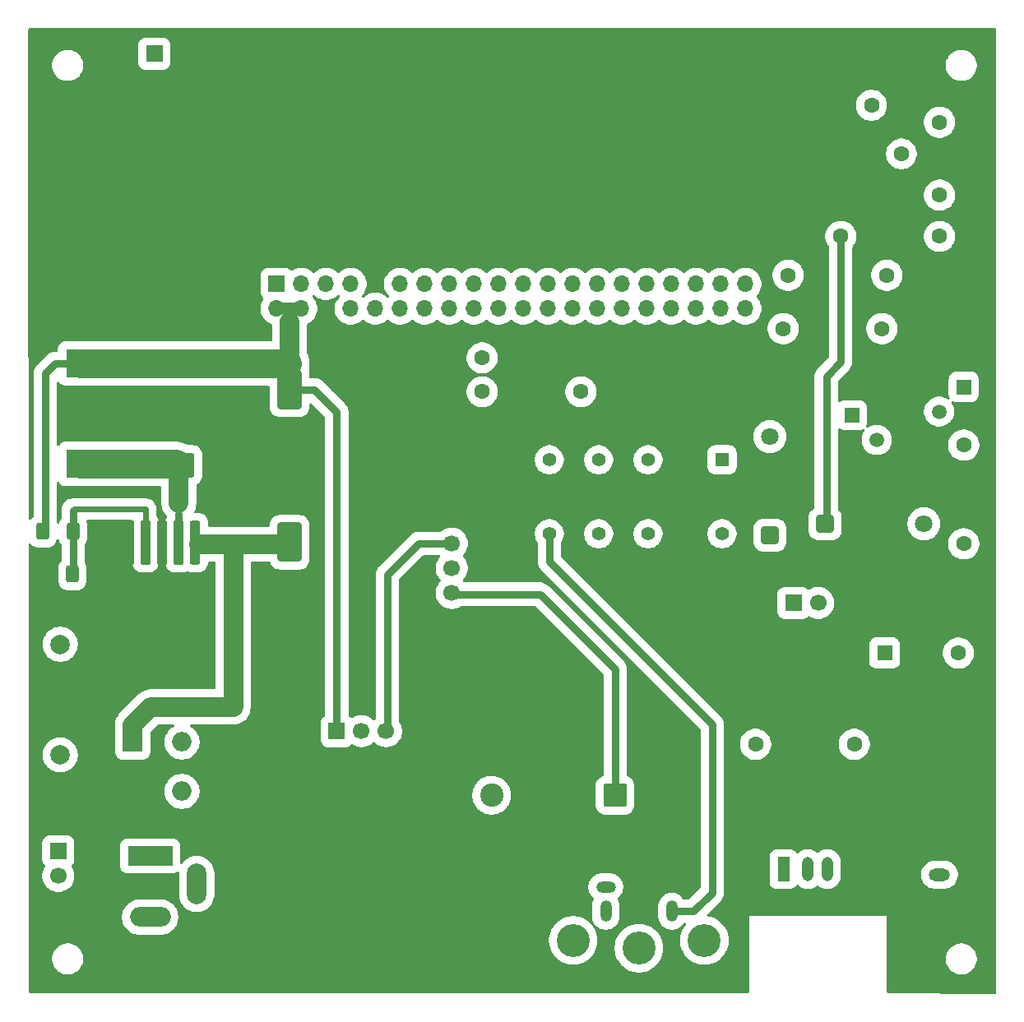
<source format=gbr>
%TF.GenerationSoftware,KiCad,Pcbnew,9.0.2*%
%TF.CreationDate,2025-10-25T15:21:40+02:00*%
%TF.ProjectId,VT100,50695a65-726f-45f5-9654-3130302e6b69,rev?*%
%TF.SameCoordinates,PX5e9ac00PYa0ca1c0*%
%TF.FileFunction,Copper,L1,Top*%
%TF.FilePolarity,Positive*%
%FSLAX46Y46*%
G04 Gerber Fmt 4.6, Leading zero omitted, Abs format (unit mm)*
G04 Created by KiCad (PCBNEW 9.0.2) date 2025-10-25 15:21:40*
%MOMM*%
%LPD*%
G01*
G04 APERTURE LIST*
G04 Aperture macros list*
%AMRoundRect*
0 Rectangle with rounded corners*
0 $1 Rounding radius*
0 $2 $3 $4 $5 $6 $7 $8 $9 X,Y pos of 4 corners*
0 Add a 4 corners polygon primitive as box body*
4,1,4,$2,$3,$4,$5,$6,$7,$8,$9,$2,$3,0*
0 Add four circle primitives for the rounded corners*
1,1,$1+$1,$2,$3*
1,1,$1+$1,$4,$5*
1,1,$1+$1,$6,$7*
1,1,$1+$1,$8,$9*
0 Add four rect primitives between the rounded corners*
20,1,$1+$1,$2,$3,$4,$5,0*
20,1,$1+$1,$4,$5,$6,$7,0*
20,1,$1+$1,$6,$7,$8,$9,0*
20,1,$1+$1,$8,$9,$2,$3,0*%
G04 Aperture macros list end*
%TA.AperFunction,ComponentPad*%
%ADD10C,2.000000*%
%TD*%
%TA.AperFunction,ComponentPad*%
%ADD11RoundRect,0.250000X-0.650000X-0.650000X0.650000X-0.650000X0.650000X0.650000X-0.650000X0.650000X0*%
%TD*%
%TA.AperFunction,ComponentPad*%
%ADD12C,1.800000*%
%TD*%
%TA.AperFunction,ComponentPad*%
%ADD13RoundRect,0.250000X0.650000X-0.650000X0.650000X0.650000X-0.650000X0.650000X-0.650000X-0.650000X0*%
%TD*%
%TA.AperFunction,ComponentPad*%
%ADD14R,1.700000X1.700000*%
%TD*%
%TA.AperFunction,ComponentPad*%
%ADD15C,1.700000*%
%TD*%
%TA.AperFunction,ComponentPad*%
%ADD16O,1.700000X1.700000*%
%TD*%
%TA.AperFunction,SMDPad,CuDef*%
%ADD17RoundRect,0.250000X-0.400000X-0.625000X0.400000X-0.625000X0.400000X0.625000X-0.400000X0.625000X0*%
%TD*%
%TA.AperFunction,ComponentPad*%
%ADD18R,1.500000X1.500000*%
%TD*%
%TA.AperFunction,ComponentPad*%
%ADD19C,1.500000*%
%TD*%
%TA.AperFunction,ComponentPad*%
%ADD20C,1.600000*%
%TD*%
%TA.AperFunction,SMDPad,CuDef*%
%ADD21RoundRect,0.250000X-0.300000X2.000000X-0.300000X-2.000000X0.300000X-2.000000X0.300000X2.000000X0*%
%TD*%
%TA.AperFunction,SMDPad,CuDef*%
%ADD22RoundRect,0.250000X-0.300000X2.050000X-0.300000X-2.050000X0.300000X-2.050000X0.300000X2.050000X0*%
%TD*%
%TA.AperFunction,SMDPad,CuDef*%
%ADD23RoundRect,0.250002X-5.149998X4.449998X-5.149998X-4.449998X5.149998X-4.449998X5.149998X4.449998X0*%
%TD*%
%TA.AperFunction,ComponentPad*%
%ADD24O,1.200000X2.200000*%
%TD*%
%TA.AperFunction,ComponentPad*%
%ADD25O,2.000000X1.200000*%
%TD*%
%TA.AperFunction,ComponentPad*%
%ADD26C,3.400000*%
%TD*%
%TA.AperFunction,ComponentPad*%
%ADD27R,2.200000X1.300000*%
%TD*%
%TA.AperFunction,ComponentPad*%
%ADD28O,2.200000X1.300000*%
%TD*%
%TA.AperFunction,ComponentPad*%
%ADD29R,4.600000X2.000000*%
%TD*%
%TA.AperFunction,ComponentPad*%
%ADD30O,4.200000X2.000000*%
%TD*%
%TA.AperFunction,ComponentPad*%
%ADD31O,2.000000X4.200000*%
%TD*%
%TA.AperFunction,ComponentPad*%
%ADD32R,1.400000X1.400000*%
%TD*%
%TA.AperFunction,ComponentPad*%
%ADD33C,1.400000*%
%TD*%
%TA.AperFunction,ComponentPad*%
%ADD34R,1.600000X1.600000*%
%TD*%
%TA.AperFunction,SMDPad,CuDef*%
%ADD35RoundRect,0.250000X1.400000X1.000000X-1.400000X1.000000X-1.400000X-1.000000X1.400000X-1.000000X0*%
%TD*%
%TA.AperFunction,SMDPad,CuDef*%
%ADD36RoundRect,0.250000X-1.000000X1.750000X-1.000000X-1.750000X1.000000X-1.750000X1.000000X1.750000X0*%
%TD*%
%TA.AperFunction,ComponentPad*%
%ADD37R,2.000000X2.000000*%
%TD*%
%TA.AperFunction,ComponentPad*%
%ADD38O,2.000000X2.000000*%
%TD*%
%TA.AperFunction,ComponentPad*%
%ADD39RoundRect,0.250001X0.949999X0.949999X-0.949999X0.949999X-0.949999X-0.949999X0.949999X-0.949999X0*%
%TD*%
%TA.AperFunction,ComponentPad*%
%ADD40C,2.400000*%
%TD*%
%TA.AperFunction,SMDPad,CuDef*%
%ADD41R,3.000000X3.000000*%
%TD*%
%TA.AperFunction,ComponentPad*%
%ADD42R,1.300000X2.500000*%
%TD*%
%TA.AperFunction,ComponentPad*%
%ADD43O,1.200000X2.500000*%
%TD*%
%TA.AperFunction,ComponentPad*%
%ADD44O,1.500000X2.500000*%
%TD*%
%TA.AperFunction,ComponentPad*%
%ADD45C,3.000000*%
%TD*%
%TA.AperFunction,SMDPad,CuDef*%
%ADD46RoundRect,0.250000X0.400000X0.625000X-0.400000X0.625000X-0.400000X-0.625000X0.400000X-0.625000X0*%
%TD*%
%TA.AperFunction,Conductor*%
%ADD47C,0.800000*%
%TD*%
%TA.AperFunction,Conductor*%
%ADD48C,1.200000*%
%TD*%
%TA.AperFunction,Conductor*%
%ADD49C,3.000000*%
%TD*%
%TA.AperFunction,Conductor*%
%ADD50C,2.000000*%
%TD*%
%TA.AperFunction,Conductor*%
%ADD51C,0.600000*%
%TD*%
G04 APERTURE END LIST*
D10*
%TO.P,F1,1*%
%TO.N,Net-(J9-Pin_1)*%
X3300000Y24700000D03*
%TO.P,F1,2*%
%TO.N,Net-(D1-Pad4)*%
X3300000Y36100000D03*
%TD*%
D11*
%TO.P,D5,1,K*%
%TO.N,+5V*%
X82040000Y48500000D03*
D12*
%TO.P,D5,2,A*%
%TO.N,Net-(BZ1--)*%
X92200000Y48500000D03*
%TD*%
D13*
%TO.P,D4,1,K*%
%TO.N,+5V*%
X76340000Y47330000D03*
D12*
%TO.P,D4,2,A*%
%TO.N,Net-(D4-A)*%
X76340000Y57490000D03*
%TD*%
D14*
%TO.P,J8,1,Pin_1*%
%TO.N,+5V*%
X12975000Y96900000D03*
D15*
%TO.P,J8,2,Pin_2*%
%TO.N,GND*%
X10435000Y96900000D03*
%TD*%
D14*
%TO.P,J1,1,Pin_1*%
%TO.N,+3V3*%
X25570000Y73200000D03*
D16*
%TO.P,J1,2,Pin_2*%
%TO.N,+5V*%
X25570000Y70660000D03*
%TO.P,J1,3,Pin_3*%
%TO.N,/GPIO2{slash}SDA1*%
X28110000Y73200000D03*
%TO.P,J1,4,Pin_4*%
%TO.N,+5V*%
X28110000Y70660000D03*
%TO.P,J1,5,Pin_5*%
%TO.N,/GPIO3{slash}SCL1*%
X30650000Y73200000D03*
%TO.P,J1,6,Pin_6*%
%TO.N,GND*%
X30650000Y70660000D03*
%TO.P,J1,7,Pin_7*%
%TO.N,/GPIO4{slash}GPCLK0*%
X33190000Y73200000D03*
%TO.P,J1,8,Pin_8*%
%TO.N,/GPIO14{slash}TXD0*%
X33190000Y70660000D03*
%TO.P,J1,9,Pin_9*%
%TO.N,GND*%
X35730000Y73200000D03*
%TO.P,J1,10,Pin_10*%
%TO.N,/GPIO15{slash}RXD0*%
X35730000Y70660000D03*
%TO.P,J1,11,Pin_11*%
%TO.N,/GPIO17*%
X38270000Y73200000D03*
%TO.P,J1,12,Pin_12*%
%TO.N,/GPIO18{slash}PCM.CLK*%
X38270000Y70660000D03*
%TO.P,J1,13,Pin_13*%
%TO.N,/GPIO27*%
X40810000Y73200000D03*
%TO.P,J1,14,Pin_14*%
%TO.N,unconnected-(J1-Pin_14-Pad14)*%
X40810000Y70660000D03*
%TO.P,J1,15,Pin_15*%
%TO.N,/GPIO22*%
X43350000Y73200000D03*
%TO.P,J1,16,Pin_16*%
%TO.N,/GPIO23*%
X43350000Y70660000D03*
%TO.P,J1,17,Pin_17*%
%TO.N,unconnected-(J1-Pin_17-Pad17)*%
X45890000Y73200000D03*
%TO.P,J1,18,Pin_18*%
%TO.N,/GPIO24*%
X45890000Y70660000D03*
%TO.P,J1,19,Pin_19*%
%TO.N,/GPIO10{slash}SPI0.MOSI*%
X48430000Y73200000D03*
%TO.P,J1,20,Pin_20*%
%TO.N,unconnected-(J1-Pin_20-Pad20)*%
X48430000Y70660000D03*
%TO.P,J1,21,Pin_21*%
%TO.N,/GPIO9{slash}SPI0.MISO*%
X50970000Y73200000D03*
%TO.P,J1,22,Pin_22*%
%TO.N,/GPIO25*%
X50970000Y70660000D03*
%TO.P,J1,23,Pin_23*%
%TO.N,/GPIO11{slash}SPI0.SCLK*%
X53510000Y73200000D03*
%TO.P,J1,24,Pin_24*%
%TO.N,/GPIO8{slash}SPI0.CE0*%
X53510000Y70660000D03*
%TO.P,J1,25,Pin_25*%
%TO.N,unconnected-(J1-Pin_25-Pad25)*%
X56050000Y73200000D03*
%TO.P,J1,26,Pin_26*%
%TO.N,/GPIO7{slash}SPI0.CE1*%
X56050000Y70660000D03*
%TO.P,J1,27,Pin_27*%
%TO.N,/ID_SDA*%
X58590000Y73200000D03*
%TO.P,J1,28,Pin_28*%
%TO.N,/ID_SCL*%
X58590000Y70660000D03*
%TO.P,J1,29,Pin_29*%
%TO.N,/GPIO5*%
X61130000Y73200000D03*
%TO.P,J1,30,Pin_30*%
%TO.N,unconnected-(J1-Pin_30-Pad30)*%
X61130000Y70660000D03*
%TO.P,J1,31,Pin_31*%
%TO.N,/GPIO6*%
X63670000Y73200000D03*
%TO.P,J1,32,Pin_32*%
%TO.N,Sound*%
X63670000Y70660000D03*
%TO.P,J1,33,Pin_33*%
%TO.N,/GPIO13{slash}PWM1*%
X66210000Y73200000D03*
%TO.P,J1,34,Pin_34*%
%TO.N,unconnected-(J1-Pin_34-Pad34)*%
X66210000Y70660000D03*
%TO.P,J1,35,Pin_35*%
%TO.N,/GPIO19{slash}PCM.FS*%
X68750000Y73200000D03*
%TO.P,J1,36,Pin_36*%
%TO.N,/GPIO16*%
X68750000Y70660000D03*
%TO.P,J1,37,Pin_37*%
%TO.N,/GPIO26*%
X71290000Y73200000D03*
%TO.P,J1,38,Pin_38*%
%TO.N,/GPIO20{slash}PCM.DIN*%
X71290000Y70660000D03*
%TO.P,J1,39,Pin_39*%
%TO.N,unconnected-(J1-Pin_39-Pad39)*%
X73830000Y73200000D03*
%TO.P,J1,40,Pin_40*%
%TO.N,/GPIO21{slash}PCM.DOUT*%
X73830000Y70660000D03*
%TD*%
D17*
%TO.P,R5,1*%
%TO.N,+5V*%
X1500000Y47700000D03*
%TO.P,R5,2*%
%TO.N,Net-(U1-FB)*%
X4600000Y47700000D03*
%TD*%
D14*
%TO.P,J2,1,Pin_1*%
%TO.N,+5V*%
X31760000Y27150000D03*
D15*
%TO.P,J2,2,Pin_2*%
%TO.N,Net-(J2-Pin_2)*%
X34300000Y27150000D03*
%TO.P,J2,3,Pin_3*%
%TO.N,Net-(J2-Pin_3)*%
X36840000Y27150000D03*
%TO.P,J2,4,Pin_4*%
%TO.N,GND*%
X39380000Y27150000D03*
%TD*%
D18*
%TO.P,Q1,1,C*%
%TO.N,Net-(D4-A)*%
X84800000Y59680000D03*
D19*
%TO.P,Q1,2,B*%
%TO.N,Net-(Q1-B)*%
X87340000Y57140000D03*
%TO.P,Q1,3,E*%
%TO.N,GND*%
X84800000Y54600000D03*
%TD*%
D20*
%TO.P,C6,1*%
%TO.N,Net-(C5-Pad1)*%
X93800000Y89850000D03*
%TO.P,C6,2*%
%TO.N,Net-(Q2-B)*%
X93800000Y82350000D03*
%TD*%
D21*
%TO.P,U1,1,VIN*%
%TO.N,Net-(D1-+)*%
X17175000Y46575000D03*
D22*
%TO.P,U1,2,OUT*%
%TO.N,Net-(D6-K)*%
X15475000Y46575000D03*
%TO.P,U1,3,GND*%
%TO.N,GND*%
X13775000Y46575000D03*
D23*
X13775000Y36925000D03*
D22*
%TO.P,U1,4,FB*%
%TO.N,Net-(U1-FB)*%
X12075000Y46575000D03*
%TO.P,U1,5,~{ON}/OFF*%
%TO.N,GND*%
X10375000Y46575000D03*
%TD*%
D20*
%TO.P,C5,1*%
%TO.N,Net-(C5-Pad1)*%
X86800000Y91600000D03*
%TO.P,C5,2*%
%TO.N,GND*%
X81800000Y91600000D03*
%TD*%
D24*
%TO.P,J4,1*%
%TO.N,GND*%
X64150000Y8600000D03*
%TO.P,J4,2*%
X61550000Y8600000D03*
%TO.P,J4,3*%
%TO.N,Net-(J2-Pin_2)*%
X66250000Y8600000D03*
%TO.P,J4,4*%
%TO.N,Net-(J2-Pin_3)*%
X59450000Y8600000D03*
D25*
%TO.P,J4,5*%
%TO.N,GND*%
X66250000Y11100000D03*
%TO.P,J4,6*%
%TO.N,Net-(D3-K)*%
X59450000Y11100000D03*
D26*
%TO.P,J4,C1*%
%TO.N,N/C*%
X69600000Y5600000D03*
%TO.P,J4,C2*%
X56100000Y5600000D03*
%TO.P,J4,SH*%
X62850000Y4800000D03*
%TD*%
D27*
%TO.P,D2,1,K*%
%TO.N,GND*%
X93800000Y9830000D03*
D28*
%TO.P,D2,2,A*%
%TO.N,Net-(D2-A)*%
X93800000Y12370000D03*
%TD*%
D18*
%TO.P,Q2,1,C*%
%TO.N,Net-(Q2-C)*%
X96300000Y62600000D03*
D19*
%TO.P,Q2,2,B*%
%TO.N,Net-(Q2-B)*%
X93760000Y60060000D03*
%TO.P,Q2,3,E*%
%TO.N,GND*%
X91220000Y62600000D03*
%TD*%
D20*
%TO.P,R8,1*%
%TO.N,GND*%
X79720000Y86600000D03*
%TO.P,R8,2*%
%TO.N,Net-(C5-Pad1)*%
X89880000Y86600000D03*
%TD*%
%TO.P,R3,1*%
%TO.N,GND*%
X56880000Y65600000D03*
%TO.P,R3,2*%
%TO.N,/GPIO15{slash}RXD0*%
X46720000Y65600000D03*
%TD*%
D29*
%TO.P,J3,1,In*%
%TO.N,Net-(J3-In)*%
X12550000Y14300000D03*
D30*
%TO.P,J3,2,Ext*%
%TO.N,Net-(D1--)*%
X12550000Y8000000D03*
D31*
%TO.P,J3,3*%
%TO.N,N/C*%
X17350000Y11400000D03*
%TD*%
D32*
%TO.P,K1,1*%
%TO.N,Net-(D4-A)*%
X71420000Y55100000D03*
D33*
%TO.P,K1,4*%
%TO.N,/GPIO14{slash}TXD0*%
X63800000Y55100000D03*
%TO.P,K1,6*%
%TO.N,Net-(J2-Pin_2)*%
X58720000Y55100000D03*
%TO.P,K1,8*%
%TO.N,Net-(J2-Pin_3)*%
X53640000Y55100000D03*
%TO.P,K1,9*%
%TO.N,Net-(J2-Pin_2)*%
X53640000Y47480000D03*
%TO.P,K1,11*%
%TO.N,Net-(J2-Pin_3)*%
X58720000Y47480000D03*
%TO.P,K1,13*%
%TO.N,Net-(K1-Pad13)*%
X63800000Y47480000D03*
%TO.P,K1,16*%
%TO.N,+5V*%
X71420000Y47480000D03*
%TD*%
D20*
%TO.P,R4,1*%
%TO.N,/GPIO16*%
X77720000Y68600000D03*
%TO.P,R4,2*%
%TO.N,Net-(Q1-B)*%
X87880000Y68600000D03*
%TD*%
D14*
%TO.P,J5,1,Pin_1*%
%TO.N,Net-(J5-Pin_1)*%
X78775000Y40350000D03*
D15*
%TO.P,J5,2,Pin_2*%
%TO.N,Net-(J5-Pin_2)*%
X81315000Y40350000D03*
%TD*%
D34*
%TO.P,BZ1,1,+*%
%TO.N,+5V*%
X88150000Y35200000D03*
D20*
%TO.P,BZ1,2,-*%
%TO.N,Net-(BZ1--)*%
X95750000Y35200000D03*
%TD*%
D35*
%TO.P,D6,1,K*%
%TO.N,Net-(D6-K)*%
X15500000Y54550000D03*
%TO.P,D6,2,A*%
%TO.N,GND*%
X15500000Y61350000D03*
%TD*%
D36*
%TO.P,C2,1*%
%TO.N,+5V*%
X26900000Y62282500D03*
%TO.P,C2,2*%
%TO.N,GND*%
X26900000Y54282500D03*
%TD*%
D37*
%TO.P,D1,1,+*%
%TO.N,Net-(D1-+)*%
X10750000Y26030000D03*
D38*
%TO.P,D1,2*%
%TO.N,GND*%
X10750000Y20950000D03*
%TO.P,D1,3,-*%
%TO.N,Net-(D1--)*%
X15830000Y20950000D03*
%TO.P,D1,4*%
%TO.N,Net-(D1-Pad4)*%
X15830000Y26030000D03*
%TD*%
D39*
%TO.P,D3,1,K*%
%TO.N,Net-(D3-K)*%
X60400000Y20550000D03*
D40*
%TO.P,D3,2,A*%
%TO.N,+5V*%
X47700000Y20550000D03*
%TD*%
D20*
%TO.P,R1,1*%
%TO.N,+5V*%
X74870000Y25800000D03*
%TO.P,R1,2*%
%TO.N,Net-(D2-A)*%
X85030000Y25800000D03*
%TD*%
%TO.P,R10,1*%
%TO.N,Net-(Q2-C)*%
X96300000Y56600000D03*
%TO.P,R10,2*%
%TO.N,Net-(BZ1--)*%
X96300000Y46440000D03*
%TD*%
D14*
%TO.P,J7,1,Pin_1*%
%TO.N,GND*%
X43600000Y38850000D03*
D15*
%TO.P,J7,2,Pin_2*%
%TO.N,Net-(D3-K)*%
X43600000Y41390000D03*
%TO.P,J7,3,Pin_3*%
%TO.N,Net-(J2-Pin_2)*%
X43600000Y43930000D03*
%TO.P,J7,4,Pin_4*%
%TO.N,Net-(J2-Pin_3)*%
X43600000Y46470000D03*
%TD*%
D41*
%TO.P,L1,1,1*%
%TO.N,Net-(D6-K)*%
X5370000Y54660000D03*
%TO.P,L1,2,2*%
%TO.N,+5V*%
X5350000Y65000000D03*
%TD*%
D20*
%TO.P,R9,1*%
%TO.N,Net-(Q2-B)*%
X93800000Y78100000D03*
%TO.P,R9,2*%
%TO.N,+5V*%
X83640000Y78100000D03*
%TD*%
D36*
%TO.P,C1,1*%
%TO.N,Net-(D1-+)*%
X26900000Y46600000D03*
%TO.P,C1,2*%
%TO.N,GND*%
X26900000Y38600000D03*
%TD*%
D42*
%TO.P,J6,1,VBUS*%
%TO.N,Net-(D3-K)*%
X77750000Y12940000D03*
D43*
%TO.P,J6,2,D-*%
%TO.N,Net-(J5-Pin_1)*%
X80250000Y12940000D03*
%TO.P,J6,3,D+*%
%TO.N,Net-(J5-Pin_2)*%
X82250000Y12940000D03*
D44*
%TO.P,J6,4,GND*%
%TO.N,GND*%
X84750000Y12940000D03*
D45*
%TO.P,J6,5,Shield*%
X74680000Y10230000D03*
X87820000Y10230000D03*
%TD*%
D46*
%TO.P,R6,1*%
%TO.N,Net-(U1-FB)*%
X4550000Y43300000D03*
%TO.P,R6,2*%
%TO.N,GND*%
X1450000Y43300000D03*
%TD*%
D20*
%TO.P,R2,1*%
%TO.N,/GPIO15{slash}RXD0*%
X46720000Y62100000D03*
%TO.P,R2,2*%
%TO.N,Net-(K1-Pad13)*%
X56880000Y62100000D03*
%TD*%
%TO.P,R7,1*%
%TO.N,Sound*%
X78220000Y74100000D03*
%TO.P,R7,2*%
%TO.N,Net-(C5-Pad1)*%
X88380000Y74100000D03*
%TD*%
D14*
%TO.P,J9,1,Pin_1*%
%TO.N,Net-(J9-Pin_1)*%
X3100000Y14775000D03*
D15*
%TO.P,J9,2,Pin_2*%
%TO.N,Net-(J3-In)*%
X3100000Y12235000D03*
%TD*%
D47*
%TO.N,+5V*%
X83640000Y65190000D02*
X82150000Y63700000D01*
X83640000Y78100000D02*
X83640000Y65190000D01*
X82150000Y48610000D02*
X82040000Y48500000D01*
X82150000Y63700000D02*
X82150000Y48610000D01*
X31760000Y27150000D02*
X31760000Y59990000D01*
X31760000Y59990000D02*
X29467500Y62282500D01*
X29467500Y62282500D02*
X26900000Y62282500D01*
X2750000Y65000000D02*
X1750000Y64000000D01*
D48*
X25570000Y70660000D02*
X26900000Y70660000D01*
D47*
X5350000Y65000000D02*
X2750000Y65000000D01*
X1750000Y64000000D02*
X1750000Y47950000D01*
D49*
X5350000Y65000000D02*
X26650000Y65000000D01*
D47*
X1750000Y47950000D02*
X1500000Y47700000D01*
D48*
X26900000Y70660000D02*
X26900000Y69330000D01*
D50*
X26650000Y65000000D02*
X26900000Y65250000D01*
D48*
X28110000Y70660000D02*
X26900000Y70660000D01*
D50*
X26900000Y69330000D02*
X26900000Y65250000D01*
X26900000Y65250000D02*
X26900000Y62282500D01*
%TO.N,Net-(D6-K)*%
X15500000Y54350000D02*
X15190000Y54660000D01*
D49*
X15190000Y54660000D02*
X5370000Y54660000D01*
D47*
X15475000Y49525000D02*
X15475000Y46075000D01*
D51*
X15500000Y46100000D02*
X15475000Y46075000D01*
D50*
X15500000Y50650000D02*
X15500000Y54350000D01*
%TO.N,Net-(D1-+)*%
X21100000Y46350000D02*
X21150000Y46400000D01*
X21100000Y29650000D02*
X21100000Y46350000D01*
X21150000Y46400000D02*
X26700000Y46400000D01*
X10750000Y26030000D02*
X10750000Y27800000D01*
X10750000Y27800000D02*
X12600000Y29650000D01*
X12600000Y29650000D02*
X21100000Y29650000D01*
X26700000Y46400000D02*
X26900000Y46600000D01*
X21150000Y46400000D02*
X17550000Y46400000D01*
D51*
%TO.N,Net-(U1-FB)*%
X12100000Y46100000D02*
X12075000Y46075000D01*
D47*
X4600000Y47700000D02*
X4600000Y43350000D01*
X4600000Y47700000D02*
X4600000Y49900000D01*
D51*
X4700000Y50000000D02*
X12100000Y50000000D01*
X12100000Y50000000D02*
X12100000Y46100000D01*
X4600000Y49900000D02*
X4700000Y50000000D01*
D47*
X4600000Y43350000D02*
X4550000Y43300000D01*
%TO.N,Net-(D3-K)*%
X60400000Y20550000D02*
X60400000Y33550000D01*
X52700000Y41250000D02*
X43740000Y41250000D01*
X43740000Y41250000D02*
X43600000Y41390000D01*
X60400000Y33550000D02*
X52700000Y41250000D01*
%TO.N,Net-(J2-Pin_3)*%
X36950000Y27260000D02*
X36840000Y27150000D01*
X36950000Y43250000D02*
X36950000Y27260000D01*
X40170000Y46470000D02*
X36950000Y43250000D01*
X43600000Y46470000D02*
X40170000Y46470000D01*
%TO.N,Net-(J2-Pin_2)*%
X53640000Y47480000D02*
X53640000Y44610000D01*
X70400000Y10500000D02*
X68500000Y8600000D01*
X68500000Y8600000D02*
X66250000Y8600000D01*
X70400000Y27850000D02*
X70400000Y10500000D01*
X53640000Y44610000D02*
X70400000Y27850000D01*
%TD*%
%TA.AperFunction,Conductor*%
%TO.N,GND*%
G36*
X99542539Y99530315D02*
G01*
X99588294Y99477511D01*
X99599500Y99426000D01*
X99599500Y226834D01*
X99579815Y159795D01*
X99527011Y114040D01*
X99474449Y102838D01*
X88473264Y196068D01*
X88406394Y216320D01*
X88361088Y269510D01*
X88350317Y320844D01*
X88361752Y2138911D01*
X88372363Y3825962D01*
X94449500Y3825962D01*
X94449500Y3574038D01*
X94484865Y3350754D01*
X94488910Y3325215D01*
X94566760Y3085617D01*
X94681132Y2861152D01*
X94829201Y2657351D01*
X94829205Y2657346D01*
X95007345Y2479206D01*
X95007350Y2479202D01*
X95125387Y2393444D01*
X95211155Y2331130D01*
X95354184Y2258253D01*
X95435616Y2216761D01*
X95435618Y2216761D01*
X95435621Y2216759D01*
X95675215Y2138910D01*
X95924038Y2099500D01*
X95924039Y2099500D01*
X96175961Y2099500D01*
X96175962Y2099500D01*
X96424785Y2138910D01*
X96664379Y2216759D01*
X96888845Y2331130D01*
X97092656Y2479207D01*
X97270793Y2657344D01*
X97418870Y2861155D01*
X97533241Y3085621D01*
X97611090Y3325215D01*
X97650500Y3574038D01*
X97650500Y3825962D01*
X97611090Y4074785D01*
X97533241Y4314379D01*
X97533239Y4314382D01*
X97533239Y4314384D01*
X97491747Y4395816D01*
X97418870Y4538845D01*
X97399952Y4564883D01*
X97270798Y4742650D01*
X97270794Y4742655D01*
X97092654Y4920795D01*
X97092649Y4920799D01*
X96888848Y5068868D01*
X96888847Y5068869D01*
X96888845Y5068870D01*
X96818747Y5104587D01*
X96664383Y5183240D01*
X96424785Y5261090D01*
X96175962Y5300500D01*
X95924038Y5300500D01*
X95799626Y5280795D01*
X95675214Y5261090D01*
X95435616Y5183240D01*
X95211151Y5068868D01*
X95007350Y4920799D01*
X95007345Y4920795D01*
X94829205Y4742655D01*
X94829201Y4742650D01*
X94681132Y4538849D01*
X94566760Y4314384D01*
X94513593Y4150752D01*
X94488910Y4074785D01*
X94449500Y3825962D01*
X88372363Y3825962D01*
X88399112Y8078952D01*
X88399243Y8079082D01*
X88399243Y8099772D01*
X88399374Y8120600D01*
X88399372Y8120602D01*
X88399373Y8120606D01*
X88399247Y8120914D01*
X88384557Y8135604D01*
X88369978Y8150367D01*
X88369792Y8150369D01*
X88369661Y8150500D01*
X88348822Y8150500D01*
X88328143Y8150630D01*
X88328011Y8150500D01*
X74345578Y8150500D01*
X74345557Y8150504D01*
X74320912Y8150502D01*
X74300005Y8150501D01*
X74299993Y8150500D01*
X74279077Y8150500D01*
X74279076Y8150499D01*
X74267965Y8139385D01*
X74267959Y8139379D01*
X74264287Y8135705D01*
X74249500Y8120918D01*
X74249500Y8120915D01*
X74249498Y8120912D01*
X74249498Y8117538D01*
X74249498Y8117537D01*
X74249500Y8103614D01*
X74249500Y8054443D01*
X74249504Y8054420D01*
X74250400Y324514D01*
X74230723Y257473D01*
X74177925Y211712D01*
X74126400Y200500D01*
X174412Y200500D01*
X107373Y220185D01*
X61618Y272989D01*
X50412Y324438D01*
X48660Y3825962D01*
X2449500Y3825962D01*
X2449500Y3574038D01*
X2484865Y3350754D01*
X2488910Y3325215D01*
X2566760Y3085617D01*
X2681132Y2861152D01*
X2829201Y2657351D01*
X2829205Y2657346D01*
X3007345Y2479206D01*
X3007350Y2479202D01*
X3125387Y2393444D01*
X3211155Y2331130D01*
X3354184Y2258253D01*
X3435616Y2216761D01*
X3435618Y2216761D01*
X3435621Y2216759D01*
X3675215Y2138910D01*
X3924038Y2099500D01*
X3924039Y2099500D01*
X4175961Y2099500D01*
X4175962Y2099500D01*
X4424785Y2138910D01*
X4664379Y2216759D01*
X4888845Y2331130D01*
X5092656Y2479207D01*
X5270793Y2657344D01*
X5418870Y2861155D01*
X5533241Y3085621D01*
X5611090Y3325215D01*
X5650500Y3574038D01*
X5650500Y3825962D01*
X5611090Y4074785D01*
X5533241Y4314379D01*
X5533239Y4314382D01*
X5533239Y4314384D01*
X5491747Y4395816D01*
X5418870Y4538845D01*
X5399952Y4564883D01*
X5270798Y4742650D01*
X5270794Y4742655D01*
X5092654Y4920795D01*
X5092649Y4920799D01*
X4888848Y5068868D01*
X4888847Y5068869D01*
X4888845Y5068870D01*
X4818747Y5104587D01*
X4664383Y5183240D01*
X4424785Y5261090D01*
X4175962Y5300500D01*
X3924038Y5300500D01*
X3799626Y5280795D01*
X3675214Y5261090D01*
X3435616Y5183240D01*
X3211151Y5068868D01*
X3007350Y4920799D01*
X3007345Y4920795D01*
X2829205Y4742655D01*
X2829201Y4742650D01*
X2681132Y4538849D01*
X2566760Y4314384D01*
X2513593Y4150752D01*
X2488910Y4074785D01*
X2449500Y3825962D01*
X48660Y3825962D01*
X48658Y3830772D01*
X47963Y5219513D01*
X47702Y5740432D01*
X53599500Y5740432D01*
X53599500Y5459569D01*
X53630942Y5180506D01*
X53630945Y5180488D01*
X53693439Y4906683D01*
X53693443Y4906671D01*
X53786200Y4641589D01*
X53908053Y4388558D01*
X53913122Y4380491D01*
X54057477Y4150752D01*
X54232584Y3931175D01*
X54431175Y3732584D01*
X54650752Y3557477D01*
X54888555Y3408055D01*
X55141592Y3286199D01*
X55340680Y3216535D01*
X55406670Y3193444D01*
X55406682Y3193440D01*
X55680491Y3130945D01*
X55680497Y3130945D01*
X55680505Y3130943D01*
X55866547Y3109982D01*
X55959569Y3099501D01*
X55959572Y3099500D01*
X55959575Y3099500D01*
X56240428Y3099500D01*
X56240429Y3099501D01*
X56383055Y3115571D01*
X56519494Y3130943D01*
X56519499Y3130944D01*
X56519509Y3130945D01*
X56793318Y3193440D01*
X57058408Y3286199D01*
X57311445Y3408055D01*
X57549248Y3557477D01*
X57768825Y3732584D01*
X57967416Y3931175D01*
X58142523Y4150752D01*
X58291945Y4388555D01*
X58413801Y4641592D01*
X58506560Y4906682D01*
X58514263Y4940432D01*
X60349500Y4940432D01*
X60349500Y4659569D01*
X60380942Y4380506D01*
X60380945Y4380488D01*
X60443439Y4106683D01*
X60443443Y4106671D01*
X60536200Y3841589D01*
X60658053Y3588558D01*
X60658055Y3588555D01*
X60807477Y3350752D01*
X60982584Y3131175D01*
X61181175Y2932584D01*
X61400752Y2757477D01*
X61638555Y2608055D01*
X61891592Y2486199D01*
X62090680Y2416535D01*
X62156670Y2393444D01*
X62156682Y2393440D01*
X62430491Y2330945D01*
X62430497Y2330945D01*
X62430505Y2330943D01*
X62616547Y2309982D01*
X62709569Y2299501D01*
X62709572Y2299500D01*
X62709575Y2299500D01*
X62990428Y2299500D01*
X62990429Y2299501D01*
X63133055Y2315571D01*
X63269494Y2330943D01*
X63269499Y2330944D01*
X63269509Y2330945D01*
X63543318Y2393440D01*
X63808408Y2486199D01*
X64061445Y2608055D01*
X64299248Y2757477D01*
X64518825Y2932584D01*
X64717416Y3131175D01*
X64892523Y3350752D01*
X65041945Y3588555D01*
X65163801Y3841592D01*
X65256560Y4106682D01*
X65319055Y4380491D01*
X65350500Y4659575D01*
X65350500Y4940425D01*
X65323452Y5180488D01*
X65319057Y5219495D01*
X65319054Y5219513D01*
X65256560Y5493318D01*
X65256556Y5493330D01*
X65233465Y5559320D01*
X65163801Y5758408D01*
X65041945Y6011445D01*
X64892523Y6249248D01*
X64717416Y6468825D01*
X64518825Y6667416D01*
X64299248Y6842523D01*
X64061445Y6991945D01*
X64061442Y6991947D01*
X63808411Y7113800D01*
X63543329Y7206557D01*
X63543317Y7206561D01*
X63269512Y7269055D01*
X63269494Y7269058D01*
X62990431Y7300500D01*
X62990425Y7300500D01*
X62709575Y7300500D01*
X62709568Y7300500D01*
X62430505Y7269058D01*
X62430487Y7269055D01*
X62156682Y7206561D01*
X62156670Y7206557D01*
X61891588Y7113800D01*
X61638557Y6991947D01*
X61400753Y6842524D01*
X61181175Y6667417D01*
X60982583Y6468825D01*
X60807476Y6249247D01*
X60658053Y6011443D01*
X60536200Y5758412D01*
X60443443Y5493330D01*
X60443439Y5493318D01*
X60380945Y5219513D01*
X60380942Y5219495D01*
X60349500Y4940432D01*
X58514263Y4940432D01*
X58569055Y5180491D01*
X58600500Y5459575D01*
X58600500Y5740425D01*
X58569055Y6019509D01*
X58506560Y6293318D01*
X58413801Y6558408D01*
X58291945Y6811445D01*
X58142523Y7049248D01*
X57967416Y7268825D01*
X57768825Y7467416D01*
X57549248Y7642523D01*
X57311445Y7791945D01*
X57311442Y7791947D01*
X57058411Y7913800D01*
X56793329Y8006557D01*
X56793317Y8006561D01*
X56519512Y8069055D01*
X56519494Y8069058D01*
X56240431Y8100500D01*
X56240425Y8100500D01*
X55959575Y8100500D01*
X55959568Y8100500D01*
X55680505Y8069058D01*
X55680487Y8069055D01*
X55406682Y8006561D01*
X55406670Y8006557D01*
X55141588Y7913800D01*
X54888557Y7791947D01*
X54650753Y7642524D01*
X54431175Y7467417D01*
X54232583Y7268825D01*
X54057476Y7049247D01*
X53908053Y6811443D01*
X53786200Y6558412D01*
X53693443Y6293330D01*
X53693439Y6293318D01*
X53630945Y6019513D01*
X53630942Y6019495D01*
X53599500Y5740432D01*
X47702Y5740432D01*
X46513Y8118005D01*
X9649500Y8118005D01*
X9649500Y7881996D01*
X9649501Y7881980D01*
X9680306Y7647990D01*
X9741394Y7420007D01*
X9831714Y7201955D01*
X9831719Y7201944D01*
X9882609Y7113801D01*
X9949727Y6997550D01*
X9949729Y6997547D01*
X9949730Y6997546D01*
X10093406Y6810303D01*
X10093412Y6810296D01*
X10260295Y6643413D01*
X10260301Y6643408D01*
X10447550Y6499727D01*
X10578918Y6423882D01*
X10651943Y6381720D01*
X10651948Y6381718D01*
X10651951Y6381716D01*
X10870007Y6291394D01*
X11097986Y6230307D01*
X11331989Y6199500D01*
X11331996Y6199500D01*
X13768004Y6199500D01*
X13768011Y6199500D01*
X14002014Y6230307D01*
X14229993Y6291394D01*
X14448049Y6381716D01*
X14652450Y6499727D01*
X14839699Y6643408D01*
X15006592Y6810301D01*
X15150273Y6997550D01*
X15268284Y7201951D01*
X15358606Y7420007D01*
X15419693Y7647986D01*
X15450500Y7881989D01*
X15450500Y8118011D01*
X15419693Y8352014D01*
X15358606Y8579993D01*
X15268284Y8798049D01*
X15268282Y8798052D01*
X15268280Y8798057D01*
X15184361Y8943407D01*
X15150273Y9002450D01*
X15006592Y9189699D01*
X15006587Y9189705D01*
X14839704Y9356588D01*
X14839697Y9356594D01*
X14652454Y9500270D01*
X14652453Y9500271D01*
X14652450Y9500273D01*
X14570957Y9547323D01*
X14448056Y9618281D01*
X14448045Y9618286D01*
X14229993Y9708606D01*
X14002010Y9769694D01*
X13768020Y9800499D01*
X13768017Y9800500D01*
X13768011Y9800500D01*
X11331989Y9800500D01*
X11331983Y9800500D01*
X11331979Y9800499D01*
X11097989Y9769694D01*
X10870006Y9708606D01*
X10651954Y9618286D01*
X10651943Y9618281D01*
X10460909Y9507986D01*
X10450457Y9501951D01*
X10447545Y9500270D01*
X10260302Y9356594D01*
X10260295Y9356588D01*
X10093412Y9189705D01*
X10093406Y9189698D01*
X9949730Y9002455D01*
X9831719Y8798057D01*
X9831714Y8798046D01*
X9741394Y8579994D01*
X9680306Y8352011D01*
X9649501Y8118021D01*
X9649500Y8118005D01*
X46513Y8118005D01*
X42735Y15669961D01*
X1449500Y15669961D01*
X1449500Y13880040D01*
X1464630Y13745751D01*
X1464631Y13745746D01*
X1524211Y13575477D01*
X1620184Y13422738D01*
X1720576Y13322346D01*
X1754061Y13261023D01*
X1749077Y13191331D01*
X1733214Y13161781D01*
X1688367Y13100054D01*
X1570422Y12868577D01*
X1490140Y12621494D01*
X1449500Y12364903D01*
X1449500Y12105098D01*
X1490140Y11848507D01*
X1570422Y11601424D01*
X1651534Y11442236D01*
X1684446Y11377642D01*
X1688368Y11369946D01*
X1804414Y11210222D01*
X1841069Y11159771D01*
X2024771Y10976069D01*
X2234949Y10823366D01*
X2335664Y10772049D01*
X2466423Y10705423D01*
X2466425Y10705423D01*
X2466428Y10705421D01*
X2713507Y10625140D01*
X2845706Y10604203D01*
X2970098Y10584500D01*
X2970103Y10584500D01*
X3229902Y10584500D01*
X3343298Y10602461D01*
X3486493Y10625140D01*
X3733572Y10705421D01*
X3965051Y10823366D01*
X4175229Y10976069D01*
X4358931Y11159771D01*
X4511634Y11369949D01*
X4629579Y11601428D01*
X4709860Y11848507D01*
X4738659Y12030340D01*
X4750500Y12105098D01*
X4750500Y12364903D01*
X4718017Y12569988D01*
X4709860Y12621493D01*
X4629579Y12868572D01*
X4629577Y12868575D01*
X4629577Y12868577D01*
X4521854Y13079993D01*
X4511634Y13100051D01*
X4466785Y13161781D01*
X4443306Y13227584D01*
X4459131Y13295638D01*
X4479423Y13322345D01*
X4479424Y13322346D01*
X4579816Y13422738D01*
X4675789Y13575478D01*
X4735368Y13745745D01*
X4750500Y13880046D01*
X4750500Y15344961D01*
X9449500Y15344961D01*
X9449500Y13255040D01*
X9464630Y13120751D01*
X9464631Y13120746D01*
X9524211Y12950477D01*
X9575673Y12868577D01*
X9620184Y12797738D01*
X9747738Y12670184D01*
X9900478Y12574211D01*
X9912547Y12569988D01*
X10070745Y12514632D01*
X10070750Y12514631D01*
X10161246Y12504435D01*
X10205040Y12499501D01*
X10205043Y12499500D01*
X10205046Y12499500D01*
X14894957Y12499500D01*
X14894958Y12499501D01*
X14962104Y12507066D01*
X15029249Y12514631D01*
X15029252Y12514632D01*
X15029255Y12514632D01*
X15199522Y12574211D01*
X15352262Y12670184D01*
X15352262Y12670185D01*
X15358158Y12673889D01*
X15359602Y12671591D01*
X15412849Y12693341D01*
X15481547Y12680599D01*
X15532450Y12632739D01*
X15549500Y12569988D01*
X15549500Y10181996D01*
X15549501Y10181980D01*
X15580306Y9947990D01*
X15641394Y9720007D01*
X15731714Y9501955D01*
X15731719Y9501944D01*
X15774440Y9427951D01*
X15849727Y9297550D01*
X15849729Y9297547D01*
X15849730Y9297546D01*
X15993406Y9110303D01*
X15993412Y9110296D01*
X16160295Y8943413D01*
X16160301Y8943408D01*
X16347550Y8799727D01*
X16478918Y8723882D01*
X16551943Y8681720D01*
X16551948Y8681718D01*
X16551951Y8681716D01*
X16770007Y8591394D01*
X16997986Y8530307D01*
X17231989Y8499500D01*
X17231996Y8499500D01*
X17468004Y8499500D01*
X17468011Y8499500D01*
X17702014Y8530307D01*
X17929993Y8591394D01*
X18148049Y8681716D01*
X18352450Y8799727D01*
X18539699Y8943408D01*
X18706592Y9110301D01*
X18850273Y9297550D01*
X18965455Y9497053D01*
X18968280Y9501944D01*
X18968280Y9501945D01*
X18968284Y9501951D01*
X19058606Y9720007D01*
X19119693Y9947986D01*
X19150500Y10181989D01*
X19150500Y11210222D01*
X57649500Y11210222D01*
X57649500Y10989778D01*
X57659921Y10923985D01*
X57683985Y10772048D01*
X57752103Y10562397D01*
X57752104Y10562394D01*
X57801213Y10466015D01*
X57835922Y10397895D01*
X57852187Y10365975D01*
X57981752Y10187642D01*
X57981756Y10187637D01*
X57981758Y10187635D01*
X58137635Y10031758D01*
X58209087Y9979845D01*
X58251753Y9924516D01*
X58257732Y9854903D01*
X58246687Y9823232D01*
X58152104Y9637607D01*
X58152103Y9637604D01*
X58083985Y9427953D01*
X58049500Y9210222D01*
X58049500Y7989779D01*
X58083985Y7772048D01*
X58152103Y7562397D01*
X58152104Y7562394D01*
X58252187Y7365975D01*
X58381752Y7187642D01*
X58381756Y7187637D01*
X58537636Y7031757D01*
X58537641Y7031753D01*
X58592430Y6991947D01*
X58715978Y6902185D01*
X58833068Y6842524D01*
X58912393Y6802105D01*
X58912396Y6802104D01*
X59017221Y6768045D01*
X59122049Y6733985D01*
X59339778Y6699500D01*
X59339779Y6699500D01*
X59560221Y6699500D01*
X59560222Y6699500D01*
X59777951Y6733985D01*
X59987606Y6802105D01*
X60184022Y6902185D01*
X60362365Y7031758D01*
X60518242Y7187635D01*
X60647815Y7365978D01*
X60747895Y7562394D01*
X60816015Y7772049D01*
X60850500Y7989778D01*
X60850500Y9210222D01*
X60816015Y9427951D01*
X60754173Y9618284D01*
X60747896Y9637604D01*
X60747893Y9637611D01*
X60653313Y9823231D01*
X60640416Y9891900D01*
X60666692Y9956641D01*
X60690907Y9979842D01*
X60762365Y10031758D01*
X60918242Y10187635D01*
X61047815Y10365978D01*
X61147895Y10562394D01*
X61216015Y10772049D01*
X61250500Y10989778D01*
X61250500Y11210222D01*
X61216015Y11427951D01*
X61147895Y11637606D01*
X61147895Y11637607D01*
X61089405Y11752397D01*
X61047815Y11834022D01*
X61031260Y11856808D01*
X60918247Y12012359D01*
X60918243Y12012364D01*
X60762363Y12168244D01*
X60762358Y12168248D01*
X60584025Y12297813D01*
X60584024Y12297814D01*
X60584022Y12297815D01*
X60521096Y12329878D01*
X60387606Y12397896D01*
X60387603Y12397897D01*
X60177952Y12466015D01*
X60063369Y12484163D01*
X59960222Y12500500D01*
X58939778Y12500500D01*
X58867201Y12489005D01*
X58722047Y12466015D01*
X58512396Y12397897D01*
X58512393Y12397896D01*
X58315974Y12297813D01*
X58137641Y12168248D01*
X58137636Y12168244D01*
X57981756Y12012364D01*
X57981752Y12012359D01*
X57852187Y11834026D01*
X57752104Y11637607D01*
X57752103Y11637604D01*
X57683985Y11427953D01*
X57661775Y11287721D01*
X57649500Y11210222D01*
X19150500Y11210222D01*
X19150500Y12618011D01*
X19119693Y12852014D01*
X19058606Y13079993D01*
X18968284Y13298049D01*
X18968282Y13298052D01*
X18968280Y13298057D01*
X18926118Y13371082D01*
X18850273Y13502450D01*
X18706592Y13689699D01*
X18706587Y13689705D01*
X18539704Y13856588D01*
X18539697Y13856594D01*
X18352454Y14000270D01*
X18352453Y14000271D01*
X18352450Y14000273D01*
X18270957Y14047323D01*
X18148056Y14118281D01*
X18148045Y14118286D01*
X17929993Y14208606D01*
X17702010Y14269694D01*
X17468020Y14300499D01*
X17468017Y14300500D01*
X17468011Y14300500D01*
X17231989Y14300500D01*
X17231983Y14300500D01*
X17231979Y14300499D01*
X16997989Y14269694D01*
X16770006Y14208606D01*
X16551954Y14118286D01*
X16551943Y14118281D01*
X16347545Y14000270D01*
X16160302Y13856594D01*
X16160295Y13856588D01*
X15993412Y13689705D01*
X15993406Y13689698D01*
X15872876Y13532619D01*
X15816448Y13491416D01*
X15746702Y13487261D01*
X15685782Y13521473D01*
X15653029Y13583190D01*
X15650500Y13608105D01*
X15650500Y15344957D01*
X15650499Y15344961D01*
X15635369Y15479250D01*
X15635368Y15479255D01*
X15575788Y15649524D01*
X15479815Y15802263D01*
X15352262Y15929816D01*
X15199523Y16025789D01*
X15029254Y16085369D01*
X15029249Y16085370D01*
X14894960Y16100500D01*
X14894954Y16100500D01*
X10205046Y16100500D01*
X10205039Y16100500D01*
X10070750Y16085370D01*
X10070745Y16085369D01*
X9900476Y16025789D01*
X9747737Y15929816D01*
X9620184Y15802263D01*
X9524211Y15649524D01*
X9464631Y15479255D01*
X9464630Y15479250D01*
X9449500Y15344961D01*
X4750500Y15344961D01*
X4750500Y15669954D01*
X4735593Y15802262D01*
X4735369Y15804250D01*
X4735368Y15804255D01*
X4675788Y15974524D01*
X4606139Y16085369D01*
X4579816Y16127262D01*
X4452262Y16254816D01*
X4299523Y16350789D01*
X4129254Y16410369D01*
X4129249Y16410370D01*
X3994960Y16425500D01*
X3994954Y16425500D01*
X2205046Y16425500D01*
X2205039Y16425500D01*
X2070750Y16410370D01*
X2070745Y16410369D01*
X1900476Y16350789D01*
X1747737Y16254816D01*
X1620184Y16127263D01*
X1524211Y15974524D01*
X1464631Y15804255D01*
X1464630Y15804250D01*
X1449500Y15669961D01*
X42735Y15669961D01*
X42669Y15802262D01*
X41295Y18549501D01*
X40035Y21068005D01*
X14029500Y21068005D01*
X14029500Y20831996D01*
X14029501Y20831980D01*
X14060306Y20597990D01*
X14121394Y20370007D01*
X14211714Y20151955D01*
X14211719Y20151944D01*
X14282677Y20029043D01*
X14329727Y19947550D01*
X14329729Y19947547D01*
X14329730Y19947546D01*
X14473406Y19760303D01*
X14473412Y19760296D01*
X14640295Y19593413D01*
X14640302Y19593407D01*
X14698964Y19548394D01*
X14827550Y19449727D01*
X14923956Y19394067D01*
X15031943Y19331720D01*
X15031948Y19331718D01*
X15031951Y19331716D01*
X15250007Y19241394D01*
X15477986Y19180307D01*
X15711989Y19149500D01*
X15711996Y19149500D01*
X15948004Y19149500D01*
X15948011Y19149500D01*
X16182014Y19180307D01*
X16409993Y19241394D01*
X16628049Y19331716D01*
X16832450Y19449727D01*
X17019699Y19593408D01*
X17186592Y19760301D01*
X17330273Y19947550D01*
X17448284Y20151951D01*
X17538606Y20370007D01*
X17599693Y20597986D01*
X17610639Y20681128D01*
X45699500Y20681128D01*
X45699500Y20418873D01*
X45705934Y20370007D01*
X45733730Y20158884D01*
X45790358Y19947546D01*
X45801602Y19905582D01*
X45801605Y19905572D01*
X45901953Y19663310D01*
X45901958Y19663300D01*
X46033075Y19436197D01*
X46192718Y19228149D01*
X46192726Y19228140D01*
X46378140Y19042726D01*
X46378148Y19042719D01*
X46586196Y18883076D01*
X46813299Y18751959D01*
X46813309Y18751954D01*
X47055571Y18651606D01*
X47055581Y18651602D01*
X47308884Y18583730D01*
X47568880Y18549500D01*
X47568887Y18549500D01*
X47831113Y18549500D01*
X47831120Y18549500D01*
X48091116Y18583730D01*
X48344419Y18651602D01*
X48586697Y18751957D01*
X48813803Y18883076D01*
X49021851Y19042718D01*
X49021855Y19042723D01*
X49021860Y19042726D01*
X49207274Y19228140D01*
X49207277Y19228145D01*
X49207282Y19228149D01*
X49366924Y19436197D01*
X49498043Y19663303D01*
X49598398Y19905581D01*
X49666270Y20158884D01*
X49700500Y20418880D01*
X49700500Y20681120D01*
X49666270Y20941116D01*
X49598398Y21194419D01*
X49553831Y21302014D01*
X49498046Y21436691D01*
X49498041Y21436701D01*
X49366924Y21663804D01*
X49207281Y21871852D01*
X49207274Y21871860D01*
X49021860Y22057274D01*
X49021851Y22057282D01*
X48813803Y22216925D01*
X48586700Y22348042D01*
X48586690Y22348047D01*
X48344428Y22448395D01*
X48344421Y22448397D01*
X48344419Y22448398D01*
X48091116Y22516270D01*
X48033339Y22523877D01*
X47831127Y22550500D01*
X47831120Y22550500D01*
X47568880Y22550500D01*
X47568872Y22550500D01*
X47350743Y22521781D01*
X47308884Y22516270D01*
X47155724Y22475231D01*
X47055581Y22448398D01*
X47055571Y22448395D01*
X46813309Y22348047D01*
X46813299Y22348042D01*
X46586196Y22216925D01*
X46378148Y22057282D01*
X46192718Y21871852D01*
X46033075Y21663804D01*
X45901958Y21436701D01*
X45901953Y21436691D01*
X45801605Y21194429D01*
X45801602Y21194419D01*
X45733730Y20941115D01*
X45699500Y20681128D01*
X17610639Y20681128D01*
X17630500Y20831989D01*
X17630500Y21068011D01*
X17599693Y21302014D01*
X17538606Y21529993D01*
X17448284Y21748049D01*
X17448282Y21748052D01*
X17448280Y21748057D01*
X17406118Y21821082D01*
X17330273Y21952450D01*
X17186592Y22139699D01*
X17186587Y22139705D01*
X17019704Y22306588D01*
X17019697Y22306594D01*
X16832454Y22450270D01*
X16832453Y22450271D01*
X16832450Y22450273D01*
X16750957Y22497323D01*
X16628056Y22568281D01*
X16628045Y22568286D01*
X16409993Y22658606D01*
X16182010Y22719694D01*
X15948020Y22750499D01*
X15948017Y22750500D01*
X15948011Y22750500D01*
X15711989Y22750500D01*
X15711983Y22750500D01*
X15711979Y22750499D01*
X15477989Y22719694D01*
X15250006Y22658606D01*
X15031954Y22568286D01*
X15031943Y22568281D01*
X14827545Y22450270D01*
X14640302Y22306594D01*
X14640295Y22306588D01*
X14473412Y22139705D01*
X14473406Y22139698D01*
X14329730Y21952455D01*
X14211719Y21748057D01*
X14211714Y21748046D01*
X14121394Y21529994D01*
X14060306Y21302011D01*
X14029501Y21068021D01*
X14029500Y21068005D01*
X40035Y21068005D01*
X38159Y24818005D01*
X1499500Y24818005D01*
X1499500Y24581996D01*
X1499501Y24581980D01*
X1530306Y24347990D01*
X1591394Y24120007D01*
X1681714Y23901955D01*
X1681719Y23901944D01*
X1752677Y23779043D01*
X1799727Y23697550D01*
X1799729Y23697547D01*
X1799730Y23697546D01*
X1943406Y23510303D01*
X1943412Y23510296D01*
X2110295Y23343413D01*
X2110301Y23343408D01*
X2297550Y23199727D01*
X2428918Y23123882D01*
X2501943Y23081720D01*
X2501948Y23081718D01*
X2501951Y23081716D01*
X2720007Y22991394D01*
X2947986Y22930307D01*
X3181989Y22899500D01*
X3181996Y22899500D01*
X3418004Y22899500D01*
X3418011Y22899500D01*
X3652014Y22930307D01*
X3879993Y22991394D01*
X4098049Y23081716D01*
X4302450Y23199727D01*
X4489699Y23343408D01*
X4656592Y23510301D01*
X4800273Y23697550D01*
X4918284Y23901951D01*
X5008606Y24120007D01*
X5069693Y24347986D01*
X5100500Y24581989D01*
X5100500Y24818011D01*
X5069693Y25052014D01*
X5008606Y25279993D01*
X4918284Y25498049D01*
X4918282Y25498052D01*
X4918280Y25498057D01*
X4847631Y25620423D01*
X4800273Y25702450D01*
X4726128Y25799078D01*
X4656593Y25889698D01*
X4656587Y25889705D01*
X4489704Y26056588D01*
X4489697Y26056594D01*
X4302454Y26200270D01*
X4302453Y26200271D01*
X4302450Y26200273D01*
X4207591Y26255040D01*
X4098056Y26318281D01*
X4098045Y26318286D01*
X3879993Y26408606D01*
X3652010Y26469694D01*
X3418020Y26500499D01*
X3418017Y26500500D01*
X3418011Y26500500D01*
X3181989Y26500500D01*
X3181983Y26500500D01*
X3181979Y26500499D01*
X2947989Y26469694D01*
X2720006Y26408606D01*
X2501954Y26318286D01*
X2501943Y26318281D01*
X2297545Y26200270D01*
X2110302Y26056594D01*
X2110295Y26056588D01*
X1943412Y25889705D01*
X1943406Y25889698D01*
X1799730Y25702455D01*
X1681719Y25498057D01*
X1681714Y25498046D01*
X1591394Y25279994D01*
X1530306Y25052011D01*
X1499501Y24818021D01*
X1499500Y24818005D01*
X38159Y24818005D01*
X32456Y36218005D01*
X1499500Y36218005D01*
X1499500Y35981996D01*
X1499501Y35981980D01*
X1530306Y35747990D01*
X1591394Y35520007D01*
X1681714Y35301955D01*
X1681719Y35301944D01*
X1752677Y35179043D01*
X1799727Y35097550D01*
X1799729Y35097547D01*
X1799730Y35097546D01*
X1943406Y34910303D01*
X1943412Y34910296D01*
X2110295Y34743413D01*
X2110301Y34743408D01*
X2297550Y34599727D01*
X2428918Y34523882D01*
X2501943Y34481720D01*
X2501948Y34481718D01*
X2501951Y34481716D01*
X2720007Y34391394D01*
X2947986Y34330307D01*
X3181989Y34299500D01*
X3181996Y34299500D01*
X3418004Y34299500D01*
X3418011Y34299500D01*
X3652014Y34330307D01*
X3879993Y34391394D01*
X4098049Y34481716D01*
X4302450Y34599727D01*
X4489699Y34743408D01*
X4656592Y34910301D01*
X4800273Y35097550D01*
X4918284Y35301951D01*
X5008606Y35520007D01*
X5069693Y35747986D01*
X5100500Y35981989D01*
X5100500Y36218011D01*
X5069693Y36452014D01*
X5008606Y36679993D01*
X4918284Y36898049D01*
X4918282Y36898052D01*
X4918280Y36898057D01*
X4876118Y36971082D01*
X4800273Y37102450D01*
X4656592Y37289699D01*
X4656587Y37289705D01*
X4489704Y37456588D01*
X4489697Y37456594D01*
X4302454Y37600270D01*
X4302453Y37600271D01*
X4302450Y37600273D01*
X4220957Y37647323D01*
X4098056Y37718281D01*
X4098045Y37718286D01*
X3879993Y37808606D01*
X3652010Y37869694D01*
X3418020Y37900499D01*
X3418017Y37900500D01*
X3418011Y37900500D01*
X3181989Y37900500D01*
X3181983Y37900500D01*
X3181979Y37900499D01*
X2947989Y37869694D01*
X2720006Y37808606D01*
X2501954Y37718286D01*
X2501943Y37718281D01*
X2297545Y37600270D01*
X2110302Y37456594D01*
X2110295Y37456588D01*
X1943412Y37289705D01*
X1943406Y37289698D01*
X1799730Y37102455D01*
X1681719Y36898057D01*
X1681714Y36898046D01*
X1591394Y36679994D01*
X1530306Y36452011D01*
X1499501Y36218021D01*
X1499500Y36218005D01*
X32456Y36218005D01*
X27373Y46379471D01*
X47024Y46446517D01*
X99805Y46492299D01*
X168959Y46502277D01*
X232529Y46473284D01*
X247227Y46458194D01*
X353589Y46328590D01*
X417615Y46276046D01*
X513550Y46197315D01*
X696046Y46099768D01*
X894066Y46039700D01*
X894065Y46039700D01*
X932647Y46035900D01*
X1048392Y46024500D01*
X1048395Y46024500D01*
X1951605Y46024500D01*
X1951608Y46024500D01*
X2105934Y46039700D01*
X2303954Y46099768D01*
X2486450Y46197315D01*
X2646410Y46328590D01*
X2777685Y46488550D01*
X2875232Y46671046D01*
X2931339Y46856010D01*
X2969637Y46914448D01*
X3033449Y46942904D01*
X3102516Y46932344D01*
X3154909Y46886120D01*
X3168660Y46856011D01*
X3224768Y46671046D01*
X3314864Y46502489D01*
X3322317Y46488547D01*
X3371353Y46428797D01*
X3398666Y46364487D01*
X3399500Y46350132D01*
X3399500Y44710795D01*
X3379815Y44643756D01*
X3371354Y44632131D01*
X3328420Y44579815D01*
X3282116Y44523392D01*
X3272311Y44511445D01*
X3174769Y44328959D01*
X3114699Y44130933D01*
X3107703Y44059897D01*
X3099500Y43976608D01*
X3099500Y42623392D01*
X3104502Y42572602D01*
X3114699Y42469068D01*
X3144734Y42370056D01*
X3174768Y42271046D01*
X3272315Y42088550D01*
X3272317Y42088548D01*
X3403589Y41928590D01*
X3500209Y41849298D01*
X3563550Y41797315D01*
X3746046Y41699768D01*
X3944066Y41639700D01*
X3944065Y41639700D01*
X3982647Y41635900D01*
X4098392Y41624500D01*
X4098395Y41624500D01*
X5001605Y41624500D01*
X5001608Y41624500D01*
X5155934Y41639700D01*
X5353954Y41699768D01*
X5536450Y41797315D01*
X5696410Y41928590D01*
X5827685Y42088550D01*
X5925232Y42271046D01*
X5985300Y42469066D01*
X6000500Y42623392D01*
X6000500Y43976608D01*
X5985300Y44130934D01*
X5925232Y44328954D01*
X5925230Y44328957D01*
X5925230Y44328959D01*
X5827687Y44511448D01*
X5824302Y44516514D01*
X5825622Y44517397D01*
X5801333Y44574597D01*
X5800500Y44588944D01*
X5800500Y46350132D01*
X5820185Y46417171D01*
X5828647Y46428797D01*
X5865800Y46474068D01*
X5877685Y46488550D01*
X5975232Y46671046D01*
X6035300Y46869066D01*
X6050500Y47023392D01*
X6050500Y48376608D01*
X6035300Y48530934D01*
X5975232Y48728954D01*
X5975230Y48728957D01*
X5973463Y48734784D01*
X5974836Y48735201D01*
X5968141Y48797528D01*
X5999422Y48860004D01*
X6059514Y48895651D01*
X6090169Y48899500D01*
X10609640Y48899500D01*
X10676679Y48879815D01*
X10722434Y48827011D01*
X10733043Y48763346D01*
X10724500Y48676608D01*
X10724500Y44473392D01*
X10727194Y44446044D01*
X10739699Y44319068D01*
X10756540Y44263550D01*
X10799768Y44121046D01*
X10897315Y43938550D01*
X10897317Y43938548D01*
X11028589Y43778590D01*
X11111148Y43710837D01*
X11188550Y43647315D01*
X11371046Y43549768D01*
X11569066Y43489700D01*
X11569065Y43489700D01*
X11607647Y43485900D01*
X11723392Y43474500D01*
X11723395Y43474500D01*
X12426605Y43474500D01*
X12426608Y43474500D01*
X12580934Y43489700D01*
X12778954Y43549768D01*
X12961450Y43647315D01*
X13121410Y43778590D01*
X13252685Y43938550D01*
X13350232Y44121046D01*
X13410300Y44319066D01*
X13425500Y44473392D01*
X13425500Y48676608D01*
X13410300Y48830934D01*
X13350232Y49028954D01*
X13252685Y49211450D01*
X13244108Y49221901D01*
X13228647Y49240741D01*
X13201334Y49305051D01*
X13200500Y49319406D01*
X13200500Y50086611D01*
X13185705Y50180021D01*
X13173402Y50257701D01*
X13119873Y50422445D01*
X13041232Y50576788D01*
X12939414Y50716928D01*
X12816928Y50839414D01*
X12676788Y50941232D01*
X12522445Y51019873D01*
X12357701Y51073402D01*
X12357699Y51073403D01*
X12357698Y51073403D01*
X12226271Y51094219D01*
X12186611Y51100500D01*
X4786610Y51100500D01*
X4694481Y51100500D01*
X4505519Y51100500D01*
X4505514Y51100500D01*
X4318881Y51070941D01*
X4139163Y51012546D01*
X3970800Y50926760D01*
X3883579Y50863390D01*
X3817927Y50815690D01*
X3817925Y50815688D01*
X3817924Y50815688D01*
X3684312Y50682076D01*
X3684312Y50682075D01*
X3684310Y50682073D01*
X3636610Y50616421D01*
X3573240Y50529200D01*
X3487454Y50360837D01*
X3429059Y50181119D01*
X3399500Y49994487D01*
X3399500Y49049869D01*
X3379815Y48982830D01*
X3371354Y48971205D01*
X3341789Y48935179D01*
X3322315Y48911450D01*
X3294816Y48860004D01*
X3224769Y48728957D01*
X3193161Y48624758D01*
X3154863Y48566319D01*
X3091051Y48537863D01*
X3021984Y48548423D01*
X2969590Y48594647D01*
X2950500Y48660753D01*
X2950500Y52688354D01*
X2970185Y52755393D01*
X3022989Y52801148D01*
X3092147Y52811092D01*
X3155703Y52782067D01*
X3179492Y52754328D01*
X3240184Y52657738D01*
X3367738Y52530184D01*
X3520478Y52434211D01*
X3690745Y52374632D01*
X3690750Y52374631D01*
X3781246Y52364435D01*
X3825040Y52359501D01*
X3825043Y52359500D01*
X3825046Y52359500D01*
X5219217Y52359500D01*
X13575500Y52359500D01*
X13642539Y52339815D01*
X13688294Y52287011D01*
X13699500Y52235500D01*
X13699500Y50531996D01*
X13699501Y50531980D01*
X13730306Y50297990D01*
X13791394Y50070007D01*
X13881714Y49851955D01*
X13881719Y49851944D01*
X13952677Y49729043D01*
X13999727Y49647550D01*
X13999729Y49647547D01*
X13999730Y49647546D01*
X14143405Y49460304D01*
X14143407Y49460302D01*
X14143408Y49460301D01*
X14238182Y49365527D01*
X14252888Y49338596D01*
X14269477Y49312782D01*
X14270368Y49306583D01*
X14271666Y49304206D01*
X14274500Y49277847D01*
X14274500Y49199828D01*
X14259858Y49141375D01*
X14199769Y49028959D01*
X14139699Y48830933D01*
X14132118Y48753957D01*
X14124500Y48676608D01*
X14124500Y44473392D01*
X14127194Y44446044D01*
X14139699Y44319068D01*
X14156540Y44263550D01*
X14199768Y44121046D01*
X14297315Y43938550D01*
X14297317Y43938548D01*
X14428589Y43778590D01*
X14511148Y43710837D01*
X14588550Y43647315D01*
X14771046Y43549768D01*
X14969066Y43489700D01*
X14969065Y43489700D01*
X15007647Y43485900D01*
X15123392Y43474500D01*
X15123395Y43474500D01*
X15826605Y43474500D01*
X15826608Y43474500D01*
X15980934Y43489700D01*
X16178954Y43549768D01*
X16313319Y43621589D01*
X16381720Y43635830D01*
X16430225Y43621588D01*
X16471046Y43599768D01*
X16669066Y43539700D01*
X16669065Y43539700D01*
X16707647Y43535900D01*
X16823392Y43524500D01*
X16823395Y43524500D01*
X17526605Y43524500D01*
X17526608Y43524500D01*
X17680934Y43539700D01*
X17878954Y43599768D01*
X18061450Y43697315D01*
X18221410Y43828590D01*
X18352685Y43988550D01*
X18450232Y44171046D01*
X18510300Y44369066D01*
X18521980Y44487655D01*
X18548141Y44552441D01*
X18605175Y44592800D01*
X18645383Y44599500D01*
X19175500Y44599500D01*
X19242539Y44579815D01*
X19288294Y44527011D01*
X19299500Y44475500D01*
X19299500Y31574500D01*
X19279815Y31507461D01*
X19227011Y31461706D01*
X19175500Y31450500D01*
X12481989Y31450500D01*
X12481983Y31450500D01*
X12481979Y31450499D01*
X12247989Y31419694D01*
X12020002Y31358605D01*
X11892272Y31305698D01*
X11892272Y31305697D01*
X11801950Y31268284D01*
X11801947Y31268283D01*
X11801939Y31268279D01*
X11597557Y31150278D01*
X11597541Y31150267D01*
X11410302Y31006594D01*
X11410295Y31006588D01*
X9393412Y28989705D01*
X9393406Y28989698D01*
X9249733Y28802459D01*
X9249722Y28802443D01*
X9130353Y28595692D01*
X9128604Y28590537D01*
X9041394Y28379994D01*
X8980306Y28152011D01*
X8949501Y27918021D01*
X8949500Y27918005D01*
X8949500Y24985040D01*
X8964630Y24850751D01*
X8964631Y24850746D01*
X9024211Y24680477D01*
X9086091Y24581996D01*
X9120184Y24527738D01*
X9247738Y24400184D01*
X9400478Y24304211D01*
X9570745Y24244632D01*
X9570750Y24244631D01*
X9661246Y24234435D01*
X9705040Y24229501D01*
X9705043Y24229500D01*
X9705046Y24229500D01*
X11794957Y24229500D01*
X11794958Y24229501D01*
X11878471Y24238910D01*
X11929249Y24244631D01*
X11929252Y24244632D01*
X11929255Y24244632D01*
X12099522Y24304211D01*
X12252262Y24400184D01*
X12379816Y24527738D01*
X12475789Y24680478D01*
X12535368Y24850745D01*
X12550500Y24985046D01*
X12550500Y27002847D01*
X12570185Y27069886D01*
X12586819Y27090528D01*
X13309472Y27813181D01*
X13370795Y27846666D01*
X13397153Y27849500D01*
X14917693Y27849500D01*
X14984732Y27829815D01*
X15030487Y27777011D01*
X15040431Y27707853D01*
X15011406Y27644297D01*
X14979692Y27618113D01*
X14838324Y27536493D01*
X14827545Y27530270D01*
X14640302Y27386594D01*
X14640295Y27386588D01*
X14473412Y27219705D01*
X14473406Y27219698D01*
X14329730Y27032455D01*
X14211719Y26828057D01*
X14211714Y26828046D01*
X14121394Y26609994D01*
X14060306Y26382011D01*
X14029501Y26148021D01*
X14029500Y26148005D01*
X14029500Y25911996D01*
X14029501Y25911980D01*
X14060306Y25677990D01*
X14121394Y25450007D01*
X14211714Y25231955D01*
X14211719Y25231944D01*
X14282677Y25109043D01*
X14329727Y25027550D01*
X14329729Y25027547D01*
X14329730Y25027546D01*
X14473406Y24840303D01*
X14473412Y24840296D01*
X14640295Y24673413D01*
X14640301Y24673408D01*
X14827550Y24529727D01*
X14958918Y24453882D01*
X15031943Y24411720D01*
X15031948Y24411718D01*
X15031951Y24411716D01*
X15250007Y24321394D01*
X15477986Y24260307D01*
X15711989Y24229500D01*
X15711996Y24229500D01*
X15948004Y24229500D01*
X15948011Y24229500D01*
X16182014Y24260307D01*
X16409993Y24321394D01*
X16628049Y24411716D01*
X16832450Y24529727D01*
X17019699Y24673408D01*
X17186592Y24840301D01*
X17330273Y25027550D01*
X17448284Y25231951D01*
X17538606Y25450007D01*
X17599693Y25677986D01*
X17630500Y25911989D01*
X17630500Y26148011D01*
X17599693Y26382014D01*
X17538606Y26609993D01*
X17448284Y26828049D01*
X17448282Y26828052D01*
X17448280Y26828057D01*
X17406118Y26901082D01*
X17330273Y27032450D01*
X17225596Y27168868D01*
X17186593Y27219698D01*
X17186587Y27219705D01*
X17019704Y27386588D01*
X17019697Y27386594D01*
X16832454Y27530270D01*
X16832453Y27530271D01*
X16832450Y27530273D01*
X16680307Y27618113D01*
X16632091Y27668680D01*
X16618869Y27737287D01*
X16644837Y27802152D01*
X16701751Y27842680D01*
X16742307Y27849500D01*
X21218004Y27849500D01*
X21218011Y27849500D01*
X21452014Y27880307D01*
X21679993Y27941394D01*
X21898049Y28031716D01*
X22102450Y28149727D01*
X22289699Y28293408D01*
X22456592Y28460301D01*
X22600273Y28647550D01*
X22718284Y28851951D01*
X22808606Y29070007D01*
X22869693Y29297986D01*
X22900500Y29531989D01*
X22900500Y44475500D01*
X22920185Y44542539D01*
X22972989Y44588294D01*
X23024500Y44599500D01*
X24786254Y44599500D01*
X24853293Y44579815D01*
X24899048Y44527011D01*
X24904912Y44511501D01*
X24916472Y44473396D01*
X24924769Y44446043D01*
X24963136Y44374266D01*
X25022315Y44263550D01*
X25022317Y44263548D01*
X25153589Y44103590D01*
X25206823Y44059903D01*
X25313550Y43972315D01*
X25496046Y43874768D01*
X25694066Y43814700D01*
X25694065Y43814700D01*
X25732647Y43810900D01*
X25848392Y43799500D01*
X25848395Y43799500D01*
X27951605Y43799500D01*
X27951608Y43799500D01*
X28105934Y43814700D01*
X28303954Y43874768D01*
X28486450Y43972315D01*
X28646410Y44103590D01*
X28777685Y44263550D01*
X28875232Y44446046D01*
X28935300Y44644066D01*
X28950500Y44798392D01*
X28950500Y48401608D01*
X28935300Y48555934D01*
X28875232Y48753954D01*
X28777685Y48936450D01*
X28710103Y49018800D01*
X28646410Y49096411D01*
X28528677Y49193031D01*
X28486450Y49227685D01*
X28303954Y49325232D01*
X28105934Y49385300D01*
X28105932Y49385301D01*
X28105934Y49385301D01*
X27986805Y49397034D01*
X27951608Y49400500D01*
X25848392Y49400500D01*
X25810298Y49396749D01*
X25694067Y49385301D01*
X25496043Y49325231D01*
X25402140Y49275038D01*
X25313550Y49227685D01*
X25313548Y49227684D01*
X25313547Y49227683D01*
X25153589Y49096411D01*
X25028145Y48943554D01*
X25022315Y48936450D01*
X24983643Y48864102D01*
X24924769Y48753957D01*
X24864699Y48555933D01*
X24849500Y48401605D01*
X24849500Y48324500D01*
X24829815Y48257461D01*
X24777011Y48211706D01*
X24725500Y48200500D01*
X18649500Y48200500D01*
X18582461Y48220185D01*
X18536706Y48272989D01*
X18525500Y48324500D01*
X18525500Y48626605D01*
X18520575Y48676605D01*
X18510300Y48780934D01*
X18450232Y48978954D01*
X18352685Y49161450D01*
X18276959Y49253723D01*
X18221410Y49321411D01*
X18103677Y49418031D01*
X18061450Y49452685D01*
X17878954Y49550232D01*
X17680934Y49610300D01*
X17680932Y49610301D01*
X17680934Y49610301D01*
X17561805Y49622034D01*
X17526608Y49625500D01*
X17526605Y49625500D01*
X17202317Y49625500D01*
X17135278Y49645185D01*
X17089523Y49697989D01*
X17079579Y49767147D01*
X17094930Y49811500D01*
X17118280Y49851944D01*
X17118280Y49851945D01*
X17118284Y49851951D01*
X17208606Y50070007D01*
X17269693Y50297986D01*
X17300500Y50531989D01*
X17300500Y52498600D01*
X17320185Y52565639D01*
X17366046Y52607958D01*
X17486450Y52672315D01*
X17646410Y52803590D01*
X17777685Y52963550D01*
X17875232Y53146046D01*
X17935300Y53344066D01*
X17950500Y53498392D01*
X17950500Y55601608D01*
X17935300Y55755934D01*
X17875232Y55953954D01*
X17777685Y56136450D01*
X17688999Y56244515D01*
X17646410Y56296411D01*
X17486452Y56427683D01*
X17486453Y56427683D01*
X17486450Y56427685D01*
X17303954Y56525232D01*
X17105934Y56585300D01*
X17105932Y56585301D01*
X17105934Y56585301D01*
X16986805Y56597034D01*
X16951608Y56600500D01*
X16951605Y56600500D01*
X16463181Y56600500D01*
X16401181Y56617113D01*
X16376007Y56631647D01*
X16209668Y56727683D01*
X16209661Y56727686D01*
X15931060Y56843087D01*
X15639766Y56921139D01*
X15340793Y56960499D01*
X15340788Y56960500D01*
X15340783Y56960500D01*
X6914954Y56960500D01*
X3825046Y56960500D01*
X3825039Y56960500D01*
X3690750Y56945370D01*
X3690745Y56945369D01*
X3520476Y56885789D01*
X3367737Y56789816D01*
X3240184Y56662263D01*
X3240179Y56662257D01*
X3179493Y56565675D01*
X3127159Y56519384D01*
X3058105Y56508736D01*
X2994257Y56537111D01*
X2955885Y56595501D01*
X2950500Y56631647D01*
X2950500Y62996524D01*
X2970185Y63063563D01*
X3022989Y63109318D01*
X3092147Y63119262D01*
X3155703Y63090237D01*
X3179493Y63062497D01*
X3220184Y62997738D01*
X3347738Y62870184D01*
X3500478Y62774211D01*
X3670745Y62714632D01*
X3670750Y62714631D01*
X3761246Y62704435D01*
X3805040Y62699501D01*
X3805043Y62699500D01*
X3805046Y62699500D01*
X5199217Y62699500D01*
X24725500Y62699500D01*
X24792539Y62679815D01*
X24838294Y62627011D01*
X24849500Y62575500D01*
X24849500Y60480892D01*
X24850085Y60474957D01*
X24864699Y60326568D01*
X24864700Y60326566D01*
X24924768Y60128546D01*
X25022315Y59946050D01*
X25022317Y59946048D01*
X25153589Y59786090D01*
X25250209Y59706798D01*
X25313550Y59654815D01*
X25496046Y59557268D01*
X25694066Y59497200D01*
X25694065Y59497200D01*
X25732647Y59493400D01*
X25848392Y59482000D01*
X25848395Y59482000D01*
X27951605Y59482000D01*
X27951608Y59482000D01*
X28105934Y59497200D01*
X28303954Y59557268D01*
X28486450Y59654815D01*
X28646410Y59786090D01*
X28777685Y59946050D01*
X28875232Y60128546D01*
X28935300Y60326566D01*
X28950500Y60480892D01*
X28950500Y60802375D01*
X28970185Y60869414D01*
X29022989Y60915169D01*
X29092147Y60925113D01*
X29155703Y60896088D01*
X29162168Y60890068D01*
X29781118Y60271119D01*
X30523181Y59529056D01*
X30556666Y59467733D01*
X30559500Y59441375D01*
X30559500Y28793708D01*
X30539815Y28726669D01*
X30501473Y28688715D01*
X30407741Y28629819D01*
X30407739Y28629818D01*
X30280184Y28502263D01*
X30184211Y28349524D01*
X30124631Y28179255D01*
X30124630Y28179250D01*
X30109500Y28044961D01*
X30109500Y26255040D01*
X30124630Y26120751D01*
X30124631Y26120746D01*
X30184211Y25950477D01*
X30244636Y25854312D01*
X30280184Y25797738D01*
X30407738Y25670184D01*
X30560478Y25574211D01*
X30730745Y25514632D01*
X30730750Y25514631D01*
X30821246Y25504435D01*
X30865040Y25499501D01*
X30865043Y25499500D01*
X30865046Y25499500D01*
X32654957Y25499500D01*
X32654958Y25499501D01*
X32722104Y25507066D01*
X32789249Y25514631D01*
X32789252Y25514632D01*
X32789255Y25514632D01*
X32959522Y25574211D01*
X33112262Y25670184D01*
X33212655Y25770577D01*
X33273978Y25804062D01*
X33343670Y25799078D01*
X33373218Y25783217D01*
X33434949Y25738366D01*
X33505428Y25702455D01*
X33666423Y25620423D01*
X33666425Y25620423D01*
X33666428Y25620421D01*
X33913507Y25540140D01*
X34045706Y25519203D01*
X34170098Y25499500D01*
X34170103Y25499500D01*
X34429902Y25499500D01*
X34543298Y25517461D01*
X34686493Y25540140D01*
X34933572Y25620421D01*
X35165051Y25738366D01*
X35375229Y25891069D01*
X35482319Y25998159D01*
X35543642Y26031644D01*
X35613334Y26026660D01*
X35657681Y25998159D01*
X35764771Y25891069D01*
X35974949Y25738366D01*
X36101199Y25674038D01*
X36206423Y25620423D01*
X36206425Y25620423D01*
X36206428Y25620421D01*
X36453507Y25540140D01*
X36585706Y25519203D01*
X36710098Y25499500D01*
X36710103Y25499500D01*
X36969902Y25499500D01*
X37083298Y25517461D01*
X37226493Y25540140D01*
X37473572Y25620421D01*
X37705051Y25738366D01*
X37915229Y25891069D01*
X38098931Y26074771D01*
X38251634Y26284949D01*
X38369579Y26516428D01*
X38449860Y26763507D01*
X38472539Y26906702D01*
X38490500Y27020098D01*
X38490500Y27279903D01*
X38468947Y27415979D01*
X38449860Y27536493D01*
X38369579Y27783572D01*
X38369577Y27783575D01*
X38369577Y27783577D01*
X38320290Y27880307D01*
X38251634Y28015051D01*
X38229903Y28044961D01*
X38174182Y28121656D01*
X38150702Y28187462D01*
X38150500Y28194541D01*
X38150500Y42701375D01*
X38170185Y42768414D01*
X38186819Y42789056D01*
X40630944Y45233181D01*
X40692267Y45266666D01*
X40718625Y45269500D01*
X42305978Y45269500D01*
X42373017Y45249815D01*
X42418772Y45197011D01*
X42428716Y45127853D01*
X42399691Y45064297D01*
X42393659Y45057819D01*
X42341071Y45005232D01*
X42341066Y45005226D01*
X42188368Y44795055D01*
X42070422Y44563577D01*
X41990140Y44316494D01*
X41949500Y44059903D01*
X41949500Y43800098D01*
X41990140Y43543507D01*
X42070422Y43296424D01*
X42188368Y43064946D01*
X42341066Y42854775D01*
X42341071Y42854769D01*
X42448159Y42747681D01*
X42481644Y42686358D01*
X42476660Y42616666D01*
X42448159Y42572319D01*
X42341071Y42465232D01*
X42341066Y42465226D01*
X42188368Y42255055D01*
X42070422Y42023577D01*
X41990140Y41776494D01*
X41949500Y41519903D01*
X41949500Y41260098D01*
X41990140Y41003507D01*
X42070422Y40756424D01*
X42080578Y40736493D01*
X42188366Y40524949D01*
X42341069Y40314771D01*
X42524771Y40131069D01*
X42734949Y39978366D01*
X42882445Y39903213D01*
X42966423Y39860423D01*
X42966425Y39860423D01*
X42966428Y39860421D01*
X43213507Y39780140D01*
X43345706Y39759203D01*
X43470098Y39739500D01*
X43470103Y39739500D01*
X43729902Y39739500D01*
X43843298Y39757461D01*
X43986493Y39780140D01*
X44233572Y39860421D01*
X44465051Y39978366D01*
X44512970Y40013181D01*
X44530364Y40025818D01*
X44596170Y40049298D01*
X44603249Y40049500D01*
X52151374Y40049500D01*
X52218413Y40029815D01*
X52239055Y40013181D01*
X59163181Y33089055D01*
X59196666Y33027732D01*
X59199500Y33001374D01*
X59199500Y22613746D01*
X59179815Y22546707D01*
X59127011Y22500952D01*
X59111496Y22495086D01*
X59046044Y22475231D01*
X58863551Y22377687D01*
X58863549Y22377685D01*
X58703589Y22246411D01*
X58572315Y22086451D01*
X58572313Y22086449D01*
X58474770Y21903959D01*
X58414699Y21705932D01*
X58399500Y21551604D01*
X58399500Y19548398D01*
X58414699Y19394069D01*
X58474770Y19196042D01*
X58572313Y19013552D01*
X58572315Y19013550D01*
X58703589Y18853590D01*
X58863549Y18722316D01*
X58863551Y18722314D01*
X59046041Y18624771D01*
X59046043Y18624771D01*
X59046046Y18624769D01*
X59244067Y18564700D01*
X59244066Y18564700D01*
X59254970Y18563627D01*
X59398393Y18549500D01*
X61401606Y18549501D01*
X61555933Y18564700D01*
X61753954Y18624769D01*
X61936450Y18722315D01*
X62096410Y18853590D01*
X62227685Y19013550D01*
X62325231Y19196046D01*
X62385300Y19394067D01*
X62400500Y19548393D01*
X62400499Y21551606D01*
X62385300Y21705933D01*
X62325231Y21903954D01*
X62325229Y21903957D01*
X62325229Y21903959D01*
X62227686Y22086449D01*
X62227684Y22086451D01*
X62096410Y22246411D01*
X61936450Y22377685D01*
X61936448Y22377687D01*
X61753955Y22475231D01*
X61688504Y22495086D01*
X61630065Y22533384D01*
X61601609Y22597196D01*
X61600500Y22613746D01*
X61600500Y33644487D01*
X61570940Y33831119D01*
X61522823Y33979206D01*
X61512547Y34010832D01*
X61512545Y34010835D01*
X61512545Y34010837D01*
X61467290Y34099653D01*
X61426760Y34179199D01*
X61339356Y34299500D01*
X61315690Y34332074D01*
X53482074Y42165690D01*
X53329199Y42276760D01*
X53160836Y42362546D01*
X52981118Y42420941D01*
X52794486Y42450500D01*
X52794481Y42450500D01*
X44925022Y42450500D01*
X44895581Y42459145D01*
X44865595Y42465668D01*
X44860579Y42469423D01*
X44857983Y42470185D01*
X44837341Y42486819D01*
X44751841Y42572319D01*
X44718356Y42633642D01*
X44723340Y42703334D01*
X44751841Y42747681D01*
X44793216Y42789056D01*
X44858931Y42854771D01*
X45011634Y43064949D01*
X45129579Y43296428D01*
X45209860Y43543507D01*
X45247093Y43778590D01*
X45250500Y43800098D01*
X45250500Y44059903D01*
X45218245Y44263550D01*
X45209860Y44316493D01*
X45129579Y44563572D01*
X45129577Y44563575D01*
X45129577Y44563577D01*
X45086787Y44647555D01*
X45011634Y44795051D01*
X44858931Y45005229D01*
X44751841Y45112319D01*
X44718356Y45173642D01*
X44723340Y45243334D01*
X44751841Y45287681D01*
X44858931Y45394771D01*
X45011634Y45604949D01*
X45129579Y45836428D01*
X45209860Y46083507D01*
X45232539Y46226702D01*
X45250500Y46340098D01*
X45250500Y46599903D01*
X45228947Y46735979D01*
X45209860Y46856493D01*
X45129579Y47103572D01*
X45129577Y47103575D01*
X45129577Y47103577D01*
X45048066Y47263550D01*
X45011634Y47335051D01*
X44858931Y47545229D01*
X44806062Y47598098D01*
X52139500Y47598098D01*
X52139500Y47361903D01*
X52176446Y47128632D01*
X52249433Y46904004D01*
X52302680Y46799502D01*
X52356657Y46693567D01*
X52415818Y46612139D01*
X52439298Y46546334D01*
X52439500Y46539254D01*
X52439500Y44515514D01*
X52469059Y44328882D01*
X52527454Y44149164D01*
X52587115Y44032074D01*
X52613240Y43980801D01*
X52724310Y43827926D01*
X52724312Y43827924D01*
X69163181Y27389055D01*
X69196666Y27327732D01*
X69199500Y27301374D01*
X69199500Y11048626D01*
X69179815Y10981587D01*
X69163181Y10960945D01*
X68039055Y9836819D01*
X67977732Y9803334D01*
X67951374Y9800500D01*
X67535351Y9800500D01*
X67468312Y9820185D01*
X67435035Y9851612D01*
X67318242Y10012365D01*
X67162365Y10168242D01*
X67162363Y10168244D01*
X67162358Y10168248D01*
X66984025Y10297813D01*
X66984024Y10297814D01*
X66984022Y10297815D01*
X66921096Y10329878D01*
X66787606Y10397896D01*
X66787603Y10397897D01*
X66577952Y10466015D01*
X66469086Y10483258D01*
X66360222Y10500500D01*
X66139778Y10500500D01*
X66067201Y10489005D01*
X65922047Y10466015D01*
X65712396Y10397897D01*
X65712393Y10397896D01*
X65515974Y10297813D01*
X65337641Y10168248D01*
X65337636Y10168244D01*
X65181756Y10012364D01*
X65181752Y10012359D01*
X65052187Y9834026D01*
X64952104Y9637607D01*
X64952103Y9637604D01*
X64883985Y9427953D01*
X64849500Y9210222D01*
X64849500Y7989779D01*
X64883985Y7772048D01*
X64952103Y7562397D01*
X64952104Y7562394D01*
X65052187Y7365975D01*
X65181752Y7187642D01*
X65181756Y7187637D01*
X65337636Y7031757D01*
X65337641Y7031753D01*
X65392430Y6991947D01*
X65515978Y6902185D01*
X65633068Y6842524D01*
X65712393Y6802105D01*
X65712396Y6802104D01*
X65817221Y6768045D01*
X65922049Y6733985D01*
X66139778Y6699500D01*
X66139779Y6699500D01*
X66360221Y6699500D01*
X66360222Y6699500D01*
X66577951Y6733985D01*
X66787606Y6802105D01*
X66984022Y6902185D01*
X67162365Y7031758D01*
X67318242Y7187635D01*
X67435034Y7348387D01*
X67439365Y7351727D01*
X67441638Y7356703D01*
X67466734Y7372832D01*
X67490362Y7391051D01*
X67497035Y7392305D01*
X67500416Y7394477D01*
X67535351Y7399500D01*
X67579305Y7399500D01*
X67646344Y7379815D01*
X67692099Y7327011D01*
X67702043Y7257853D01*
X67676252Y7198187D01*
X67557476Y7049247D01*
X67408053Y6811443D01*
X67286200Y6558412D01*
X67193443Y6293330D01*
X67193439Y6293318D01*
X67130945Y6019513D01*
X67130942Y6019495D01*
X67099500Y5740432D01*
X67099500Y5459569D01*
X67130942Y5180506D01*
X67130945Y5180488D01*
X67193439Y4906683D01*
X67193443Y4906671D01*
X67286200Y4641589D01*
X67408053Y4388558D01*
X67413122Y4380491D01*
X67557477Y4150752D01*
X67732584Y3931175D01*
X67931175Y3732584D01*
X68150752Y3557477D01*
X68388555Y3408055D01*
X68641592Y3286199D01*
X68840680Y3216535D01*
X68906670Y3193444D01*
X68906682Y3193440D01*
X69180491Y3130945D01*
X69180497Y3130945D01*
X69180505Y3130943D01*
X69366547Y3109982D01*
X69459569Y3099501D01*
X69459572Y3099500D01*
X69459575Y3099500D01*
X69740428Y3099500D01*
X69740429Y3099501D01*
X69883055Y3115571D01*
X70019494Y3130943D01*
X70019499Y3130944D01*
X70019509Y3130945D01*
X70293318Y3193440D01*
X70558408Y3286199D01*
X70811445Y3408055D01*
X71049248Y3557477D01*
X71268825Y3732584D01*
X71467416Y3931175D01*
X71642523Y4150752D01*
X71791945Y4388555D01*
X71913801Y4641592D01*
X72006560Y4906682D01*
X72069055Y5180491D01*
X72100500Y5459575D01*
X72100500Y5740425D01*
X72069055Y6019509D01*
X72006560Y6293318D01*
X71913801Y6558408D01*
X71791945Y6811445D01*
X71642523Y7049248D01*
X71467416Y7268825D01*
X71268825Y7467416D01*
X71049248Y7642523D01*
X70811445Y7791945D01*
X70811442Y7791947D01*
X70558411Y7913800D01*
X70293329Y8006557D01*
X70293317Y8006561D01*
X70019512Y8069055D01*
X70019496Y8069057D01*
X69958402Y8075941D01*
X69893988Y8103008D01*
X69854433Y8160603D01*
X69852296Y8230440D01*
X69884603Y8286840D01*
X71315690Y9717927D01*
X71426760Y9870801D01*
X71512547Y10039168D01*
X71570940Y10218882D01*
X71600500Y10405514D01*
X71600500Y14234961D01*
X76299500Y14234961D01*
X76299500Y11645040D01*
X76314630Y11510751D01*
X76314631Y11510746D01*
X76374211Y11340477D01*
X76448808Y11221758D01*
X76470184Y11187738D01*
X76597738Y11060184D01*
X76652506Y11025771D01*
X76706086Y10992104D01*
X76750478Y10964211D01*
X76878255Y10919500D01*
X76920745Y10904632D01*
X76920750Y10904631D01*
X77011246Y10894435D01*
X77055040Y10889501D01*
X77055043Y10889500D01*
X77055046Y10889500D01*
X78444957Y10889500D01*
X78444958Y10889501D01*
X78512104Y10897066D01*
X78579249Y10904631D01*
X78579252Y10904632D01*
X78579255Y10904632D01*
X78749522Y10964211D01*
X78902262Y11060184D01*
X79029816Y11187738D01*
X79079001Y11266016D01*
X79131330Y11312302D01*
X79200384Y11322952D01*
X79264232Y11294577D01*
X79271672Y11287721D01*
X79337636Y11221757D01*
X79337641Y11221753D01*
X79422953Y11159771D01*
X79515978Y11092185D01*
X79644375Y11026763D01*
X79712393Y10992105D01*
X79712396Y10992104D01*
X79798241Y10964212D01*
X79922049Y10923985D01*
X80139778Y10889500D01*
X80139779Y10889500D01*
X80360221Y10889500D01*
X80360222Y10889500D01*
X80577951Y10923985D01*
X80787606Y10992105D01*
X80984022Y11092185D01*
X81162365Y11221758D01*
X81162371Y11221765D01*
X81166061Y11224915D01*
X81166736Y11224125D01*
X81223642Y11255197D01*
X81293334Y11250213D01*
X81333498Y11224400D01*
X81333939Y11224915D01*
X81337641Y11221753D01*
X81422953Y11159771D01*
X81515978Y11092185D01*
X81644375Y11026763D01*
X81712393Y10992105D01*
X81712396Y10992104D01*
X81798241Y10964212D01*
X81922049Y10923985D01*
X82139778Y10889500D01*
X82139779Y10889500D01*
X82360221Y10889500D01*
X82360222Y10889500D01*
X82577951Y10923985D01*
X82787606Y10992105D01*
X82984022Y11092185D01*
X83162365Y11221758D01*
X83318242Y11377635D01*
X83447815Y11555978D01*
X83547895Y11752394D01*
X83616015Y11962049D01*
X83650500Y12179778D01*
X83650500Y12484163D01*
X91899500Y12484163D01*
X91899500Y12255838D01*
X91935215Y12030340D01*
X92005770Y11813197D01*
X92091448Y11645046D01*
X92109421Y11609772D01*
X92243621Y11425063D01*
X92405063Y11263621D01*
X92589772Y11129421D01*
X92662846Y11092188D01*
X92793196Y11025771D01*
X92793198Y11025771D01*
X92793201Y11025769D01*
X92909592Y10987951D01*
X93010339Y10955216D01*
X93235838Y10919500D01*
X93235843Y10919500D01*
X94364162Y10919500D01*
X94589660Y10955216D01*
X94607292Y10960945D01*
X94806799Y11025769D01*
X95010228Y11129421D01*
X95194937Y11263621D01*
X95356379Y11425063D01*
X95490579Y11609772D01*
X95594231Y11813201D01*
X95664784Y12030340D01*
X95700500Y12255838D01*
X95700500Y12484163D01*
X95664784Y12709661D01*
X95613150Y12868572D01*
X95594231Y12926799D01*
X95594229Y12926802D01*
X95594229Y12926804D01*
X95505953Y13100054D01*
X95490579Y13130228D01*
X95356379Y13314937D01*
X95194937Y13476379D01*
X95010228Y13610579D01*
X94806803Y13714230D01*
X94589660Y13784785D01*
X94364162Y13820500D01*
X94364157Y13820500D01*
X93235843Y13820500D01*
X93235838Y13820500D01*
X93010339Y13784785D01*
X92793196Y13714230D01*
X92589771Y13610579D01*
X92405061Y13476378D01*
X92243622Y13314939D01*
X92109421Y13130229D01*
X92005770Y12926804D01*
X91935215Y12709661D01*
X91899500Y12484163D01*
X83650500Y12484163D01*
X83650500Y13700222D01*
X83616015Y13917951D01*
X83550924Y14118284D01*
X83547896Y14127604D01*
X83547895Y14127607D01*
X83475497Y14269693D01*
X83447815Y14324022D01*
X83414955Y14369250D01*
X83318247Y14502359D01*
X83318243Y14502364D01*
X83162363Y14658244D01*
X83162358Y14658248D01*
X82984025Y14787813D01*
X82984024Y14787814D01*
X82984022Y14787815D01*
X82921096Y14819878D01*
X82787606Y14887896D01*
X82787603Y14887897D01*
X82577952Y14956015D01*
X82455749Y14975370D01*
X82360222Y14990500D01*
X82139778Y14990500D01*
X82067201Y14979005D01*
X81922047Y14956015D01*
X81712396Y14887897D01*
X81712393Y14887896D01*
X81515974Y14787813D01*
X81337641Y14658248D01*
X81333939Y14655085D01*
X81333263Y14655876D01*
X81276358Y14624803D01*
X81206666Y14629787D01*
X81166501Y14655601D01*
X81166061Y14655085D01*
X81162358Y14658248D01*
X80984025Y14787813D01*
X80984024Y14787814D01*
X80984022Y14787815D01*
X80921096Y14819878D01*
X80787606Y14887896D01*
X80787603Y14887897D01*
X80577952Y14956015D01*
X80455749Y14975370D01*
X80360222Y14990500D01*
X80139778Y14990500D01*
X80067201Y14979005D01*
X79922047Y14956015D01*
X79712396Y14887897D01*
X79712393Y14887896D01*
X79515974Y14787813D01*
X79337641Y14658249D01*
X79271671Y14592279D01*
X79210347Y14558795D01*
X79140656Y14563781D01*
X79084723Y14605653D01*
X79079004Y14613980D01*
X79029816Y14692262D01*
X78902262Y14819816D01*
X78749523Y14915789D01*
X78579254Y14975369D01*
X78579249Y14975370D01*
X78444960Y14990500D01*
X78444954Y14990500D01*
X77055046Y14990500D01*
X77055039Y14990500D01*
X76920750Y14975370D01*
X76920745Y14975369D01*
X76750476Y14915789D01*
X76597737Y14819816D01*
X76470184Y14692263D01*
X76374211Y14539524D01*
X76314631Y14369255D01*
X76314630Y14369250D01*
X76299500Y14234961D01*
X71600500Y14234961D01*
X71600500Y25925962D01*
X73269500Y25925962D01*
X73269500Y25674038D01*
X73277992Y25620423D01*
X73308910Y25425215D01*
X73386760Y25185617D01*
X73501132Y24961152D01*
X73649201Y24757351D01*
X73649205Y24757346D01*
X73827345Y24579206D01*
X73827350Y24579202D01*
X73898185Y24527738D01*
X74031155Y24431130D01*
X74174184Y24358253D01*
X74255616Y24316761D01*
X74255618Y24316761D01*
X74255621Y24316759D01*
X74495215Y24238910D01*
X74744038Y24199500D01*
X74744039Y24199500D01*
X74995961Y24199500D01*
X74995962Y24199500D01*
X75244785Y24238910D01*
X75484379Y24316759D01*
X75708845Y24431130D01*
X75912656Y24579207D01*
X76090793Y24757344D01*
X76238870Y24961155D01*
X76353241Y25185621D01*
X76431090Y25425215D01*
X76470500Y25674038D01*
X76470500Y25925962D01*
X83429500Y25925962D01*
X83429500Y25674038D01*
X83437992Y25620423D01*
X83468910Y25425215D01*
X83546760Y25185617D01*
X83661132Y24961152D01*
X83809201Y24757351D01*
X83809205Y24757346D01*
X83987345Y24579206D01*
X83987350Y24579202D01*
X84058185Y24527738D01*
X84191155Y24431130D01*
X84334184Y24358253D01*
X84415616Y24316761D01*
X84415618Y24316761D01*
X84415621Y24316759D01*
X84655215Y24238910D01*
X84904038Y24199500D01*
X84904039Y24199500D01*
X85155961Y24199500D01*
X85155962Y24199500D01*
X85404785Y24238910D01*
X85644379Y24316759D01*
X85868845Y24431130D01*
X86072656Y24579207D01*
X86250793Y24757344D01*
X86398870Y24961155D01*
X86513241Y25185621D01*
X86591090Y25425215D01*
X86630500Y25674038D01*
X86630500Y25925962D01*
X86591090Y26174785D01*
X86513241Y26414379D01*
X86513239Y26414382D01*
X86513239Y26414384D01*
X86469360Y26500500D01*
X86398870Y26638845D01*
X86261400Y26828057D01*
X86250798Y26842650D01*
X86250794Y26842655D01*
X86072654Y27020795D01*
X86072649Y27020799D01*
X85868848Y27168868D01*
X85868847Y27168869D01*
X85868845Y27168870D01*
X85798747Y27204587D01*
X85644383Y27283240D01*
X85404785Y27361090D01*
X85243798Y27386588D01*
X85155962Y27400500D01*
X84904038Y27400500D01*
X84831778Y27389055D01*
X84655214Y27361090D01*
X84415616Y27283240D01*
X84191151Y27168868D01*
X83987350Y27020799D01*
X83987345Y27020795D01*
X83809205Y26842655D01*
X83809201Y26842650D01*
X83661132Y26638849D01*
X83546760Y26414384D01*
X83468910Y26174786D01*
X83445449Y26026660D01*
X83429500Y25925962D01*
X76470500Y25925962D01*
X76431090Y26174785D01*
X76353241Y26414379D01*
X76353239Y26414382D01*
X76353239Y26414384D01*
X76309360Y26500500D01*
X76238870Y26638845D01*
X76101400Y26828057D01*
X76090798Y26842650D01*
X76090794Y26842655D01*
X75912654Y27020795D01*
X75912649Y27020799D01*
X75708848Y27168868D01*
X75708847Y27168869D01*
X75708845Y27168870D01*
X75638747Y27204587D01*
X75484383Y27283240D01*
X75244785Y27361090D01*
X75083798Y27386588D01*
X74995962Y27400500D01*
X74744038Y27400500D01*
X74671778Y27389055D01*
X74495214Y27361090D01*
X74255616Y27283240D01*
X74031151Y27168868D01*
X73827350Y27020799D01*
X73827345Y27020795D01*
X73649205Y26842655D01*
X73649201Y26842650D01*
X73501132Y26638849D01*
X73386760Y26414384D01*
X73308910Y26174786D01*
X73285449Y26026660D01*
X73269500Y25925962D01*
X71600500Y25925962D01*
X71600500Y27944487D01*
X71570940Y28131119D01*
X71524729Y28273340D01*
X71512547Y28310832D01*
X71512545Y28310835D01*
X71512545Y28310837D01*
X71443834Y28445689D01*
X71426760Y28479199D01*
X71410004Y28502262D01*
X71315690Y28632074D01*
X63902803Y36044961D01*
X86549500Y36044961D01*
X86549500Y34355040D01*
X86564630Y34220751D01*
X86564631Y34220746D01*
X86624211Y34050477D01*
X86720184Y33897738D01*
X86847738Y33770184D01*
X87000478Y33674211D01*
X87170745Y33614632D01*
X87170750Y33614631D01*
X87261246Y33604435D01*
X87305040Y33599501D01*
X87305043Y33599500D01*
X87305046Y33599500D01*
X88994957Y33599500D01*
X88994958Y33599501D01*
X89062104Y33607066D01*
X89129249Y33614631D01*
X89129252Y33614632D01*
X89129255Y33614632D01*
X89299522Y33674211D01*
X89452262Y33770184D01*
X89579816Y33897738D01*
X89675789Y34050478D01*
X89735368Y34220745D01*
X89750500Y34355046D01*
X89750500Y35325962D01*
X94149500Y35325962D01*
X94149500Y35074039D01*
X94188910Y34825215D01*
X94266760Y34585617D01*
X94345413Y34431253D01*
X94365722Y34391394D01*
X94381132Y34361152D01*
X94529201Y34157351D01*
X94529205Y34157346D01*
X94707345Y33979206D01*
X94707350Y33979202D01*
X94885117Y33850048D01*
X94911155Y33831130D01*
X95054184Y33758253D01*
X95135616Y33716761D01*
X95135618Y33716761D01*
X95135621Y33716759D01*
X95375215Y33638910D01*
X95624038Y33599500D01*
X95624039Y33599500D01*
X95875961Y33599500D01*
X95875962Y33599500D01*
X96124785Y33638910D01*
X96364379Y33716759D01*
X96588845Y33831130D01*
X96792656Y33979207D01*
X96970793Y34157344D01*
X97118870Y34361155D01*
X97233241Y34585621D01*
X97311090Y34825215D01*
X97350500Y35074038D01*
X97350500Y35325962D01*
X97311090Y35574785D01*
X97233241Y35814379D01*
X97233239Y35814382D01*
X97233239Y35814384D01*
X97147844Y35981980D01*
X97118870Y36038845D01*
X97016860Y36179250D01*
X96970798Y36242650D01*
X96970794Y36242655D01*
X96792654Y36420795D01*
X96792649Y36420799D01*
X96588848Y36568868D01*
X96588847Y36568869D01*
X96588845Y36568870D01*
X96469232Y36629816D01*
X96364383Y36683240D01*
X96124785Y36761090D01*
X95875962Y36800500D01*
X95624038Y36800500D01*
X95528499Y36785368D01*
X95375214Y36761090D01*
X95135616Y36683240D01*
X94911151Y36568868D01*
X94707350Y36420799D01*
X94707345Y36420795D01*
X94529205Y36242655D01*
X94529201Y36242650D01*
X94381132Y36038849D01*
X94266760Y35814384D01*
X94188910Y35574786D01*
X94149500Y35325962D01*
X89750500Y35325962D01*
X89750500Y36044954D01*
X89735368Y36179255D01*
X89675789Y36349522D01*
X89579816Y36502262D01*
X89452262Y36629816D01*
X89372406Y36679993D01*
X89299523Y36725789D01*
X89129254Y36785369D01*
X89129249Y36785370D01*
X88994960Y36800500D01*
X88994954Y36800500D01*
X87305046Y36800500D01*
X87305039Y36800500D01*
X87170750Y36785370D01*
X87170745Y36785369D01*
X87000476Y36725789D01*
X86847737Y36629816D01*
X86720184Y36502263D01*
X86624211Y36349524D01*
X86564631Y36179255D01*
X86564630Y36179250D01*
X86549500Y36044961D01*
X63902803Y36044961D01*
X58702803Y41244961D01*
X77124500Y41244961D01*
X77124500Y39455040D01*
X77139630Y39320751D01*
X77139631Y39320746D01*
X77199211Y39150477D01*
X77236538Y39091072D01*
X77295184Y38997738D01*
X77422738Y38870184D01*
X77575478Y38774211D01*
X77745745Y38714632D01*
X77745750Y38714631D01*
X77836246Y38704435D01*
X77880040Y38699501D01*
X77880043Y38699500D01*
X77880046Y38699500D01*
X79669957Y38699500D01*
X79669958Y38699501D01*
X79737104Y38707066D01*
X79804249Y38714631D01*
X79804252Y38714632D01*
X79804255Y38714632D01*
X79974522Y38774211D01*
X80127262Y38870184D01*
X80227655Y38970577D01*
X80288978Y39004062D01*
X80358670Y38999078D01*
X80388218Y38983217D01*
X80449949Y38938366D01*
X80559312Y38882643D01*
X80681423Y38820423D01*
X80681425Y38820423D01*
X80681428Y38820421D01*
X80928507Y38740140D01*
X81060706Y38719203D01*
X81185098Y38699500D01*
X81185103Y38699500D01*
X81444902Y38699500D01*
X81558298Y38717461D01*
X81701493Y38740140D01*
X81948572Y38820421D01*
X82180051Y38938366D01*
X82390229Y39091069D01*
X82573931Y39274771D01*
X82726634Y39484949D01*
X82844579Y39716428D01*
X82924860Y39963507D01*
X82947539Y40106702D01*
X82965500Y40220098D01*
X82965500Y40479903D01*
X82943947Y40615979D01*
X82924860Y40736493D01*
X82844579Y40983572D01*
X82844577Y40983575D01*
X82844577Y40983577D01*
X82801787Y41067555D01*
X82726634Y41215051D01*
X82573931Y41425229D01*
X82390229Y41608931D01*
X82274095Y41693307D01*
X82180054Y41761632D01*
X82180053Y41761633D01*
X82180051Y41761634D01*
X82107764Y41798466D01*
X81948576Y41879578D01*
X81701493Y41959860D01*
X81444902Y42000500D01*
X81444897Y42000500D01*
X81185103Y42000500D01*
X81185098Y42000500D01*
X80928506Y41959860D01*
X80681423Y41879578D01*
X80449946Y41761633D01*
X80388219Y41716786D01*
X80322413Y41693307D01*
X80254359Y41709133D01*
X80227654Y41729424D01*
X80127262Y41829816D01*
X79974523Y41925789D01*
X79804254Y41985369D01*
X79804249Y41985370D01*
X79669960Y42000500D01*
X79669954Y42000500D01*
X77880046Y42000500D01*
X77880039Y42000500D01*
X77745750Y41985370D01*
X77745745Y41985369D01*
X77575476Y41925789D01*
X77422737Y41829816D01*
X77295184Y41702263D01*
X77199211Y41549524D01*
X77139631Y41379255D01*
X77139630Y41379250D01*
X77124500Y41244961D01*
X58702803Y41244961D01*
X54876819Y45070945D01*
X54843334Y45132268D01*
X54840500Y45158626D01*
X54840500Y46539254D01*
X54860185Y46606293D01*
X54864173Y46612129D01*
X54923343Y46693567D01*
X55030568Y46904008D01*
X55103553Y47128632D01*
X55140500Y47361903D01*
X55140500Y47598098D01*
X57219500Y47598098D01*
X57219500Y47361903D01*
X57256446Y47128632D01*
X57329433Y46904004D01*
X57382680Y46799502D01*
X57436657Y46693567D01*
X57575483Y46502490D01*
X57742490Y46335483D01*
X57933567Y46196657D01*
X58032991Y46145998D01*
X58144003Y46089434D01*
X58144005Y46089434D01*
X58144008Y46089432D01*
X58218540Y46065215D01*
X58368631Y46016447D01*
X58601903Y45979500D01*
X58601908Y45979500D01*
X58838097Y45979500D01*
X59071368Y46016447D01*
X59295992Y46089432D01*
X59506433Y46196657D01*
X59697510Y46335483D01*
X59864517Y46502490D01*
X60003343Y46693567D01*
X60110568Y46904008D01*
X60183553Y47128632D01*
X60220500Y47361903D01*
X60220500Y47598098D01*
X62299500Y47598098D01*
X62299500Y47361903D01*
X62336446Y47128632D01*
X62409433Y46904004D01*
X62462680Y46799502D01*
X62516657Y46693567D01*
X62655483Y46502490D01*
X62822490Y46335483D01*
X63013567Y46196657D01*
X63112991Y46145998D01*
X63224003Y46089434D01*
X63224005Y46089434D01*
X63224008Y46089432D01*
X63298540Y46065215D01*
X63448631Y46016447D01*
X63681903Y45979500D01*
X63681908Y45979500D01*
X63918097Y45979500D01*
X64151368Y46016447D01*
X64375992Y46089432D01*
X64586433Y46196657D01*
X64777510Y46335483D01*
X64944517Y46502490D01*
X65083343Y46693567D01*
X65190568Y46904008D01*
X65263553Y47128632D01*
X65300500Y47361903D01*
X65300500Y47598098D01*
X69919500Y47598098D01*
X69919500Y47361903D01*
X69956446Y47128632D01*
X70029433Y46904004D01*
X70082680Y46799502D01*
X70136657Y46693567D01*
X70275483Y46502490D01*
X70442490Y46335483D01*
X70633567Y46196657D01*
X70732991Y46145998D01*
X70844003Y46089434D01*
X70844005Y46089434D01*
X70844008Y46089432D01*
X70918540Y46065215D01*
X71068631Y46016447D01*
X71301903Y45979500D01*
X71301908Y45979500D01*
X71538097Y45979500D01*
X71771368Y46016447D01*
X71995992Y46089432D01*
X72206433Y46196657D01*
X72397510Y46335483D01*
X72564517Y46502490D01*
X72703343Y46693567D01*
X72810568Y46904008D01*
X72883553Y47128632D01*
X72920500Y47361903D01*
X72920500Y47598098D01*
X72883553Y47831369D01*
X72853702Y47923240D01*
X72818492Y48031605D01*
X74639500Y48031605D01*
X74639500Y46628396D01*
X74654699Y46474068D01*
X74663057Y46446517D01*
X74714768Y46276046D01*
X74812315Y46093550D01*
X74812317Y46093548D01*
X74943589Y45933590D01*
X75040209Y45854298D01*
X75103550Y45802315D01*
X75286046Y45704768D01*
X75484066Y45644700D01*
X75484065Y45644700D01*
X75522647Y45640900D01*
X75638392Y45629500D01*
X75638395Y45629500D01*
X77041605Y45629500D01*
X77041608Y45629500D01*
X77195934Y45644700D01*
X77393954Y45704768D01*
X77576450Y45802315D01*
X77736410Y45933590D01*
X77867685Y46093550D01*
X77965232Y46276046D01*
X78025300Y46474066D01*
X78034351Y46565962D01*
X94699500Y46565962D01*
X94699500Y46314038D01*
X94733437Y46099770D01*
X94738910Y46065215D01*
X94816760Y45825617D01*
X94895413Y45671253D01*
X94929198Y45604946D01*
X94931132Y45601152D01*
X95079201Y45397351D01*
X95079205Y45397346D01*
X95257345Y45219206D01*
X95257350Y45219202D01*
X95383082Y45127853D01*
X95461155Y45071130D01*
X95590487Y45005232D01*
X95685616Y44956761D01*
X95685618Y44956761D01*
X95685621Y44956759D01*
X95925215Y44878910D01*
X96174038Y44839500D01*
X96174039Y44839500D01*
X96425961Y44839500D01*
X96425962Y44839500D01*
X96674785Y44878910D01*
X96914379Y44956759D01*
X97138845Y45071130D01*
X97342656Y45219207D01*
X97520793Y45397344D01*
X97668870Y45601155D01*
X97783241Y45825621D01*
X97861090Y46065215D01*
X97900500Y46314038D01*
X97900500Y46565962D01*
X97861090Y46814785D01*
X97783241Y47054379D01*
X97783239Y47054382D01*
X97783239Y47054384D01*
X97741747Y47135816D01*
X97668870Y47278845D01*
X97608525Y47361903D01*
X97520798Y47482650D01*
X97520794Y47482655D01*
X97342654Y47660795D01*
X97342649Y47660799D01*
X97138848Y47808868D01*
X97138847Y47808869D01*
X97138845Y47808870D01*
X97068747Y47844587D01*
X96914383Y47923240D01*
X96674785Y48001090D01*
X96482103Y48031608D01*
X96425962Y48040500D01*
X96174038Y48040500D01*
X96117897Y48031608D01*
X95925214Y48001090D01*
X95685616Y47923240D01*
X95461151Y47808868D01*
X95257350Y47660799D01*
X95257345Y47660795D01*
X95079205Y47482655D01*
X95079201Y47482650D01*
X94931132Y47278849D01*
X94816760Y47054384D01*
X94738910Y46814786D01*
X94736489Y46799502D01*
X94699500Y46565962D01*
X78034351Y46565962D01*
X78040500Y46628392D01*
X78040500Y48031608D01*
X78025300Y48185934D01*
X77965232Y48383954D01*
X77867685Y48566450D01*
X77777284Y48676605D01*
X77736410Y48726411D01*
X77576452Y48857683D01*
X77576453Y48857683D01*
X77576450Y48857685D01*
X77393954Y48955232D01*
X77195934Y49015300D01*
X77195932Y49015301D01*
X77195934Y49015301D01*
X77076805Y49027034D01*
X77041608Y49030500D01*
X75638392Y49030500D01*
X75600298Y49026749D01*
X75484067Y49015301D01*
X75286043Y48955231D01*
X75204142Y48911453D01*
X75103550Y48857685D01*
X75103548Y48857684D01*
X75103547Y48857683D01*
X74943589Y48726411D01*
X74812317Y48566453D01*
X74812315Y48566450D01*
X74797035Y48537863D01*
X74714769Y48383957D01*
X74654699Y48185933D01*
X74639500Y48031605D01*
X72818492Y48031605D01*
X72810568Y48055992D01*
X72810566Y48055995D01*
X72810566Y48055997D01*
X72744359Y48185934D01*
X72703343Y48266433D01*
X72564517Y48457510D01*
X72397510Y48624517D01*
X72206433Y48763343D01*
X72171909Y48780934D01*
X71995996Y48870567D01*
X71771368Y48943554D01*
X71538097Y48980500D01*
X71538092Y48980500D01*
X71301908Y48980500D01*
X71301903Y48980500D01*
X71068631Y48943554D01*
X70844003Y48870567D01*
X70633566Y48763343D01*
X70582733Y48726410D01*
X70442490Y48624517D01*
X70442488Y48624515D01*
X70442487Y48624515D01*
X70275485Y48457513D01*
X70275485Y48457512D01*
X70275483Y48457510D01*
X70222041Y48383954D01*
X70136657Y48266434D01*
X70029433Y48055997D01*
X69956446Y47831369D01*
X69919500Y47598098D01*
X65300500Y47598098D01*
X65263553Y47831369D01*
X65198491Y48031608D01*
X65190568Y48055992D01*
X65190566Y48055995D01*
X65190566Y48055997D01*
X65124359Y48185934D01*
X65083343Y48266433D01*
X64944517Y48457510D01*
X64777510Y48624517D01*
X64586433Y48763343D01*
X64551909Y48780934D01*
X64375996Y48870567D01*
X64151368Y48943554D01*
X63918097Y48980500D01*
X63918092Y48980500D01*
X63681908Y48980500D01*
X63681903Y48980500D01*
X63448631Y48943554D01*
X63224003Y48870567D01*
X63013566Y48763343D01*
X62962733Y48726410D01*
X62822490Y48624517D01*
X62822488Y48624515D01*
X62822487Y48624515D01*
X62655485Y48457513D01*
X62655485Y48457512D01*
X62655483Y48457510D01*
X62602041Y48383954D01*
X62516657Y48266434D01*
X62409433Y48055997D01*
X62336446Y47831369D01*
X62299500Y47598098D01*
X60220500Y47598098D01*
X60183553Y47831369D01*
X60118491Y48031608D01*
X60110568Y48055992D01*
X60110566Y48055995D01*
X60110566Y48055997D01*
X60044359Y48185934D01*
X60003343Y48266433D01*
X59864517Y48457510D01*
X59697510Y48624517D01*
X59506433Y48763343D01*
X59471909Y48780934D01*
X59295996Y48870567D01*
X59071368Y48943554D01*
X58838097Y48980500D01*
X58838092Y48980500D01*
X58601908Y48980500D01*
X58601903Y48980500D01*
X58368631Y48943554D01*
X58144003Y48870567D01*
X57933566Y48763343D01*
X57882733Y48726410D01*
X57742490Y48624517D01*
X57742488Y48624515D01*
X57742487Y48624515D01*
X57575485Y48457513D01*
X57575485Y48457512D01*
X57575483Y48457510D01*
X57522041Y48383954D01*
X57436657Y48266434D01*
X57329433Y48055997D01*
X57256446Y47831369D01*
X57219500Y47598098D01*
X55140500Y47598098D01*
X55103553Y47831369D01*
X55038491Y48031608D01*
X55030568Y48055992D01*
X55030566Y48055995D01*
X55030566Y48055997D01*
X54964359Y48185934D01*
X54923343Y48266433D01*
X54784517Y48457510D01*
X54617510Y48624517D01*
X54426433Y48763343D01*
X54391909Y48780934D01*
X54215996Y48870567D01*
X53991368Y48943554D01*
X53758097Y48980500D01*
X53758092Y48980500D01*
X53521908Y48980500D01*
X53521903Y48980500D01*
X53288631Y48943554D01*
X53064003Y48870567D01*
X52853566Y48763343D01*
X52802733Y48726410D01*
X52662490Y48624517D01*
X52662488Y48624515D01*
X52662487Y48624515D01*
X52495485Y48457513D01*
X52495485Y48457512D01*
X52495483Y48457510D01*
X52442041Y48383954D01*
X52356657Y48266434D01*
X52249433Y48055997D01*
X52176446Y47831369D01*
X52139500Y47598098D01*
X44806062Y47598098D01*
X44675229Y47728931D01*
X44675225Y47728934D01*
X44465054Y47881632D01*
X44465053Y47881633D01*
X44465051Y47881634D01*
X44383393Y47923241D01*
X44233576Y47999578D01*
X43986493Y48079860D01*
X43729902Y48120500D01*
X43729897Y48120500D01*
X43470103Y48120500D01*
X43470098Y48120500D01*
X43213506Y48079860D01*
X42966423Y47999578D01*
X42734945Y47881632D01*
X42524774Y47728934D01*
X42524768Y47728929D01*
X42502659Y47706819D01*
X42441336Y47673334D01*
X42414978Y47670500D01*
X40075514Y47670500D01*
X39888881Y47640941D01*
X39709163Y47582546D01*
X39540800Y47496760D01*
X39470997Y47446044D01*
X39387927Y47385690D01*
X39387925Y47385688D01*
X39387924Y47385688D01*
X36034310Y44032075D01*
X36005032Y43991777D01*
X35997059Y43980801D01*
X35994013Y43976609D01*
X35994012Y43976609D01*
X35923242Y43879203D01*
X35837454Y43710837D01*
X35779059Y43531119D01*
X35749500Y43344487D01*
X35749500Y28445022D01*
X35740855Y28415582D01*
X35734332Y28385595D01*
X35730577Y28380580D01*
X35729815Y28377983D01*
X35713181Y28357341D01*
X35657681Y28301841D01*
X35596358Y28268356D01*
X35526666Y28273340D01*
X35482319Y28301841D01*
X35375231Y28408929D01*
X35375225Y28408934D01*
X35165054Y28561632D01*
X35165053Y28561633D01*
X35165051Y28561634D01*
X35092764Y28598466D01*
X34933576Y28679578D01*
X34686493Y28759860D01*
X34429902Y28800500D01*
X34429897Y28800500D01*
X34170103Y28800500D01*
X34170098Y28800500D01*
X33913506Y28759860D01*
X33666423Y28679578D01*
X33434946Y28561633D01*
X33373219Y28516786D01*
X33307413Y28493307D01*
X33239359Y28509133D01*
X33212654Y28529424D01*
X33112260Y28629818D01*
X33112258Y28629819D01*
X33018527Y28688715D01*
X32972237Y28741049D01*
X32960500Y28793708D01*
X32960500Y49201605D01*
X80339500Y49201605D01*
X80339500Y47798396D01*
X80354699Y47644068D01*
X80354700Y47644066D01*
X80414768Y47446046D01*
X80512315Y47263550D01*
X80512317Y47263548D01*
X80643589Y47103590D01*
X80703548Y47054384D01*
X80803550Y46972315D01*
X80986046Y46874768D01*
X81184066Y46814700D01*
X81184065Y46814700D01*
X81222647Y46810900D01*
X81338392Y46799500D01*
X81338395Y46799500D01*
X82741605Y46799500D01*
X82741608Y46799500D01*
X82895934Y46814700D01*
X83093954Y46874768D01*
X83276450Y46972315D01*
X83436410Y47103590D01*
X83567685Y47263550D01*
X83665232Y47446046D01*
X83725300Y47644066D01*
X83740500Y47798392D01*
X83740500Y48611451D01*
X90499500Y48611451D01*
X90499500Y48388550D01*
X90499501Y48388534D01*
X90528594Y48167548D01*
X90528595Y48167543D01*
X90528596Y48167537D01*
X90574470Y47996333D01*
X90586290Y47952220D01*
X90586293Y47952210D01*
X90650005Y47798396D01*
X90671595Y47746274D01*
X90783052Y47553226D01*
X90783057Y47553220D01*
X90783058Y47553218D01*
X90918751Y47376378D01*
X90918757Y47376371D01*
X91076370Y47218758D01*
X91076376Y47218753D01*
X91253226Y47083052D01*
X91446274Y46971595D01*
X91541035Y46932344D01*
X91609453Y46904004D01*
X91652219Y46886290D01*
X91867537Y46828596D01*
X92088543Y46799500D01*
X92088550Y46799500D01*
X92311450Y46799500D01*
X92311457Y46799500D01*
X92532463Y46828596D01*
X92747781Y46886290D01*
X92953726Y46971595D01*
X93146774Y47083052D01*
X93323624Y47218753D01*
X93481247Y47376376D01*
X93616948Y47553226D01*
X93728405Y47746274D01*
X93813710Y47952219D01*
X93871404Y48167537D01*
X93900500Y48388543D01*
X93900500Y48611457D01*
X93871404Y48832463D01*
X93813710Y49047781D01*
X93728405Y49253726D01*
X93616948Y49446774D01*
X93481247Y49623624D01*
X93481242Y49623630D01*
X93323629Y49781243D01*
X93323622Y49781249D01*
X93146782Y49916942D01*
X93146780Y49916943D01*
X93146774Y49916948D01*
X92953726Y50028405D01*
X92953722Y50028407D01*
X92747790Y50113707D01*
X92747783Y50113709D01*
X92747781Y50113710D01*
X92532463Y50171404D01*
X92532457Y50171405D01*
X92532452Y50171406D01*
X92311466Y50200499D01*
X92311463Y50200500D01*
X92311457Y50200500D01*
X92088543Y50200500D01*
X92088537Y50200500D01*
X92088533Y50200499D01*
X91867547Y50171406D01*
X91867540Y50171405D01*
X91867537Y50171404D01*
X91652219Y50113710D01*
X91652209Y50113707D01*
X91446277Y50028407D01*
X91446273Y50028405D01*
X91253226Y49916948D01*
X91253217Y49916942D01*
X91076377Y49781249D01*
X91076370Y49781243D01*
X90918757Y49623630D01*
X90918751Y49623623D01*
X90783058Y49446783D01*
X90783052Y49446774D01*
X90671595Y49253727D01*
X90671593Y49253723D01*
X90586293Y49047791D01*
X90586290Y49047781D01*
X90546559Y48899500D01*
X90528597Y48832466D01*
X90528594Y48832453D01*
X90499501Y48611467D01*
X90499500Y48611451D01*
X83740500Y48611451D01*
X83740500Y49201608D01*
X83725300Y49355934D01*
X83665232Y49553954D01*
X83567685Y49736450D01*
X83436410Y49896410D01*
X83395833Y49929711D01*
X83356500Y49987458D01*
X83350500Y50025563D01*
X83350500Y58199988D01*
X83370185Y58267027D01*
X83422989Y58312782D01*
X83492147Y58322726D01*
X83540532Y58301806D01*
X83541842Y58303889D01*
X83696505Y58206707D01*
X83700478Y58204211D01*
X83712547Y58199988D01*
X83870745Y58144632D01*
X83870750Y58144631D01*
X83961246Y58134435D01*
X84005040Y58129501D01*
X84005043Y58129500D01*
X84005046Y58129500D01*
X85594957Y58129500D01*
X85594958Y58129501D01*
X85662104Y58137066D01*
X85729249Y58144631D01*
X85729252Y58144632D01*
X85729255Y58144632D01*
X85899522Y58204211D01*
X85902503Y58206084D01*
X85904706Y58206707D01*
X85905795Y58207231D01*
X85905886Y58207041D01*
X85969740Y58225086D01*
X86036575Y58204720D01*
X86081791Y58151453D01*
X86091030Y58082197D01*
X86068797Y58028207D01*
X86013893Y57952639D01*
X85903097Y57735188D01*
X85827678Y57503073D01*
X85789500Y57262027D01*
X85789500Y57017974D01*
X85817199Y56843087D01*
X85827679Y56776924D01*
X85903096Y56544815D01*
X85994017Y56366371D01*
X86013896Y56327358D01*
X86157339Y56129924D01*
X86157343Y56129919D01*
X86329918Y55957344D01*
X86329923Y55957340D01*
X86441480Y55876290D01*
X86527361Y55813894D01*
X86744815Y55703096D01*
X86976924Y55627679D01*
X87217973Y55589500D01*
X87217974Y55589500D01*
X87462026Y55589500D01*
X87462027Y55589500D01*
X87703076Y55627679D01*
X87935185Y55703096D01*
X88152639Y55813894D01*
X88350083Y55957345D01*
X88522655Y56129917D01*
X88666106Y56327361D01*
X88776904Y56544815D01*
X88835762Y56725962D01*
X94699500Y56725962D01*
X94699500Y56474039D01*
X94738910Y56225215D01*
X94816760Y55985617D01*
X94872464Y55876294D01*
X94916686Y55789502D01*
X94931132Y55761152D01*
X95079201Y55557351D01*
X95079205Y55557346D01*
X95257345Y55379206D01*
X95257350Y55379202D01*
X95435117Y55250048D01*
X95461155Y55231130D01*
X95604184Y55158253D01*
X95685616Y55116761D01*
X95685618Y55116761D01*
X95685621Y55116759D01*
X95925215Y55038910D01*
X96174038Y54999500D01*
X96174039Y54999500D01*
X96425961Y54999500D01*
X96425962Y54999500D01*
X96674785Y55038910D01*
X96914379Y55116759D01*
X97138845Y55231130D01*
X97342656Y55379207D01*
X97520793Y55557344D01*
X97668870Y55761155D01*
X97783241Y55985621D01*
X97861090Y56225215D01*
X97900500Y56474038D01*
X97900500Y56725962D01*
X97861090Y56974785D01*
X97783241Y57214379D01*
X97783239Y57214382D01*
X97783239Y57214384D01*
X97741747Y57295816D01*
X97668870Y57438845D01*
X97622204Y57503076D01*
X97520798Y57642650D01*
X97520794Y57642655D01*
X97342654Y57820795D01*
X97342649Y57820799D01*
X97138848Y57968868D01*
X97138847Y57968869D01*
X97138845Y57968870D01*
X97068747Y58004587D01*
X96914383Y58083240D01*
X96674785Y58161090D01*
X96425962Y58200500D01*
X96174038Y58200500D01*
X96049626Y58180795D01*
X95925214Y58161090D01*
X95685616Y58083240D01*
X95461151Y57968868D01*
X95257350Y57820799D01*
X95257345Y57820795D01*
X95079205Y57642655D01*
X95079201Y57642650D01*
X94931132Y57438849D01*
X94816760Y57214384D01*
X94738910Y56974786D01*
X94699500Y56725962D01*
X88835762Y56725962D01*
X88852321Y56776924D01*
X88890500Y57017973D01*
X88890500Y57262027D01*
X88852321Y57503076D01*
X88776904Y57735185D01*
X88666106Y57952639D01*
X88571977Y58082197D01*
X88522660Y58150077D01*
X88522656Y58150082D01*
X88350081Y58322657D01*
X88350076Y58322661D01*
X88152642Y58466104D01*
X88152641Y58466105D01*
X88152639Y58466106D01*
X87935185Y58576904D01*
X87703076Y58652321D01*
X87703074Y58652322D01*
X87703072Y58652322D01*
X87534769Y58678979D01*
X87462027Y58690500D01*
X87217973Y58690500D01*
X87162093Y58681650D01*
X86976927Y58652322D01*
X86744812Y58576903D01*
X86527361Y58466107D01*
X86451793Y58411203D01*
X86385986Y58387724D01*
X86317933Y58403550D01*
X86269238Y58453656D01*
X86255363Y58522134D01*
X86272806Y58574187D01*
X86272769Y58574205D01*
X86272913Y58574505D01*
X86273916Y58577497D01*
X86274067Y58577739D01*
X86275789Y58580478D01*
X86335368Y58750745D01*
X86350500Y58885046D01*
X86350500Y60182027D01*
X92209500Y60182027D01*
X92209500Y59937973D01*
X92247679Y59696924D01*
X92317512Y59482000D01*
X92323097Y59464813D01*
X92433896Y59247358D01*
X92577339Y59049924D01*
X92577343Y59049919D01*
X92749918Y58877344D01*
X92749923Y58877340D01*
X92895946Y58771249D01*
X92947361Y58733894D01*
X93164815Y58623096D01*
X93396924Y58547679D01*
X93637973Y58509500D01*
X93637974Y58509500D01*
X93882026Y58509500D01*
X93882027Y58509500D01*
X94123076Y58547679D01*
X94355185Y58623096D01*
X94572639Y58733894D01*
X94770083Y58877345D01*
X94942655Y59049917D01*
X95086106Y59247361D01*
X95196904Y59464815D01*
X95272321Y59696924D01*
X95310500Y59937973D01*
X95310500Y60182027D01*
X95272321Y60423076D01*
X95196904Y60655185D01*
X95086106Y60872639D01*
X95031202Y60948208D01*
X95007723Y61014013D01*
X95023548Y61082067D01*
X95073654Y61130762D01*
X95142132Y61144637D01*
X95194187Y61127194D01*
X95194205Y61127231D01*
X95194500Y61127089D01*
X95197490Y61126087D01*
X95200473Y61124213D01*
X95200477Y61124212D01*
X95200478Y61124211D01*
X95277357Y61097310D01*
X95370745Y61064632D01*
X95370750Y61064631D01*
X95446371Y61056111D01*
X95505040Y61049501D01*
X95505043Y61049500D01*
X95505046Y61049500D01*
X97094957Y61049500D01*
X97094958Y61049501D01*
X97173962Y61058402D01*
X97229249Y61064631D01*
X97229252Y61064632D01*
X97229255Y61064632D01*
X97399522Y61124211D01*
X97552262Y61220184D01*
X97679816Y61347738D01*
X97775789Y61500478D01*
X97835368Y61670745D01*
X97850500Y61805046D01*
X97850500Y63394954D01*
X97835368Y63529255D01*
X97775789Y63699522D01*
X97775174Y63700500D01*
X97679815Y63852263D01*
X97552262Y63979816D01*
X97399523Y64075789D01*
X97229254Y64135369D01*
X97229249Y64135370D01*
X97094960Y64150500D01*
X97094954Y64150500D01*
X95505046Y64150500D01*
X95505039Y64150500D01*
X95370750Y64135370D01*
X95370745Y64135369D01*
X95200476Y64075789D01*
X95047737Y63979816D01*
X94920184Y63852263D01*
X94824211Y63699524D01*
X94764631Y63529255D01*
X94764630Y63529250D01*
X94749500Y63394961D01*
X94749500Y61805040D01*
X94764630Y61670751D01*
X94764631Y61670746D01*
X94824212Y61500473D01*
X94826088Y61497488D01*
X94826709Y61495288D01*
X94827231Y61494205D01*
X94827041Y61494114D01*
X94845084Y61430250D01*
X94824714Y61363416D01*
X94771443Y61318205D01*
X94702186Y61308972D01*
X94648206Y61331204D01*
X94572642Y61386104D01*
X94572641Y61386105D01*
X94572639Y61386106D01*
X94355185Y61496904D01*
X94123076Y61572321D01*
X94123074Y61572322D01*
X94123072Y61572322D01*
X93954769Y61598979D01*
X93882027Y61610500D01*
X93637973Y61610500D01*
X93582093Y61601650D01*
X93396927Y61572322D01*
X93164812Y61496903D01*
X92947357Y61386104D01*
X92749923Y61242661D01*
X92749918Y61242657D01*
X92577343Y61070082D01*
X92577339Y61070077D01*
X92433896Y60872643D01*
X92323097Y60655188D01*
X92247678Y60423073D01*
X92232393Y60326568D01*
X92209500Y60182027D01*
X86350500Y60182027D01*
X86350500Y60474954D01*
X86335368Y60609255D01*
X86275789Y60779522D01*
X86261429Y60802375D01*
X86206336Y60890056D01*
X86179816Y60932262D01*
X86052262Y61059816D01*
X86035922Y61070083D01*
X85899523Y61155789D01*
X85729254Y61215369D01*
X85729249Y61215370D01*
X85594960Y61230500D01*
X85594954Y61230500D01*
X84005046Y61230500D01*
X84005039Y61230500D01*
X83870750Y61215370D01*
X83870745Y61215369D01*
X83700476Y61155789D01*
X83541842Y61056111D01*
X83540402Y61058402D01*
X83487096Y61036654D01*
X83418404Y61049427D01*
X83367522Y61097310D01*
X83350500Y61160013D01*
X83350500Y63151374D01*
X83370185Y63218413D01*
X83386819Y63239055D01*
X83942251Y63794487D01*
X84555690Y64407926D01*
X84666760Y64560801D01*
X84752547Y64729168D01*
X84810940Y64908882D01*
X84824077Y64991832D01*
X84840500Y65095513D01*
X84840500Y68725962D01*
X86279500Y68725962D01*
X86279500Y68474039D01*
X86318910Y68225215D01*
X86396760Y67985617D01*
X86511132Y67761152D01*
X86659201Y67557351D01*
X86659205Y67557346D01*
X86837345Y67379206D01*
X86837350Y67379202D01*
X87015117Y67250048D01*
X87041155Y67231130D01*
X87178616Y67161090D01*
X87265616Y67116761D01*
X87265618Y67116761D01*
X87265621Y67116759D01*
X87505215Y67038910D01*
X87754038Y66999500D01*
X87754039Y66999500D01*
X88005961Y66999500D01*
X88005962Y66999500D01*
X88254785Y67038910D01*
X88494379Y67116759D01*
X88718845Y67231130D01*
X88922656Y67379207D01*
X89100793Y67557344D01*
X89248870Y67761155D01*
X89363241Y67985621D01*
X89441090Y68225215D01*
X89480500Y68474038D01*
X89480500Y68725962D01*
X89441090Y68974785D01*
X89363241Y69214379D01*
X89363239Y69214382D01*
X89363239Y69214384D01*
X89321747Y69295816D01*
X89248870Y69438845D01*
X89198511Y69508159D01*
X89100798Y69642650D01*
X89100794Y69642655D01*
X88922654Y69820795D01*
X88922649Y69820799D01*
X88718848Y69968868D01*
X88718847Y69968869D01*
X88718845Y69968870D01*
X88605881Y70026428D01*
X88494383Y70083240D01*
X88254785Y70161090D01*
X88005962Y70200500D01*
X87754038Y70200500D01*
X87629626Y70180795D01*
X87505214Y70161090D01*
X87265616Y70083240D01*
X87041151Y69968868D01*
X86837350Y69820799D01*
X86837345Y69820795D01*
X86659205Y69642655D01*
X86659201Y69642650D01*
X86511132Y69438849D01*
X86396760Y69214384D01*
X86318910Y68974786D01*
X86279500Y68725962D01*
X84840500Y68725962D01*
X84840500Y74225962D01*
X86779500Y74225962D01*
X86779500Y73974039D01*
X86818910Y73725215D01*
X86896760Y73485617D01*
X87011132Y73261152D01*
X87159201Y73057351D01*
X87159205Y73057346D01*
X87337345Y72879206D01*
X87337350Y72879202D01*
X87515117Y72750048D01*
X87541155Y72731130D01*
X87684184Y72658253D01*
X87765616Y72616761D01*
X87765618Y72616761D01*
X87765621Y72616759D01*
X88005215Y72538910D01*
X88254038Y72499500D01*
X88254039Y72499500D01*
X88505961Y72499500D01*
X88505962Y72499500D01*
X88754785Y72538910D01*
X88994379Y72616759D01*
X89218845Y72731130D01*
X89422656Y72879207D01*
X89600793Y73057344D01*
X89748870Y73261155D01*
X89863241Y73485621D01*
X89941090Y73725215D01*
X89980500Y73974038D01*
X89980500Y74225962D01*
X89941090Y74474785D01*
X89863241Y74714379D01*
X89863239Y74714382D01*
X89863239Y74714384D01*
X89801594Y74835368D01*
X89748870Y74938845D01*
X89729952Y74964883D01*
X89600798Y75142650D01*
X89600794Y75142655D01*
X89422654Y75320795D01*
X89422649Y75320799D01*
X89218848Y75468868D01*
X89218847Y75468869D01*
X89218845Y75468870D01*
X89148747Y75504587D01*
X88994383Y75583240D01*
X88754785Y75661090D01*
X88505962Y75700500D01*
X88254038Y75700500D01*
X88129626Y75680795D01*
X88005214Y75661090D01*
X87765616Y75583240D01*
X87541151Y75468868D01*
X87337350Y75320799D01*
X87337345Y75320795D01*
X87159205Y75142655D01*
X87159201Y75142650D01*
X87011132Y74938849D01*
X86896760Y74714384D01*
X86818910Y74474786D01*
X86779500Y74225962D01*
X84840500Y74225962D01*
X84840500Y76989123D01*
X84860185Y77056162D01*
X84864182Y77062008D01*
X84912697Y77128786D01*
X85008870Y77261155D01*
X85123241Y77485621D01*
X85201090Y77725215D01*
X85240500Y77974038D01*
X85240500Y78225962D01*
X92199500Y78225962D01*
X92199500Y77974039D01*
X92238910Y77725215D01*
X92316760Y77485617D01*
X92431132Y77261152D01*
X92579201Y77057351D01*
X92579205Y77057346D01*
X92757345Y76879206D01*
X92757350Y76879202D01*
X92935117Y76750048D01*
X92961155Y76731130D01*
X93104184Y76658253D01*
X93185616Y76616761D01*
X93185618Y76616761D01*
X93185621Y76616759D01*
X93425215Y76538910D01*
X93674038Y76499500D01*
X93674039Y76499500D01*
X93925961Y76499500D01*
X93925962Y76499500D01*
X94174785Y76538910D01*
X94414379Y76616759D01*
X94638845Y76731130D01*
X94842656Y76879207D01*
X95020793Y77057344D01*
X95168870Y77261155D01*
X95283241Y77485621D01*
X95361090Y77725215D01*
X95400500Y77974038D01*
X95400500Y78225962D01*
X95361090Y78474785D01*
X95283241Y78714379D01*
X95283239Y78714382D01*
X95283239Y78714384D01*
X95241747Y78795816D01*
X95168870Y78938845D01*
X95149952Y78964883D01*
X95020798Y79142650D01*
X95020794Y79142655D01*
X94842654Y79320795D01*
X94842649Y79320799D01*
X94638848Y79468868D01*
X94638847Y79468869D01*
X94638845Y79468870D01*
X94568747Y79504587D01*
X94414383Y79583240D01*
X94174785Y79661090D01*
X93925962Y79700500D01*
X93674038Y79700500D01*
X93549626Y79680795D01*
X93425214Y79661090D01*
X93185616Y79583240D01*
X92961151Y79468868D01*
X92757350Y79320799D01*
X92757345Y79320795D01*
X92579205Y79142655D01*
X92579201Y79142650D01*
X92431132Y78938849D01*
X92316760Y78714384D01*
X92238910Y78474786D01*
X92199500Y78225962D01*
X85240500Y78225962D01*
X85201090Y78474785D01*
X85123241Y78714379D01*
X85123239Y78714382D01*
X85123239Y78714384D01*
X85081747Y78795816D01*
X85008870Y78938845D01*
X84989952Y78964883D01*
X84860798Y79142650D01*
X84860794Y79142655D01*
X84682654Y79320795D01*
X84682649Y79320799D01*
X84478848Y79468868D01*
X84478847Y79468869D01*
X84478845Y79468870D01*
X84408747Y79504587D01*
X84254383Y79583240D01*
X84014785Y79661090D01*
X83765962Y79700500D01*
X83514038Y79700500D01*
X83389626Y79680795D01*
X83265214Y79661090D01*
X83025616Y79583240D01*
X82801151Y79468868D01*
X82597350Y79320799D01*
X82597345Y79320795D01*
X82419205Y79142655D01*
X82419201Y79142650D01*
X82271132Y78938849D01*
X82156760Y78714384D01*
X82078910Y78474786D01*
X82039500Y78225962D01*
X82039500Y77974039D01*
X82078910Y77725215D01*
X82156760Y77485617D01*
X82271132Y77261152D01*
X82415818Y77062008D01*
X82439298Y76996202D01*
X82439500Y76989123D01*
X82439500Y65738626D01*
X82419815Y65671587D01*
X82403181Y65650945D01*
X81234310Y64482075D01*
X81194274Y64426969D01*
X81180438Y64407924D01*
X81174318Y64399501D01*
X81174317Y64399500D01*
X81123240Y64329200D01*
X81037454Y64160837D01*
X80979059Y63981119D01*
X80949500Y63794487D01*
X80949500Y50180021D01*
X80929815Y50112982D01*
X80883955Y50070664D01*
X80803548Y50027685D01*
X80643589Y49896411D01*
X80512317Y49736453D01*
X80414769Y49553957D01*
X80354699Y49355933D01*
X80349839Y49306583D01*
X80340470Y49211450D01*
X80339500Y49201605D01*
X32960500Y49201605D01*
X32960500Y55218098D01*
X52139500Y55218098D01*
X52139500Y54981903D01*
X52176446Y54748632D01*
X52249433Y54524004D01*
X52335522Y54355046D01*
X52356657Y54313567D01*
X52495483Y54122490D01*
X52662490Y53955483D01*
X52853567Y53816657D01*
X52952991Y53765998D01*
X53064003Y53709434D01*
X53064005Y53709434D01*
X53064008Y53709432D01*
X53172404Y53674212D01*
X53288631Y53636447D01*
X53521903Y53599500D01*
X53521908Y53599500D01*
X53758097Y53599500D01*
X53991368Y53636447D01*
X54215992Y53709432D01*
X54426433Y53816657D01*
X54617510Y53955483D01*
X54784517Y54122490D01*
X54923343Y54313567D01*
X55030568Y54524008D01*
X55103553Y54748632D01*
X55140500Y54981903D01*
X55140500Y55218098D01*
X57219500Y55218098D01*
X57219500Y54981903D01*
X57256446Y54748632D01*
X57329433Y54524004D01*
X57415522Y54355046D01*
X57436657Y54313567D01*
X57575483Y54122490D01*
X57742490Y53955483D01*
X57933567Y53816657D01*
X58032991Y53765998D01*
X58144003Y53709434D01*
X58144005Y53709434D01*
X58144008Y53709432D01*
X58252404Y53674212D01*
X58368631Y53636447D01*
X58601903Y53599500D01*
X58601908Y53599500D01*
X58838097Y53599500D01*
X59071368Y53636447D01*
X59295992Y53709432D01*
X59506433Y53816657D01*
X59697510Y53955483D01*
X59864517Y54122490D01*
X60003343Y54313567D01*
X60110568Y54524008D01*
X60183553Y54748632D01*
X60220500Y54981903D01*
X60220500Y55218098D01*
X62299500Y55218098D01*
X62299500Y54981903D01*
X62336446Y54748632D01*
X62409433Y54524004D01*
X62495522Y54355046D01*
X62516657Y54313567D01*
X62655483Y54122490D01*
X62822490Y53955483D01*
X63013567Y53816657D01*
X63112991Y53765998D01*
X63224003Y53709434D01*
X63224005Y53709434D01*
X63224008Y53709432D01*
X63332404Y53674212D01*
X63448631Y53636447D01*
X63681903Y53599500D01*
X63681908Y53599500D01*
X63918097Y53599500D01*
X64151368Y53636447D01*
X64375992Y53709432D01*
X64586433Y53816657D01*
X64777510Y53955483D01*
X64944517Y54122490D01*
X65083343Y54313567D01*
X65190568Y54524008D01*
X65263553Y54748632D01*
X65300500Y54981903D01*
X65300500Y55218098D01*
X65263553Y55451369D01*
X65190566Y55675997D01*
X65131389Y55792138D01*
X65112492Y55829225D01*
X65104474Y55844961D01*
X69919500Y55844961D01*
X69919500Y54355040D01*
X69934630Y54220751D01*
X69934631Y54220746D01*
X69994211Y54050477D01*
X70053898Y53955486D01*
X70090184Y53897738D01*
X70217738Y53770184D01*
X70370478Y53674211D01*
X70540745Y53614632D01*
X70540750Y53614631D01*
X70631246Y53604435D01*
X70675040Y53599501D01*
X70675043Y53599500D01*
X70675046Y53599500D01*
X72164957Y53599500D01*
X72164958Y53599501D01*
X72232104Y53607066D01*
X72299249Y53614631D01*
X72299252Y53614632D01*
X72299255Y53614632D01*
X72469522Y53674211D01*
X72622262Y53770184D01*
X72749816Y53897738D01*
X72845789Y54050478D01*
X72905368Y54220745D01*
X72920500Y54355046D01*
X72920500Y55844954D01*
X72908219Y55953954D01*
X72905369Y55979250D01*
X72905368Y55979255D01*
X72872547Y56073052D01*
X72845789Y56149522D01*
X72749816Y56302262D01*
X72622262Y56429816D01*
X72469523Y56525789D01*
X72299254Y56585369D01*
X72299249Y56585370D01*
X72164960Y56600500D01*
X72164954Y56600500D01*
X70675046Y56600500D01*
X70675039Y56600500D01*
X70540750Y56585370D01*
X70540745Y56585369D01*
X70370476Y56525789D01*
X70217737Y56429816D01*
X70090184Y56302263D01*
X69994211Y56149524D01*
X69934631Y55979255D01*
X69934630Y55979250D01*
X69919500Y55844961D01*
X65104474Y55844961D01*
X65083343Y55886433D01*
X64944517Y56077510D01*
X64777510Y56244517D01*
X64586433Y56383343D01*
X64375996Y56490567D01*
X64151368Y56563554D01*
X63918097Y56600500D01*
X63918092Y56600500D01*
X63681908Y56600500D01*
X63681903Y56600500D01*
X63448631Y56563554D01*
X63224003Y56490567D01*
X63013566Y56383343D01*
X62936510Y56327358D01*
X62822490Y56244517D01*
X62822488Y56244515D01*
X62822487Y56244515D01*
X62655485Y56077513D01*
X62655485Y56077512D01*
X62655483Y56077510D01*
X62595862Y55995450D01*
X62516657Y55886434D01*
X62409433Y55675997D01*
X62336446Y55451369D01*
X62299500Y55218098D01*
X60220500Y55218098D01*
X60183553Y55451369D01*
X60110566Y55675997D01*
X60037908Y55818596D01*
X60003343Y55886433D01*
X59864517Y56077510D01*
X59697510Y56244517D01*
X59506433Y56383343D01*
X59295996Y56490567D01*
X59071368Y56563554D01*
X58838097Y56600500D01*
X58838092Y56600500D01*
X58601908Y56600500D01*
X58601903Y56600500D01*
X58368631Y56563554D01*
X58144003Y56490567D01*
X57933566Y56383343D01*
X57856510Y56327358D01*
X57742490Y56244517D01*
X57742488Y56244515D01*
X57742487Y56244515D01*
X57575485Y56077513D01*
X57575485Y56077512D01*
X57575483Y56077510D01*
X57515862Y55995450D01*
X57436657Y55886434D01*
X57329433Y55675997D01*
X57256446Y55451369D01*
X57219500Y55218098D01*
X55140500Y55218098D01*
X55103553Y55451369D01*
X55030566Y55675997D01*
X54957908Y55818596D01*
X54923343Y55886433D01*
X54784517Y56077510D01*
X54617510Y56244517D01*
X54426433Y56383343D01*
X54215996Y56490567D01*
X53991368Y56563554D01*
X53758097Y56600500D01*
X53758092Y56600500D01*
X53521908Y56600500D01*
X53521903Y56600500D01*
X53288631Y56563554D01*
X53064003Y56490567D01*
X52853566Y56383343D01*
X52776510Y56327358D01*
X52662490Y56244517D01*
X52662488Y56244515D01*
X52662487Y56244515D01*
X52495485Y56077513D01*
X52495485Y56077512D01*
X52495483Y56077510D01*
X52435862Y55995450D01*
X52356657Y55886434D01*
X52249433Y55675997D01*
X52176446Y55451369D01*
X52139500Y55218098D01*
X32960500Y55218098D01*
X32960500Y57601451D01*
X74639500Y57601451D01*
X74639500Y57378550D01*
X74639501Y57378534D01*
X74668594Y57157548D01*
X74668595Y57157543D01*
X74668596Y57157537D01*
X74726290Y56942220D01*
X74726293Y56942210D01*
X74811593Y56736278D01*
X74811595Y56736274D01*
X74923052Y56543226D01*
X74923057Y56543220D01*
X74923058Y56543218D01*
X75058751Y56366378D01*
X75058757Y56366371D01*
X75216370Y56208758D01*
X75216377Y56208752D01*
X75319115Y56129919D01*
X75393226Y56073052D01*
X75586274Y55961595D01*
X75716140Y55907803D01*
X75767731Y55886433D01*
X75792219Y55876290D01*
X76007537Y55818596D01*
X76228543Y55789500D01*
X76228550Y55789500D01*
X76451450Y55789500D01*
X76451457Y55789500D01*
X76672463Y55818596D01*
X76887781Y55876290D01*
X77093726Y55961595D01*
X77286774Y56073052D01*
X77463624Y56208753D01*
X77621247Y56366376D01*
X77756948Y56543226D01*
X77868405Y56736274D01*
X77953710Y56942219D01*
X78011404Y57157537D01*
X78040500Y57378543D01*
X78040500Y57601457D01*
X78011404Y57822463D01*
X77953710Y58037781D01*
X77868405Y58243726D01*
X77756948Y58436774D01*
X77621247Y58613624D01*
X77621242Y58613630D01*
X77463629Y58771243D01*
X77463622Y58771249D01*
X77286782Y58906942D01*
X77286780Y58906943D01*
X77286774Y58906948D01*
X77093726Y59018405D01*
X77093722Y59018407D01*
X76887790Y59103707D01*
X76887783Y59103709D01*
X76887781Y59103710D01*
X76672463Y59161404D01*
X76672457Y59161405D01*
X76672452Y59161406D01*
X76451466Y59190499D01*
X76451463Y59190500D01*
X76451457Y59190500D01*
X76228543Y59190500D01*
X76228537Y59190500D01*
X76228533Y59190499D01*
X76007547Y59161406D01*
X76007540Y59161405D01*
X76007537Y59161404D01*
X75792219Y59103710D01*
X75792209Y59103707D01*
X75586277Y59018407D01*
X75586273Y59018405D01*
X75393226Y58906948D01*
X75393217Y58906942D01*
X75216377Y58771249D01*
X75216370Y58771243D01*
X75058757Y58613630D01*
X75058751Y58613623D01*
X74923058Y58436783D01*
X74923052Y58436774D01*
X74811595Y58243727D01*
X74811593Y58243723D01*
X74726293Y58037791D01*
X74726290Y58037781D01*
X74703478Y57952643D01*
X74668597Y57822466D01*
X74668594Y57822453D01*
X74639501Y57601467D01*
X74639500Y57601451D01*
X32960500Y57601451D01*
X32960500Y60084487D01*
X32930940Y60271119D01*
X32903846Y60354503D01*
X32872547Y60450832D01*
X32872545Y60450835D01*
X32872545Y60450837D01*
X32791829Y60609250D01*
X32786760Y60619199D01*
X32675690Y60772073D01*
X32542073Y60905690D01*
X31947285Y61500478D01*
X31304611Y62143153D01*
X31221802Y62225962D01*
X45119500Y62225962D01*
X45119500Y61974039D01*
X45158910Y61725215D01*
X45236760Y61485617D01*
X45351132Y61261152D01*
X45499201Y61057351D01*
X45499205Y61057346D01*
X45677345Y60879206D01*
X45677350Y60879202D01*
X45824799Y60772075D01*
X45881155Y60731130D01*
X46024184Y60658253D01*
X46105616Y60616761D01*
X46105618Y60616761D01*
X46105621Y60616759D01*
X46345215Y60538910D01*
X46594038Y60499500D01*
X46594039Y60499500D01*
X46845961Y60499500D01*
X46845962Y60499500D01*
X47094785Y60538910D01*
X47334379Y60616759D01*
X47558845Y60731130D01*
X47762656Y60879207D01*
X47940793Y61057344D01*
X48088870Y61261155D01*
X48203241Y61485621D01*
X48281090Y61725215D01*
X48320500Y61974038D01*
X48320500Y62225962D01*
X55279500Y62225962D01*
X55279500Y61974039D01*
X55318910Y61725215D01*
X55396760Y61485617D01*
X55511132Y61261152D01*
X55659201Y61057351D01*
X55659205Y61057346D01*
X55837345Y60879206D01*
X55837350Y60879202D01*
X55984799Y60772075D01*
X56041155Y60731130D01*
X56184184Y60658253D01*
X56265616Y60616761D01*
X56265618Y60616761D01*
X56265621Y60616759D01*
X56505215Y60538910D01*
X56754038Y60499500D01*
X56754039Y60499500D01*
X57005961Y60499500D01*
X57005962Y60499500D01*
X57254785Y60538910D01*
X57494379Y60616759D01*
X57718845Y60731130D01*
X57922656Y60879207D01*
X58100793Y61057344D01*
X58248870Y61261155D01*
X58363241Y61485621D01*
X58441090Y61725215D01*
X58480500Y61974038D01*
X58480500Y62225962D01*
X58441090Y62474785D01*
X58363241Y62714379D01*
X58363239Y62714382D01*
X58363239Y62714384D01*
X58283854Y62870184D01*
X58248870Y62938845D01*
X58159033Y63062496D01*
X58100798Y63142650D01*
X58100794Y63142655D01*
X57922654Y63320795D01*
X57922649Y63320799D01*
X57718848Y63468868D01*
X57718847Y63468869D01*
X57718845Y63468870D01*
X57648747Y63504587D01*
X57494383Y63583240D01*
X57254785Y63661090D01*
X57005962Y63700500D01*
X56754038Y63700500D01*
X56629626Y63680795D01*
X56505214Y63661090D01*
X56265616Y63583240D01*
X56041151Y63468868D01*
X55837350Y63320799D01*
X55837345Y63320795D01*
X55659205Y63142655D01*
X55659201Y63142650D01*
X55511132Y62938849D01*
X55396760Y62714384D01*
X55318910Y62474786D01*
X55279500Y62225962D01*
X48320500Y62225962D01*
X48281090Y62474785D01*
X48203241Y62714379D01*
X48203239Y62714382D01*
X48203239Y62714384D01*
X48123854Y62870184D01*
X48088870Y62938845D01*
X47999033Y63062496D01*
X47940798Y63142650D01*
X47940794Y63142655D01*
X47762654Y63320795D01*
X47762649Y63320799D01*
X47558848Y63468868D01*
X47558847Y63468869D01*
X47558845Y63468870D01*
X47488747Y63504587D01*
X47334383Y63583240D01*
X47094785Y63661090D01*
X46845962Y63700500D01*
X46594038Y63700500D01*
X46469626Y63680795D01*
X46345214Y63661090D01*
X46105616Y63583240D01*
X45881151Y63468868D01*
X45677350Y63320799D01*
X45677345Y63320795D01*
X45499205Y63142655D01*
X45499201Y63142650D01*
X45351132Y62938849D01*
X45236760Y62714384D01*
X45158910Y62474786D01*
X45119500Y62225962D01*
X31221802Y62225962D01*
X30249576Y63198188D01*
X30249575Y63198189D01*
X30249574Y63198190D01*
X30096699Y63309260D01*
X29928336Y63395046D01*
X29748618Y63453441D01*
X29561986Y63483000D01*
X29561981Y63483000D01*
X29074500Y63483000D01*
X29007461Y63502685D01*
X28961706Y63555489D01*
X28950500Y63607000D01*
X28950500Y64084105D01*
X28949477Y64094487D01*
X28935300Y64238434D01*
X28888386Y64393087D01*
X28887274Y64461174D01*
X28911138Y64550232D01*
X28950500Y64849217D01*
X28950500Y65150783D01*
X28911138Y65449768D01*
X28837132Y65725962D01*
X45119500Y65725962D01*
X45119500Y65474039D01*
X45158910Y65225215D01*
X45236760Y64985617D01*
X45275857Y64908886D01*
X45340474Y64782068D01*
X45351132Y64761152D01*
X45499201Y64557351D01*
X45499205Y64557346D01*
X45677345Y64379206D01*
X45677350Y64379202D01*
X45746174Y64329199D01*
X45881155Y64231130D01*
X46019113Y64160837D01*
X46105616Y64116761D01*
X46105618Y64116761D01*
X46105621Y64116759D01*
X46345215Y64038910D01*
X46594038Y63999500D01*
X46594039Y63999500D01*
X46845961Y63999500D01*
X46845962Y63999500D01*
X47094785Y64038910D01*
X47334379Y64116759D01*
X47558845Y64231130D01*
X47762656Y64379207D01*
X47940793Y64557344D01*
X48088870Y64761155D01*
X48203241Y64985621D01*
X48281090Y65225215D01*
X48320500Y65474038D01*
X48320500Y65725962D01*
X48281090Y65974785D01*
X48203241Y66214379D01*
X48203239Y66214382D01*
X48203239Y66214384D01*
X48161747Y66295816D01*
X48088870Y66438845D01*
X48069952Y66464883D01*
X47940798Y66642650D01*
X47940794Y66642655D01*
X47762654Y66820795D01*
X47762649Y66820799D01*
X47558848Y66968868D01*
X47558847Y66968869D01*
X47558845Y66968870D01*
X47421384Y67038910D01*
X47334383Y67083240D01*
X47094785Y67161090D01*
X46845962Y67200500D01*
X46594038Y67200500D01*
X46469626Y67180795D01*
X46345214Y67161090D01*
X46105616Y67083240D01*
X45881151Y66968868D01*
X45677350Y66820799D01*
X45677345Y66820795D01*
X45499205Y66642655D01*
X45499201Y66642650D01*
X45351132Y66438849D01*
X45236760Y66214384D01*
X45158910Y65974786D01*
X45119500Y65725962D01*
X28837132Y65725962D01*
X28833087Y65741058D01*
X28717683Y66019668D01*
X28717680Y66019672D01*
X28717679Y66019676D01*
X28717109Y66020663D01*
X28717010Y66021032D01*
X28715890Y66023303D01*
X28716341Y66023526D01*
X28700500Y66082656D01*
X28700500Y68725962D01*
X76119500Y68725962D01*
X76119500Y68474039D01*
X76158910Y68225215D01*
X76236760Y67985617D01*
X76351132Y67761152D01*
X76499201Y67557351D01*
X76499205Y67557346D01*
X76677345Y67379206D01*
X76677350Y67379202D01*
X76855117Y67250048D01*
X76881155Y67231130D01*
X77018616Y67161090D01*
X77105616Y67116761D01*
X77105618Y67116761D01*
X77105621Y67116759D01*
X77345215Y67038910D01*
X77594038Y66999500D01*
X77594039Y66999500D01*
X77845961Y66999500D01*
X77845962Y66999500D01*
X78094785Y67038910D01*
X78334379Y67116759D01*
X78558845Y67231130D01*
X78762656Y67379207D01*
X78940793Y67557344D01*
X79088870Y67761155D01*
X79203241Y67985621D01*
X79281090Y68225215D01*
X79320500Y68474038D01*
X79320500Y68725962D01*
X79281090Y68974785D01*
X79203241Y69214379D01*
X79203239Y69214382D01*
X79203239Y69214384D01*
X79161747Y69295816D01*
X79088870Y69438845D01*
X79038511Y69508159D01*
X78940798Y69642650D01*
X78940794Y69642655D01*
X78762654Y69820795D01*
X78762649Y69820799D01*
X78558848Y69968868D01*
X78558847Y69968869D01*
X78558845Y69968870D01*
X78445881Y70026428D01*
X78334383Y70083240D01*
X78094785Y70161090D01*
X77845962Y70200500D01*
X77594038Y70200500D01*
X77469626Y70180795D01*
X77345214Y70161090D01*
X77105616Y70083240D01*
X76881151Y69968868D01*
X76677350Y69820799D01*
X76677345Y69820795D01*
X76499205Y69642655D01*
X76499201Y69642650D01*
X76351132Y69438849D01*
X76236760Y69214384D01*
X76158910Y68974786D01*
X76119500Y68725962D01*
X28700500Y68725962D01*
X28700500Y69032488D01*
X28720185Y69099527D01*
X28768202Y69142972D01*
X28975051Y69248366D01*
X29185229Y69401069D01*
X29368931Y69584771D01*
X29521634Y69794949D01*
X29639579Y70026428D01*
X29719860Y70273507D01*
X29742539Y70416702D01*
X29760500Y70530098D01*
X29760500Y70789903D01*
X29738947Y70925979D01*
X29719860Y71046493D01*
X29639579Y71293572D01*
X29639577Y71293575D01*
X29639577Y71293577D01*
X29596787Y71377555D01*
X29521634Y71525051D01*
X29368931Y71735229D01*
X29261841Y71842319D01*
X29257502Y71850265D01*
X29250255Y71855690D01*
X29241020Y71880450D01*
X29228356Y71903642D01*
X29229001Y71912672D01*
X29225838Y71921154D01*
X29231454Y71946975D01*
X29233340Y71973334D01*
X29239158Y71982388D01*
X29240690Y71989427D01*
X29261841Y72017681D01*
X29292319Y72048159D01*
X29353642Y72081644D01*
X29423334Y72076660D01*
X29467681Y72048159D01*
X29574771Y71941069D01*
X29784949Y71788366D01*
X29889230Y71735232D01*
X30016423Y71670423D01*
X30016425Y71670423D01*
X30016428Y71670421D01*
X30263507Y71590140D01*
X30395706Y71569203D01*
X30520098Y71549500D01*
X30520103Y71549500D01*
X30779902Y71549500D01*
X30893298Y71567461D01*
X31036493Y71590140D01*
X31283572Y71670421D01*
X31515051Y71788366D01*
X31725229Y71941069D01*
X31832319Y72048159D01*
X31840264Y72052498D01*
X31845691Y72059746D01*
X31870450Y72068981D01*
X31893642Y72081644D01*
X31902672Y72080999D01*
X31911156Y72084162D01*
X31936974Y72078546D01*
X31963334Y72076660D01*
X31972389Y72070841D01*
X31979429Y72069309D01*
X32007679Y72048161D01*
X32038159Y72017681D01*
X32038160Y72017680D01*
X32071644Y71956356D01*
X32066658Y71886665D01*
X32038159Y71842319D01*
X31931066Y71735226D01*
X31778368Y71525055D01*
X31660422Y71293577D01*
X31580140Y71046494D01*
X31539500Y70789903D01*
X31539500Y70530098D01*
X31580140Y70273507D01*
X31660422Y70026424D01*
X31778368Y69794946D01*
X31919999Y69600007D01*
X31931069Y69584771D01*
X32114771Y69401069D01*
X32324949Y69248366D01*
X32472445Y69173213D01*
X32556423Y69130423D01*
X32556425Y69130423D01*
X32556428Y69130421D01*
X32803507Y69050140D01*
X32914960Y69032488D01*
X33060098Y69009500D01*
X33060103Y69009500D01*
X33319902Y69009500D01*
X33433298Y69027461D01*
X33576493Y69050140D01*
X33823572Y69130421D01*
X34055051Y69248366D01*
X34265229Y69401069D01*
X34372319Y69508159D01*
X34433642Y69541644D01*
X34503334Y69536660D01*
X34547681Y69508159D01*
X34654771Y69401069D01*
X34864949Y69248366D01*
X35012445Y69173213D01*
X35096423Y69130423D01*
X35096425Y69130423D01*
X35096428Y69130421D01*
X35343507Y69050140D01*
X35454960Y69032488D01*
X35600098Y69009500D01*
X35600103Y69009500D01*
X35859902Y69009500D01*
X35973298Y69027461D01*
X36116493Y69050140D01*
X36363572Y69130421D01*
X36595051Y69248366D01*
X36805229Y69401069D01*
X36912319Y69508159D01*
X36973642Y69541644D01*
X37043334Y69536660D01*
X37087681Y69508159D01*
X37194771Y69401069D01*
X37404949Y69248366D01*
X37552445Y69173213D01*
X37636423Y69130423D01*
X37636425Y69130423D01*
X37636428Y69130421D01*
X37883507Y69050140D01*
X37994960Y69032488D01*
X38140098Y69009500D01*
X38140103Y69009500D01*
X38399902Y69009500D01*
X38513298Y69027461D01*
X38656493Y69050140D01*
X38903572Y69130421D01*
X39135051Y69248366D01*
X39345229Y69401069D01*
X39452319Y69508159D01*
X39513642Y69541644D01*
X39583334Y69536660D01*
X39627681Y69508159D01*
X39734771Y69401069D01*
X39944949Y69248366D01*
X40092445Y69173213D01*
X40176423Y69130423D01*
X40176425Y69130423D01*
X40176428Y69130421D01*
X40423507Y69050140D01*
X40534960Y69032488D01*
X40680098Y69009500D01*
X40680103Y69009500D01*
X40939902Y69009500D01*
X41053298Y69027461D01*
X41196493Y69050140D01*
X41443572Y69130421D01*
X41675051Y69248366D01*
X41885229Y69401069D01*
X41992319Y69508159D01*
X42053642Y69541644D01*
X42123334Y69536660D01*
X42167681Y69508159D01*
X42274771Y69401069D01*
X42484949Y69248366D01*
X42632445Y69173213D01*
X42716423Y69130423D01*
X42716425Y69130423D01*
X42716428Y69130421D01*
X42963507Y69050140D01*
X43074960Y69032488D01*
X43220098Y69009500D01*
X43220103Y69009500D01*
X43479902Y69009500D01*
X43593298Y69027461D01*
X43736493Y69050140D01*
X43983572Y69130421D01*
X44215051Y69248366D01*
X44425229Y69401069D01*
X44532319Y69508159D01*
X44593642Y69541644D01*
X44663334Y69536660D01*
X44707681Y69508159D01*
X44814771Y69401069D01*
X45024949Y69248366D01*
X45172445Y69173213D01*
X45256423Y69130423D01*
X45256425Y69130423D01*
X45256428Y69130421D01*
X45503507Y69050140D01*
X45614960Y69032488D01*
X45760098Y69009500D01*
X45760103Y69009500D01*
X46019902Y69009500D01*
X46133298Y69027461D01*
X46276493Y69050140D01*
X46523572Y69130421D01*
X46755051Y69248366D01*
X46965229Y69401069D01*
X47072319Y69508159D01*
X47133642Y69541644D01*
X47203334Y69536660D01*
X47247681Y69508159D01*
X47354771Y69401069D01*
X47564949Y69248366D01*
X47712445Y69173213D01*
X47796423Y69130423D01*
X47796425Y69130423D01*
X47796428Y69130421D01*
X48043507Y69050140D01*
X48154960Y69032488D01*
X48300098Y69009500D01*
X48300103Y69009500D01*
X48559902Y69009500D01*
X48673298Y69027461D01*
X48816493Y69050140D01*
X49063572Y69130421D01*
X49295051Y69248366D01*
X49505229Y69401069D01*
X49612319Y69508159D01*
X49673642Y69541644D01*
X49743334Y69536660D01*
X49787681Y69508159D01*
X49894771Y69401069D01*
X50104949Y69248366D01*
X50252445Y69173213D01*
X50336423Y69130423D01*
X50336425Y69130423D01*
X50336428Y69130421D01*
X50583507Y69050140D01*
X50694960Y69032488D01*
X50840098Y69009500D01*
X50840103Y69009500D01*
X51099902Y69009500D01*
X51213298Y69027461D01*
X51356493Y69050140D01*
X51603572Y69130421D01*
X51835051Y69248366D01*
X52045229Y69401069D01*
X52152319Y69508159D01*
X52213642Y69541644D01*
X52283334Y69536660D01*
X52327681Y69508159D01*
X52434771Y69401069D01*
X52644949Y69248366D01*
X52792445Y69173213D01*
X52876423Y69130423D01*
X52876425Y69130423D01*
X52876428Y69130421D01*
X53123507Y69050140D01*
X53234960Y69032488D01*
X53380098Y69009500D01*
X53380103Y69009500D01*
X53639902Y69009500D01*
X53753298Y69027461D01*
X53896493Y69050140D01*
X54143572Y69130421D01*
X54375051Y69248366D01*
X54585229Y69401069D01*
X54692319Y69508159D01*
X54753642Y69541644D01*
X54823334Y69536660D01*
X54867681Y69508159D01*
X54974771Y69401069D01*
X55184949Y69248366D01*
X55332445Y69173213D01*
X55416423Y69130423D01*
X55416425Y69130423D01*
X55416428Y69130421D01*
X55663507Y69050140D01*
X55774960Y69032488D01*
X55920098Y69009500D01*
X55920103Y69009500D01*
X56179902Y69009500D01*
X56293298Y69027461D01*
X56436493Y69050140D01*
X56683572Y69130421D01*
X56915051Y69248366D01*
X57125229Y69401069D01*
X57232319Y69508159D01*
X57293642Y69541644D01*
X57363334Y69536660D01*
X57407681Y69508159D01*
X57514771Y69401069D01*
X57724949Y69248366D01*
X57872445Y69173213D01*
X57956423Y69130423D01*
X57956425Y69130423D01*
X57956428Y69130421D01*
X58203507Y69050140D01*
X58314960Y69032488D01*
X58460098Y69009500D01*
X58460103Y69009500D01*
X58719902Y69009500D01*
X58833298Y69027461D01*
X58976493Y69050140D01*
X59223572Y69130421D01*
X59455051Y69248366D01*
X59665229Y69401069D01*
X59772319Y69508159D01*
X59833642Y69541644D01*
X59903334Y69536660D01*
X59947681Y69508159D01*
X60054771Y69401069D01*
X60264949Y69248366D01*
X60412445Y69173213D01*
X60496423Y69130423D01*
X60496425Y69130423D01*
X60496428Y69130421D01*
X60743507Y69050140D01*
X60854960Y69032488D01*
X61000098Y69009500D01*
X61000103Y69009500D01*
X61259902Y69009500D01*
X61373298Y69027461D01*
X61516493Y69050140D01*
X61763572Y69130421D01*
X61995051Y69248366D01*
X62205229Y69401069D01*
X62312319Y69508159D01*
X62373642Y69541644D01*
X62443334Y69536660D01*
X62487681Y69508159D01*
X62594771Y69401069D01*
X62804949Y69248366D01*
X62952445Y69173213D01*
X63036423Y69130423D01*
X63036425Y69130423D01*
X63036428Y69130421D01*
X63283507Y69050140D01*
X63394960Y69032488D01*
X63540098Y69009500D01*
X63540103Y69009500D01*
X63799902Y69009500D01*
X63913298Y69027461D01*
X64056493Y69050140D01*
X64303572Y69130421D01*
X64535051Y69248366D01*
X64745229Y69401069D01*
X64852319Y69508159D01*
X64913642Y69541644D01*
X64983334Y69536660D01*
X65027681Y69508159D01*
X65134771Y69401069D01*
X65344949Y69248366D01*
X65492445Y69173213D01*
X65576423Y69130423D01*
X65576425Y69130423D01*
X65576428Y69130421D01*
X65823507Y69050140D01*
X65934960Y69032488D01*
X66080098Y69009500D01*
X66080103Y69009500D01*
X66339902Y69009500D01*
X66453298Y69027461D01*
X66596493Y69050140D01*
X66843572Y69130421D01*
X67075051Y69248366D01*
X67285229Y69401069D01*
X67392319Y69508159D01*
X67453642Y69541644D01*
X67523334Y69536660D01*
X67567681Y69508159D01*
X67674771Y69401069D01*
X67884949Y69248366D01*
X68032445Y69173213D01*
X68116423Y69130423D01*
X68116425Y69130423D01*
X68116428Y69130421D01*
X68363507Y69050140D01*
X68474960Y69032488D01*
X68620098Y69009500D01*
X68620103Y69009500D01*
X68879902Y69009500D01*
X68993298Y69027461D01*
X69136493Y69050140D01*
X69383572Y69130421D01*
X69615051Y69248366D01*
X69825229Y69401069D01*
X69932319Y69508159D01*
X69993642Y69541644D01*
X70063334Y69536660D01*
X70107681Y69508159D01*
X70214771Y69401069D01*
X70424949Y69248366D01*
X70572445Y69173213D01*
X70656423Y69130423D01*
X70656425Y69130423D01*
X70656428Y69130421D01*
X70903507Y69050140D01*
X71014960Y69032488D01*
X71160098Y69009500D01*
X71160103Y69009500D01*
X71419902Y69009500D01*
X71533298Y69027461D01*
X71676493Y69050140D01*
X71923572Y69130421D01*
X72155051Y69248366D01*
X72365229Y69401069D01*
X72472319Y69508159D01*
X72533642Y69541644D01*
X72603334Y69536660D01*
X72647681Y69508159D01*
X72754771Y69401069D01*
X72964949Y69248366D01*
X73112445Y69173213D01*
X73196423Y69130423D01*
X73196425Y69130423D01*
X73196428Y69130421D01*
X73443507Y69050140D01*
X73554960Y69032488D01*
X73700098Y69009500D01*
X73700103Y69009500D01*
X73959902Y69009500D01*
X74073298Y69027461D01*
X74216493Y69050140D01*
X74463572Y69130421D01*
X74695051Y69248366D01*
X74905229Y69401069D01*
X75088931Y69584771D01*
X75241634Y69794949D01*
X75359579Y70026428D01*
X75439860Y70273507D01*
X75462539Y70416702D01*
X75480500Y70530098D01*
X75480500Y70789903D01*
X75458947Y70925979D01*
X75439860Y71046493D01*
X75359579Y71293572D01*
X75359577Y71293575D01*
X75359577Y71293577D01*
X75316787Y71377555D01*
X75241634Y71525051D01*
X75088931Y71735229D01*
X74981841Y71842319D01*
X74948356Y71903642D01*
X74953340Y71973334D01*
X74981841Y72017681D01*
X75035001Y72070841D01*
X75088931Y72124771D01*
X75241634Y72334949D01*
X75359579Y72566428D01*
X75439860Y72813507D01*
X75462539Y72956702D01*
X75480500Y73070098D01*
X75480500Y73329903D01*
X75455836Y73485621D01*
X75439860Y73586493D01*
X75359579Y73833572D01*
X75359577Y73833575D01*
X75359577Y73833577D01*
X75241633Y74065052D01*
X75174140Y74157948D01*
X75174139Y74157950D01*
X75124725Y74225962D01*
X76619500Y74225962D01*
X76619500Y73974039D01*
X76658910Y73725215D01*
X76736760Y73485617D01*
X76851132Y73261152D01*
X76999201Y73057351D01*
X76999205Y73057346D01*
X77177345Y72879206D01*
X77177350Y72879202D01*
X77355117Y72750048D01*
X77381155Y72731130D01*
X77524184Y72658253D01*
X77605616Y72616761D01*
X77605618Y72616761D01*
X77605621Y72616759D01*
X77845215Y72538910D01*
X78094038Y72499500D01*
X78094039Y72499500D01*
X78345961Y72499500D01*
X78345962Y72499500D01*
X78594785Y72538910D01*
X78834379Y72616759D01*
X79058845Y72731130D01*
X79262656Y72879207D01*
X79440793Y73057344D01*
X79588870Y73261155D01*
X79703241Y73485621D01*
X79781090Y73725215D01*
X79820500Y73974038D01*
X79820500Y74225962D01*
X79781090Y74474785D01*
X79703241Y74714379D01*
X79703239Y74714382D01*
X79703239Y74714384D01*
X79641594Y74835368D01*
X79588870Y74938845D01*
X79569952Y74964883D01*
X79440798Y75142650D01*
X79440794Y75142655D01*
X79262654Y75320795D01*
X79262649Y75320799D01*
X79058848Y75468868D01*
X79058847Y75468869D01*
X79058845Y75468870D01*
X78988747Y75504587D01*
X78834383Y75583240D01*
X78594785Y75661090D01*
X78345962Y75700500D01*
X78094038Y75700500D01*
X77969626Y75680795D01*
X77845214Y75661090D01*
X77605616Y75583240D01*
X77381151Y75468868D01*
X77177350Y75320799D01*
X77177345Y75320795D01*
X76999205Y75142655D01*
X76999201Y75142650D01*
X76851132Y74938849D01*
X76736760Y74714384D01*
X76658910Y74474786D01*
X76619500Y74225962D01*
X75124725Y74225962D01*
X75088931Y74275229D01*
X74905229Y74458931D01*
X74883408Y74474785D01*
X74695054Y74611632D01*
X74695053Y74611633D01*
X74695051Y74611634D01*
X74622764Y74648466D01*
X74463576Y74729578D01*
X74216493Y74809860D01*
X73959902Y74850500D01*
X73959897Y74850500D01*
X73700103Y74850500D01*
X73700098Y74850500D01*
X73443506Y74809860D01*
X73196423Y74729578D01*
X72964945Y74611632D01*
X72754774Y74458934D01*
X72754768Y74458929D01*
X72647681Y74351841D01*
X72586358Y74318356D01*
X72516666Y74323340D01*
X72472319Y74351841D01*
X72365231Y74458929D01*
X72365225Y74458934D01*
X72155054Y74611632D01*
X72155053Y74611633D01*
X72155051Y74611634D01*
X72082764Y74648466D01*
X71923576Y74729578D01*
X71676493Y74809860D01*
X71419902Y74850500D01*
X71419897Y74850500D01*
X71160103Y74850500D01*
X71160098Y74850500D01*
X70903506Y74809860D01*
X70656423Y74729578D01*
X70424945Y74611632D01*
X70214774Y74458934D01*
X70214768Y74458929D01*
X70107681Y74351841D01*
X70046358Y74318356D01*
X69976666Y74323340D01*
X69932319Y74351841D01*
X69825231Y74458929D01*
X69825225Y74458934D01*
X69615054Y74611632D01*
X69615053Y74611633D01*
X69615051Y74611634D01*
X69542764Y74648466D01*
X69383576Y74729578D01*
X69136493Y74809860D01*
X68879902Y74850500D01*
X68879897Y74850500D01*
X68620103Y74850500D01*
X68620098Y74850500D01*
X68363506Y74809860D01*
X68116423Y74729578D01*
X67884945Y74611632D01*
X67674774Y74458934D01*
X67674768Y74458929D01*
X67567681Y74351841D01*
X67506358Y74318356D01*
X67436666Y74323340D01*
X67392319Y74351841D01*
X67285231Y74458929D01*
X67285225Y74458934D01*
X67075054Y74611632D01*
X67075053Y74611633D01*
X67075051Y74611634D01*
X67002764Y74648466D01*
X66843576Y74729578D01*
X66596493Y74809860D01*
X66339902Y74850500D01*
X66339897Y74850500D01*
X66080103Y74850500D01*
X66080098Y74850500D01*
X65823506Y74809860D01*
X65576423Y74729578D01*
X65344945Y74611632D01*
X65134774Y74458934D01*
X65134768Y74458929D01*
X65027681Y74351841D01*
X64966358Y74318356D01*
X64896666Y74323340D01*
X64852319Y74351841D01*
X64745231Y74458929D01*
X64745225Y74458934D01*
X64535054Y74611632D01*
X64535053Y74611633D01*
X64535051Y74611634D01*
X64462764Y74648466D01*
X64303576Y74729578D01*
X64056493Y74809860D01*
X63799902Y74850500D01*
X63799897Y74850500D01*
X63540103Y74850500D01*
X63540098Y74850500D01*
X63283506Y74809860D01*
X63036423Y74729578D01*
X62804945Y74611632D01*
X62594774Y74458934D01*
X62594768Y74458929D01*
X62487681Y74351841D01*
X62426358Y74318356D01*
X62356666Y74323340D01*
X62312319Y74351841D01*
X62205231Y74458929D01*
X62205225Y74458934D01*
X61995054Y74611632D01*
X61995053Y74611633D01*
X61995051Y74611634D01*
X61922764Y74648466D01*
X61763576Y74729578D01*
X61516493Y74809860D01*
X61259902Y74850500D01*
X61259897Y74850500D01*
X61000103Y74850500D01*
X61000098Y74850500D01*
X60743506Y74809860D01*
X60496423Y74729578D01*
X60264945Y74611632D01*
X60054774Y74458934D01*
X60054768Y74458929D01*
X59947681Y74351841D01*
X59886358Y74318356D01*
X59816666Y74323340D01*
X59772319Y74351841D01*
X59665231Y74458929D01*
X59665225Y74458934D01*
X59455054Y74611632D01*
X59455053Y74611633D01*
X59455051Y74611634D01*
X59382764Y74648466D01*
X59223576Y74729578D01*
X58976493Y74809860D01*
X58719902Y74850500D01*
X58719897Y74850500D01*
X58460103Y74850500D01*
X58460098Y74850500D01*
X58203506Y74809860D01*
X57956423Y74729578D01*
X57724945Y74611632D01*
X57514774Y74458934D01*
X57514768Y74458929D01*
X57407681Y74351841D01*
X57346358Y74318356D01*
X57276666Y74323340D01*
X57232319Y74351841D01*
X57125231Y74458929D01*
X57125225Y74458934D01*
X56915054Y74611632D01*
X56915053Y74611633D01*
X56915051Y74611634D01*
X56842764Y74648466D01*
X56683576Y74729578D01*
X56436493Y74809860D01*
X56179902Y74850500D01*
X56179897Y74850500D01*
X55920103Y74850500D01*
X55920098Y74850500D01*
X55663506Y74809860D01*
X55416423Y74729578D01*
X55184945Y74611632D01*
X54974774Y74458934D01*
X54974768Y74458929D01*
X54867681Y74351841D01*
X54806358Y74318356D01*
X54736666Y74323340D01*
X54692319Y74351841D01*
X54585231Y74458929D01*
X54585225Y74458934D01*
X54375054Y74611632D01*
X54375053Y74611633D01*
X54375051Y74611634D01*
X54302764Y74648466D01*
X54143576Y74729578D01*
X53896493Y74809860D01*
X53639902Y74850500D01*
X53639897Y74850500D01*
X53380103Y74850500D01*
X53380098Y74850500D01*
X53123506Y74809860D01*
X52876423Y74729578D01*
X52644945Y74611632D01*
X52434774Y74458934D01*
X52434768Y74458929D01*
X52327681Y74351841D01*
X52266358Y74318356D01*
X52196666Y74323340D01*
X52152319Y74351841D01*
X52045231Y74458929D01*
X52045225Y74458934D01*
X51835054Y74611632D01*
X51835053Y74611633D01*
X51835051Y74611634D01*
X51762764Y74648466D01*
X51603576Y74729578D01*
X51356493Y74809860D01*
X51099902Y74850500D01*
X51099897Y74850500D01*
X50840103Y74850500D01*
X50840098Y74850500D01*
X50583506Y74809860D01*
X50336423Y74729578D01*
X50104945Y74611632D01*
X49894774Y74458934D01*
X49894768Y74458929D01*
X49787681Y74351841D01*
X49726358Y74318356D01*
X49656666Y74323340D01*
X49612319Y74351841D01*
X49505231Y74458929D01*
X49505225Y74458934D01*
X49295054Y74611632D01*
X49295053Y74611633D01*
X49295051Y74611634D01*
X49222764Y74648466D01*
X49063576Y74729578D01*
X48816493Y74809860D01*
X48559902Y74850500D01*
X48559897Y74850500D01*
X48300103Y74850500D01*
X48300098Y74850500D01*
X48043506Y74809860D01*
X47796423Y74729578D01*
X47564945Y74611632D01*
X47354774Y74458934D01*
X47354768Y74458929D01*
X47247681Y74351841D01*
X47186358Y74318356D01*
X47116666Y74323340D01*
X47072319Y74351841D01*
X46965231Y74458929D01*
X46965225Y74458934D01*
X46755054Y74611632D01*
X46755053Y74611633D01*
X46755051Y74611634D01*
X46682764Y74648466D01*
X46523576Y74729578D01*
X46276493Y74809860D01*
X46019902Y74850500D01*
X46019897Y74850500D01*
X45760103Y74850500D01*
X45760098Y74850500D01*
X45503506Y74809860D01*
X45256423Y74729578D01*
X45024945Y74611632D01*
X44814774Y74458934D01*
X44814768Y74458929D01*
X44707681Y74351841D01*
X44646358Y74318356D01*
X44576666Y74323340D01*
X44532319Y74351841D01*
X44425231Y74458929D01*
X44425225Y74458934D01*
X44215054Y74611632D01*
X44215053Y74611633D01*
X44215051Y74611634D01*
X44142764Y74648466D01*
X43983576Y74729578D01*
X43736493Y74809860D01*
X43479902Y74850500D01*
X43479897Y74850500D01*
X43220103Y74850500D01*
X43220098Y74850500D01*
X42963506Y74809860D01*
X42716423Y74729578D01*
X42484945Y74611632D01*
X42274774Y74458934D01*
X42274768Y74458929D01*
X42167681Y74351841D01*
X42106358Y74318356D01*
X42036666Y74323340D01*
X41992319Y74351841D01*
X41885231Y74458929D01*
X41885225Y74458934D01*
X41675054Y74611632D01*
X41675053Y74611633D01*
X41675051Y74611634D01*
X41602764Y74648466D01*
X41443576Y74729578D01*
X41196493Y74809860D01*
X40939902Y74850500D01*
X40939897Y74850500D01*
X40680103Y74850500D01*
X40680098Y74850500D01*
X40423506Y74809860D01*
X40176423Y74729578D01*
X39944945Y74611632D01*
X39734774Y74458934D01*
X39734768Y74458929D01*
X39627681Y74351841D01*
X39566358Y74318356D01*
X39496666Y74323340D01*
X39452319Y74351841D01*
X39345231Y74458929D01*
X39345225Y74458934D01*
X39135054Y74611632D01*
X39135053Y74611633D01*
X39135051Y74611634D01*
X39062764Y74648466D01*
X38903576Y74729578D01*
X38656493Y74809860D01*
X38399902Y74850500D01*
X38399897Y74850500D01*
X38140103Y74850500D01*
X38140098Y74850500D01*
X37883506Y74809860D01*
X37636423Y74729578D01*
X37404945Y74611632D01*
X37194774Y74458934D01*
X37194768Y74458929D01*
X37011071Y74275232D01*
X37011066Y74275226D01*
X36858368Y74065055D01*
X36740422Y73833577D01*
X36660140Y73586494D01*
X36619500Y73329903D01*
X36619500Y73070098D01*
X36660140Y72813507D01*
X36740422Y72566424D01*
X36858368Y72334946D01*
X37011066Y72124775D01*
X37011071Y72124769D01*
X37118159Y72017681D01*
X37122497Y72009736D01*
X37129745Y72004310D01*
X37138979Y71979551D01*
X37151644Y71956358D01*
X37150998Y71947329D01*
X37154162Y71938846D01*
X37148545Y71913026D01*
X37146660Y71886666D01*
X37140841Y71877613D01*
X37139310Y71870573D01*
X37118159Y71842319D01*
X37087681Y71811841D01*
X37026358Y71778356D01*
X36956666Y71783340D01*
X36912319Y71811841D01*
X36805231Y71918929D01*
X36805225Y71918934D01*
X36595054Y72071632D01*
X36595053Y72071633D01*
X36595051Y72071634D01*
X36522764Y72108466D01*
X36363576Y72189578D01*
X36116493Y72269860D01*
X35859902Y72310500D01*
X35859897Y72310500D01*
X35600103Y72310500D01*
X35600098Y72310500D01*
X35343506Y72269860D01*
X35096423Y72189578D01*
X34864945Y72071632D01*
X34654774Y71918934D01*
X34547681Y71811841D01*
X34539735Y71807503D01*
X34534312Y71800257D01*
X34509552Y71791022D01*
X34486358Y71778357D01*
X34477329Y71779003D01*
X34468848Y71775839D01*
X34443026Y71781456D01*
X34416666Y71783341D01*
X34407612Y71789160D01*
X34400575Y71790690D01*
X34372320Y71811840D01*
X34372319Y71811841D01*
X34341840Y71842320D01*
X34308356Y71903640D01*
X34313340Y71973332D01*
X34341841Y72017681D01*
X34395001Y72070841D01*
X34448931Y72124771D01*
X34601634Y72334949D01*
X34719579Y72566428D01*
X34799860Y72813507D01*
X34822539Y72956702D01*
X34840500Y73070098D01*
X34840500Y73329903D01*
X34815836Y73485621D01*
X34799860Y73586493D01*
X34719579Y73833572D01*
X34719577Y73833575D01*
X34719577Y73833577D01*
X34676787Y73917555D01*
X34601634Y74065051D01*
X34448931Y74275229D01*
X34265229Y74458931D01*
X34243408Y74474785D01*
X34055054Y74611632D01*
X34055053Y74611633D01*
X34055051Y74611634D01*
X33982764Y74648466D01*
X33823576Y74729578D01*
X33576493Y74809860D01*
X33319902Y74850500D01*
X33319897Y74850500D01*
X33060103Y74850500D01*
X33060098Y74850500D01*
X32803506Y74809860D01*
X32556423Y74729578D01*
X32324945Y74611632D01*
X32114774Y74458934D01*
X32114768Y74458929D01*
X32007681Y74351841D01*
X31946358Y74318356D01*
X31876666Y74323340D01*
X31832319Y74351841D01*
X31725231Y74458929D01*
X31725225Y74458934D01*
X31515054Y74611632D01*
X31515053Y74611633D01*
X31515051Y74611634D01*
X31442764Y74648466D01*
X31283576Y74729578D01*
X31036493Y74809860D01*
X30779902Y74850500D01*
X30779897Y74850500D01*
X30520103Y74850500D01*
X30520098Y74850500D01*
X30263506Y74809860D01*
X30016423Y74729578D01*
X29784945Y74611632D01*
X29574774Y74458934D01*
X29574768Y74458929D01*
X29467681Y74351841D01*
X29406358Y74318356D01*
X29336666Y74323340D01*
X29292319Y74351841D01*
X29185231Y74458929D01*
X29185225Y74458934D01*
X28975054Y74611632D01*
X28975053Y74611633D01*
X28975051Y74611634D01*
X28902764Y74648466D01*
X28743576Y74729578D01*
X28496493Y74809860D01*
X28239902Y74850500D01*
X28239897Y74850500D01*
X27980103Y74850500D01*
X27980098Y74850500D01*
X27723506Y74809860D01*
X27476423Y74729578D01*
X27244946Y74611633D01*
X27183219Y74566786D01*
X27117413Y74543307D01*
X27049359Y74559133D01*
X27022654Y74579424D01*
X26922262Y74679816D01*
X26769523Y74775789D01*
X26599254Y74835369D01*
X26599249Y74835370D01*
X26464960Y74850500D01*
X26464954Y74850500D01*
X24675046Y74850500D01*
X24675039Y74850500D01*
X24540750Y74835370D01*
X24540745Y74835369D01*
X24370476Y74775789D01*
X24217737Y74679816D01*
X24090184Y74552263D01*
X23994211Y74399524D01*
X23934631Y74229255D01*
X23934630Y74229250D01*
X23919500Y74094961D01*
X23919500Y72305040D01*
X23934630Y72170751D01*
X23934631Y72170746D01*
X23994211Y72000477D01*
X24090184Y71847738D01*
X24190576Y71747346D01*
X24224061Y71686023D01*
X24219077Y71616331D01*
X24203214Y71586781D01*
X24158367Y71525054D01*
X24040422Y71293577D01*
X23960140Y71046494D01*
X23919500Y70789903D01*
X23919500Y70530098D01*
X23960140Y70273507D01*
X24040422Y70026424D01*
X24158368Y69794946D01*
X24299999Y69600007D01*
X24311069Y69584771D01*
X24494771Y69401069D01*
X24704949Y69248366D01*
X24936428Y69130421D01*
X25013819Y69105275D01*
X25071493Y69065840D01*
X25098692Y69001482D01*
X25099500Y68987345D01*
X25099500Y67424500D01*
X25079815Y67357461D01*
X25027011Y67311706D01*
X24975500Y67300500D01*
X3805039Y67300500D01*
X3670750Y67285370D01*
X3670745Y67285369D01*
X3500476Y67225789D01*
X3347737Y67129816D01*
X3220184Y67002263D01*
X3124211Y66849524D01*
X3064631Y66679255D01*
X3064630Y66679250D01*
X3049500Y66544961D01*
X3049500Y66324500D01*
X3029815Y66257461D01*
X2977011Y66211706D01*
X2925500Y66200500D01*
X2655514Y66200500D01*
X2468881Y66170941D01*
X2289163Y66112546D01*
X2120800Y66026760D01*
X2111031Y66019662D01*
X1967927Y65915690D01*
X1967925Y65915688D01*
X1967924Y65915688D01*
X834308Y64782073D01*
X834304Y64782068D01*
X752889Y64670008D01*
X752889Y64670007D01*
X723240Y64629200D01*
X637454Y64460837D01*
X579059Y64281119D01*
X549500Y64094487D01*
X549500Y49290837D01*
X529815Y49223798D01*
X504165Y49194984D01*
X353589Y49071411D01*
X245906Y48940197D01*
X188161Y48900863D01*
X118316Y48898992D01*
X58548Y48935179D01*
X27832Y48997935D01*
X26053Y49018800D01*
X26039Y49047781D01*
X9317Y82475962D01*
X92199500Y82475962D01*
X92199500Y82224039D01*
X92238910Y81975215D01*
X92316760Y81735617D01*
X92431132Y81511152D01*
X92579201Y81307351D01*
X92579205Y81307346D01*
X92757345Y81129206D01*
X92757350Y81129202D01*
X92935117Y81000048D01*
X92961155Y80981130D01*
X93104184Y80908253D01*
X93185616Y80866761D01*
X93185618Y80866761D01*
X93185621Y80866759D01*
X93425215Y80788910D01*
X93674038Y80749500D01*
X93674039Y80749500D01*
X93925961Y80749500D01*
X93925962Y80749500D01*
X94174785Y80788910D01*
X94414379Y80866759D01*
X94638845Y80981130D01*
X94842656Y81129207D01*
X95020793Y81307344D01*
X95168870Y81511155D01*
X95283241Y81735621D01*
X95361090Y81975215D01*
X95400500Y82224038D01*
X95400500Y82475962D01*
X95361090Y82724785D01*
X95283241Y82964379D01*
X95283239Y82964382D01*
X95283239Y82964384D01*
X95241747Y83045816D01*
X95168870Y83188845D01*
X95149952Y83214883D01*
X95020798Y83392650D01*
X95020794Y83392655D01*
X94842654Y83570795D01*
X94842649Y83570799D01*
X94638848Y83718868D01*
X94638847Y83718869D01*
X94638845Y83718870D01*
X94568747Y83754587D01*
X94414383Y83833240D01*
X94174785Y83911090D01*
X93925962Y83950500D01*
X93674038Y83950500D01*
X93549626Y83930795D01*
X93425214Y83911090D01*
X93185616Y83833240D01*
X92961151Y83718868D01*
X92757350Y83570799D01*
X92757345Y83570795D01*
X92579205Y83392655D01*
X92579201Y83392650D01*
X92431132Y83188849D01*
X92316760Y82964384D01*
X92238910Y82724786D01*
X92199500Y82475962D01*
X9317Y82475962D01*
X7191Y86725962D01*
X88279500Y86725962D01*
X88279500Y86474039D01*
X88318910Y86225215D01*
X88396760Y85985617D01*
X88511132Y85761152D01*
X88659201Y85557351D01*
X88659205Y85557346D01*
X88837345Y85379206D01*
X88837350Y85379202D01*
X89015117Y85250048D01*
X89041155Y85231130D01*
X89184184Y85158253D01*
X89265616Y85116761D01*
X89265618Y85116761D01*
X89265621Y85116759D01*
X89505215Y85038910D01*
X89754038Y84999500D01*
X89754039Y84999500D01*
X90005961Y84999500D01*
X90005962Y84999500D01*
X90254785Y85038910D01*
X90494379Y85116759D01*
X90718845Y85231130D01*
X90922656Y85379207D01*
X91100793Y85557344D01*
X91248870Y85761155D01*
X91363241Y85985621D01*
X91441090Y86225215D01*
X91480500Y86474038D01*
X91480500Y86725962D01*
X91441090Y86974785D01*
X91363241Y87214379D01*
X91363239Y87214382D01*
X91363239Y87214384D01*
X91321747Y87295816D01*
X91248870Y87438845D01*
X91229952Y87464883D01*
X91100798Y87642650D01*
X91100794Y87642655D01*
X90922654Y87820795D01*
X90922649Y87820799D01*
X90718848Y87968868D01*
X90718847Y87968869D01*
X90718845Y87968870D01*
X90648747Y88004587D01*
X90494383Y88083240D01*
X90254785Y88161090D01*
X90005962Y88200500D01*
X89754038Y88200500D01*
X89629626Y88180795D01*
X89505214Y88161090D01*
X89265616Y88083240D01*
X89041151Y87968868D01*
X88837350Y87820799D01*
X88837345Y87820795D01*
X88659205Y87642655D01*
X88659201Y87642650D01*
X88511132Y87438849D01*
X88396760Y87214384D01*
X88318910Y86974786D01*
X88279500Y86725962D01*
X7191Y86725962D01*
X5565Y89975962D01*
X92199500Y89975962D01*
X92199500Y89724039D01*
X92238910Y89475215D01*
X92316760Y89235617D01*
X92431132Y89011152D01*
X92579201Y88807351D01*
X92579205Y88807346D01*
X92757345Y88629206D01*
X92757350Y88629202D01*
X92935117Y88500048D01*
X92961155Y88481130D01*
X93104184Y88408253D01*
X93185616Y88366761D01*
X93185618Y88366761D01*
X93185621Y88366759D01*
X93425215Y88288910D01*
X93674038Y88249500D01*
X93674039Y88249500D01*
X93925961Y88249500D01*
X93925962Y88249500D01*
X94174785Y88288910D01*
X94414379Y88366759D01*
X94638845Y88481130D01*
X94842656Y88629207D01*
X95020793Y88807344D01*
X95168870Y89011155D01*
X95283241Y89235621D01*
X95361090Y89475215D01*
X95400500Y89724038D01*
X95400500Y89975962D01*
X95361090Y90224785D01*
X95283241Y90464379D01*
X95283239Y90464382D01*
X95283239Y90464384D01*
X95235869Y90557351D01*
X95168870Y90688845D01*
X95116334Y90761155D01*
X95020798Y90892650D01*
X95020794Y90892655D01*
X94842654Y91070795D01*
X94842649Y91070799D01*
X94638848Y91218868D01*
X94638847Y91218869D01*
X94638845Y91218870D01*
X94568747Y91254587D01*
X94414383Y91333240D01*
X94174785Y91411090D01*
X93925962Y91450500D01*
X93674038Y91450500D01*
X93549626Y91430795D01*
X93425214Y91411090D01*
X93185616Y91333240D01*
X92961151Y91218868D01*
X92757350Y91070799D01*
X92757345Y91070795D01*
X92579205Y90892655D01*
X92579201Y90892650D01*
X92431132Y90688849D01*
X92316760Y90464384D01*
X92238910Y90224786D01*
X92199500Y89975962D01*
X5565Y89975962D01*
X4690Y91725962D01*
X85199500Y91725962D01*
X85199500Y91474039D01*
X85238910Y91225215D01*
X85316760Y90985617D01*
X85431132Y90761152D01*
X85579201Y90557351D01*
X85579205Y90557346D01*
X85757345Y90379206D01*
X85757350Y90379202D01*
X85935117Y90250048D01*
X85961155Y90231130D01*
X86104184Y90158253D01*
X86185616Y90116761D01*
X86185618Y90116761D01*
X86185621Y90116759D01*
X86425215Y90038910D01*
X86674038Y89999500D01*
X86674039Y89999500D01*
X86925961Y89999500D01*
X86925962Y89999500D01*
X87174785Y90038910D01*
X87414379Y90116759D01*
X87638845Y90231130D01*
X87842656Y90379207D01*
X88020793Y90557344D01*
X88168870Y90761155D01*
X88283241Y90985621D01*
X88361090Y91225215D01*
X88400500Y91474038D01*
X88400500Y91725962D01*
X88361090Y91974785D01*
X88283241Y92214379D01*
X88283239Y92214382D01*
X88283239Y92214384D01*
X88241747Y92295816D01*
X88168870Y92438845D01*
X88149952Y92464883D01*
X88020798Y92642650D01*
X88020794Y92642655D01*
X87842654Y92820795D01*
X87842649Y92820799D01*
X87638848Y92968868D01*
X87638847Y92968869D01*
X87638845Y92968870D01*
X87568747Y93004587D01*
X87414383Y93083240D01*
X87174785Y93161090D01*
X86925962Y93200500D01*
X86674038Y93200500D01*
X86549626Y93180795D01*
X86425214Y93161090D01*
X86185616Y93083240D01*
X85961151Y92968868D01*
X85757350Y92820799D01*
X85757345Y92820795D01*
X85579205Y92642655D01*
X85579201Y92642650D01*
X85431132Y92438849D01*
X85316760Y92214384D01*
X85238910Y91974786D01*
X85199500Y91725962D01*
X4690Y91725962D01*
X2639Y95825962D01*
X2449500Y95825962D01*
X2449500Y95574039D01*
X2488910Y95325215D01*
X2566760Y95085617D01*
X2681132Y94861152D01*
X2829201Y94657351D01*
X2829205Y94657346D01*
X3007345Y94479206D01*
X3007350Y94479202D01*
X3185117Y94350048D01*
X3211155Y94331130D01*
X3354184Y94258253D01*
X3435616Y94216761D01*
X3435618Y94216761D01*
X3435621Y94216759D01*
X3675215Y94138910D01*
X3924038Y94099500D01*
X3924039Y94099500D01*
X4175961Y94099500D01*
X4175962Y94099500D01*
X4424785Y94138910D01*
X4664379Y94216759D01*
X4888845Y94331130D01*
X5092656Y94479207D01*
X5270793Y94657344D01*
X5418870Y94861155D01*
X5533241Y95085621D01*
X5611090Y95325215D01*
X5650500Y95574038D01*
X5650500Y95825962D01*
X5611090Y96074785D01*
X5533241Y96314379D01*
X5533239Y96314382D01*
X5533239Y96314384D01*
X5491747Y96395816D01*
X5418870Y96538845D01*
X5399952Y96564883D01*
X5270798Y96742650D01*
X5270794Y96742655D01*
X5092654Y96920795D01*
X5092649Y96920799D01*
X4888848Y97068868D01*
X4888847Y97068869D01*
X4888845Y97068870D01*
X4818747Y97104587D01*
X4664383Y97183240D01*
X4424785Y97261090D01*
X4175962Y97300500D01*
X3924038Y97300500D01*
X3799626Y97280795D01*
X3675214Y97261090D01*
X3435616Y97183240D01*
X3211151Y97068868D01*
X3007350Y96920799D01*
X3007345Y96920795D01*
X2829205Y96742655D01*
X2829201Y96742650D01*
X2681132Y96538849D01*
X2566760Y96314384D01*
X2488910Y96074786D01*
X2449500Y95825962D01*
X2639Y95825962D01*
X1654Y97794961D01*
X11324500Y97794961D01*
X11324500Y96005040D01*
X11339630Y95870751D01*
X11339631Y95870746D01*
X11399211Y95700477D01*
X11495184Y95547738D01*
X11622738Y95420184D01*
X11775478Y95324211D01*
X11945745Y95264632D01*
X11945750Y95264631D01*
X12036246Y95254435D01*
X12080040Y95249501D01*
X12080043Y95249500D01*
X12080046Y95249500D01*
X13869957Y95249500D01*
X13869958Y95249501D01*
X13937104Y95257066D01*
X14004249Y95264631D01*
X14004252Y95264632D01*
X14004255Y95264632D01*
X14174522Y95324211D01*
X14327262Y95420184D01*
X14454816Y95547738D01*
X14550789Y95700478D01*
X14594698Y95825962D01*
X94449500Y95825962D01*
X94449500Y95574039D01*
X94488910Y95325215D01*
X94566760Y95085617D01*
X94681132Y94861152D01*
X94829201Y94657351D01*
X94829205Y94657346D01*
X95007345Y94479206D01*
X95007350Y94479202D01*
X95185117Y94350048D01*
X95211155Y94331130D01*
X95354184Y94258253D01*
X95435616Y94216761D01*
X95435618Y94216761D01*
X95435621Y94216759D01*
X95675215Y94138910D01*
X95924038Y94099500D01*
X95924039Y94099500D01*
X96175961Y94099500D01*
X96175962Y94099500D01*
X96424785Y94138910D01*
X96664379Y94216759D01*
X96888845Y94331130D01*
X97092656Y94479207D01*
X97270793Y94657344D01*
X97418870Y94861155D01*
X97533241Y95085621D01*
X97611090Y95325215D01*
X97650500Y95574038D01*
X97650500Y95825962D01*
X97611090Y96074785D01*
X97533241Y96314379D01*
X97533239Y96314382D01*
X97533239Y96314384D01*
X97491747Y96395816D01*
X97418870Y96538845D01*
X97399952Y96564883D01*
X97270798Y96742650D01*
X97270794Y96742655D01*
X97092654Y96920795D01*
X97092649Y96920799D01*
X96888848Y97068868D01*
X96888847Y97068869D01*
X96888845Y97068870D01*
X96818747Y97104587D01*
X96664383Y97183240D01*
X96424785Y97261090D01*
X96175962Y97300500D01*
X95924038Y97300500D01*
X95799626Y97280795D01*
X95675214Y97261090D01*
X95435616Y97183240D01*
X95211151Y97068868D01*
X95007350Y96920799D01*
X95007345Y96920795D01*
X94829205Y96742655D01*
X94829201Y96742650D01*
X94681132Y96538849D01*
X94566760Y96314384D01*
X94488910Y96074786D01*
X94449500Y95825962D01*
X14594698Y95825962D01*
X14610368Y95870745D01*
X14625500Y96005046D01*
X14625500Y97794954D01*
X14610368Y97929255D01*
X14550789Y98099522D01*
X14454816Y98252262D01*
X14327262Y98379816D01*
X14174523Y98475789D01*
X14004254Y98535369D01*
X14004249Y98535370D01*
X13869960Y98550500D01*
X13869954Y98550500D01*
X12080046Y98550500D01*
X12080039Y98550500D01*
X11945750Y98535370D01*
X11945745Y98535369D01*
X11775476Y98475789D01*
X11622737Y98379816D01*
X11495184Y98252263D01*
X11399211Y98099524D01*
X11339631Y97929255D01*
X11339630Y97929250D01*
X11324500Y97794961D01*
X1654Y97794961D01*
X838Y99425938D01*
X20489Y99492987D01*
X73270Y99538769D01*
X124838Y99550000D01*
X99475500Y99550000D01*
X99542539Y99530315D01*
G37*
%TD.AperFunction*%
%TD*%
M02*

</source>
